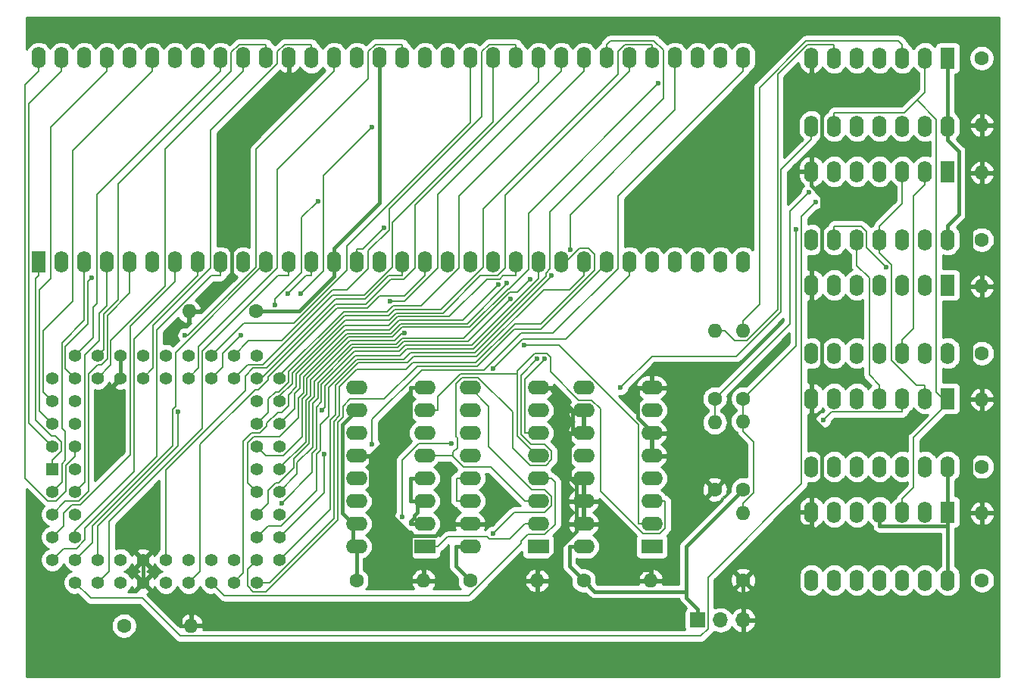
<source format=gbr>
G04 #@! TF.GenerationSoftware,KiCad,Pcbnew,(5.1.2-1)-1*
G04 #@! TF.CreationDate,2019-11-02T15:46:29+00:00*
G04 #@! TF.ProjectId,A500 14Mhz Accelerator,41353030-2031-4344-9d68-7a2041636365,rev?*
G04 #@! TF.SameCoordinates,Original*
G04 #@! TF.FileFunction,Copper,L2,Bot*
G04 #@! TF.FilePolarity,Positive*
%FSLAX46Y46*%
G04 Gerber Fmt 4.6, Leading zero omitted, Abs format (unit mm)*
G04 Created by KiCad (PCBNEW (5.1.2-1)-1) date 2019-11-02 15:46:29*
%MOMM*%
%LPD*%
G04 APERTURE LIST*
%ADD10O,1.600000X1.600000*%
%ADD11C,1.600000*%
%ADD12R,1.600000X2.400000*%
%ADD13O,1.600000X2.400000*%
%ADD14R,2.400000X1.600000*%
%ADD15O,2.400000X1.600000*%
%ADD16R,1.700000X1.700000*%
%ADD17O,1.700000X1.700000*%
%ADD18C,1.422400*%
%ADD19R,1.422400X1.422400*%
%ADD20C,0.600000*%
%ADD21C,0.381000*%
%ADD22C,0.200000*%
%ADD23C,0.254000*%
G04 APERTURE END LIST*
D10*
X162560000Y-120650000D03*
D11*
X162560000Y-128270000D03*
D10*
X165735000Y-130810000D03*
D11*
X165735000Y-138430000D03*
D10*
X165735000Y-120650000D03*
D11*
X165735000Y-128270000D03*
D10*
X103816000Y-118500000D03*
D11*
X111316000Y-118500000D03*
D10*
X104020000Y-153670000D03*
D11*
X96520000Y-153670000D03*
D10*
X155407000Y-148619000D03*
D11*
X147907000Y-148619000D03*
D10*
X192434000Y-128374000D03*
D11*
X192434000Y-135874000D03*
D10*
X142707000Y-148619000D03*
D11*
X135207000Y-148619000D03*
D10*
X192441000Y-141079000D03*
D11*
X192441000Y-148579000D03*
D10*
X192416000Y-97671300D03*
D11*
X192416000Y-90171300D03*
D10*
X192421000Y-102987000D03*
D11*
X192421000Y-110487000D03*
D10*
X192428000Y-115686000D03*
D11*
X192428000Y-123186000D03*
D10*
X130007000Y-148619000D03*
D11*
X122507000Y-148619000D03*
D10*
X162560000Y-130930000D03*
D11*
X162560000Y-138430000D03*
D10*
X165735000Y-141090000D03*
D11*
X165735000Y-148590000D03*
D12*
X188606000Y-90171300D03*
D13*
X173366000Y-97791300D03*
X186066000Y-90171300D03*
X175906000Y-97791300D03*
X183526000Y-90171300D03*
X178446000Y-97791300D03*
X180986000Y-90171300D03*
X180986000Y-97791300D03*
X178446000Y-90171300D03*
X183526000Y-97791300D03*
X175906000Y-90171300D03*
X186066000Y-97791300D03*
X173366000Y-90171300D03*
X188606000Y-97791300D03*
X188611000Y-110487000D03*
X173371000Y-102867000D03*
X186071000Y-110487000D03*
X175911000Y-102867000D03*
X183531000Y-110487000D03*
X178451000Y-102867000D03*
X180991000Y-110487000D03*
X180991000Y-102867000D03*
X178451000Y-110487000D03*
X183531000Y-102867000D03*
X175911000Y-110487000D03*
X186071000Y-102867000D03*
X173371000Y-110487000D03*
D12*
X188611000Y-102867000D03*
X188618000Y-115566000D03*
D13*
X173378000Y-123186000D03*
X186078000Y-115566000D03*
X175918000Y-123186000D03*
X183538000Y-115566000D03*
X178458000Y-123186000D03*
X180998000Y-115566000D03*
X180998000Y-123186000D03*
X178458000Y-115566000D03*
X183538000Y-123186000D03*
X175918000Y-115566000D03*
X186078000Y-123186000D03*
X173378000Y-115566000D03*
X188618000Y-123186000D03*
D14*
X130127000Y-144809000D03*
D15*
X122507000Y-127029000D03*
X130127000Y-142269000D03*
X122507000Y-129569000D03*
X130127000Y-139729000D03*
X122507000Y-132109000D03*
X130127000Y-137189000D03*
X122507000Y-134649000D03*
X130127000Y-134649000D03*
X122507000Y-137189000D03*
X130127000Y-132109000D03*
X122507000Y-139729000D03*
X130127000Y-129569000D03*
X122507000Y-142269000D03*
X130127000Y-127029000D03*
X122507000Y-144809000D03*
D13*
X188624000Y-135874000D03*
X173384000Y-128254000D03*
X186084000Y-135874000D03*
X175924000Y-128254000D03*
X183544000Y-135874000D03*
X178464000Y-128254000D03*
X181004000Y-135874000D03*
X181004000Y-128254000D03*
X178464000Y-135874000D03*
X183544000Y-128254000D03*
X175924000Y-135874000D03*
X186084000Y-128254000D03*
X173384000Y-135874000D03*
D12*
X188624000Y-128254000D03*
D16*
X160655000Y-153035000D03*
D17*
X163195000Y-153035000D03*
X165735000Y-153035000D03*
D14*
X142827000Y-144809000D03*
D15*
X135207000Y-127029000D03*
X142827000Y-142269000D03*
X135207000Y-129569000D03*
X142827000Y-139729000D03*
X135207000Y-132109000D03*
X142827000Y-137189000D03*
X135207000Y-134649000D03*
X142827000Y-134649000D03*
X135207000Y-137189000D03*
X142827000Y-132109000D03*
X135207000Y-139729000D03*
X142827000Y-129569000D03*
X135207000Y-142269000D03*
X142827000Y-127029000D03*
X135207000Y-144809000D03*
D14*
X155527000Y-144809000D03*
D15*
X147907000Y-127029000D03*
X155527000Y-142269000D03*
X147907000Y-129569000D03*
X155527000Y-139729000D03*
X147907000Y-132109000D03*
X155527000Y-137189000D03*
X147907000Y-134649000D03*
X155527000Y-134649000D03*
X147907000Y-137189000D03*
X155527000Y-132109000D03*
X147907000Y-139729000D03*
X155527000Y-129569000D03*
X147907000Y-142269000D03*
X155527000Y-127029000D03*
X147907000Y-144809000D03*
D12*
X188631000Y-140959000D03*
D13*
X173391000Y-148579000D03*
X186091000Y-140959000D03*
X175931000Y-148579000D03*
X183551000Y-140959000D03*
X178471000Y-148579000D03*
X181011000Y-140959000D03*
X181011000Y-148579000D03*
X178471000Y-140959000D03*
X183551000Y-148579000D03*
X175931000Y-140959000D03*
X186091000Y-148579000D03*
X173391000Y-140959000D03*
X188631000Y-148579000D03*
D18*
X91053000Y-136146000D03*
X91053000Y-138686000D03*
X91053000Y-141226000D03*
X91053000Y-143766000D03*
X91053000Y-133606000D03*
X91053000Y-131066000D03*
X91053000Y-128526000D03*
X91053000Y-125986000D03*
D19*
X88513000Y-136146000D03*
D18*
X88513000Y-138686000D03*
X88513000Y-141226000D03*
X88513000Y-143766000D03*
X88513000Y-146306000D03*
X88513000Y-133606000D03*
X88513000Y-131066000D03*
X88513000Y-128526000D03*
X91053000Y-146306000D03*
X93593000Y-146306000D03*
X96133000Y-146306000D03*
X98673000Y-146306000D03*
X101213000Y-146306000D03*
X103753000Y-146306000D03*
X106293000Y-146306000D03*
X108833000Y-146306000D03*
X91053000Y-148846000D03*
X93593000Y-148846000D03*
X96133000Y-148846000D03*
X98673000Y-148846000D03*
X101213000Y-148846000D03*
X103753000Y-148846000D03*
X106293000Y-148846000D03*
X108833000Y-148846000D03*
X111373000Y-148846000D03*
X111373000Y-146306000D03*
X111373000Y-143766000D03*
X111373000Y-141226000D03*
X111373000Y-138686000D03*
X111373000Y-136146000D03*
X111373000Y-133606000D03*
X111373000Y-131066000D03*
X111373000Y-128526000D03*
X111373000Y-123446000D03*
X113913000Y-146306000D03*
X113913000Y-143766000D03*
X113913000Y-141226000D03*
X113913000Y-138686000D03*
X113913000Y-136146000D03*
X113913000Y-133606000D03*
X113913000Y-131066000D03*
X113913000Y-128526000D03*
X113913000Y-125986000D03*
X111373000Y-125986000D03*
X108833000Y-125986000D03*
X106293000Y-125986000D03*
X103753000Y-125986000D03*
X101213000Y-125986000D03*
X98673000Y-125986000D03*
X96133000Y-125986000D03*
X93593000Y-125986000D03*
X88513000Y-125986000D03*
X108833000Y-123446000D03*
X106293000Y-123446000D03*
X103753000Y-123446000D03*
X101213000Y-123446000D03*
X98673000Y-123446000D03*
X96133000Y-123446000D03*
X93593000Y-123446000D03*
X91053000Y-123446000D03*
D12*
X87000000Y-113000000D03*
D13*
X165740000Y-90140000D03*
X89540000Y-113000000D03*
X163200000Y-90140000D03*
X92080000Y-113000000D03*
X160660000Y-90140000D03*
X94620000Y-113000000D03*
X158120000Y-90140000D03*
X97160000Y-113000000D03*
X155580000Y-90140000D03*
X99700000Y-113000000D03*
X153040000Y-90140000D03*
X102240000Y-113000000D03*
X150500000Y-90140000D03*
X104780000Y-113000000D03*
X147960000Y-90140000D03*
X107320000Y-113000000D03*
X145420000Y-90140000D03*
X109860000Y-113000000D03*
X142880000Y-90140000D03*
X112400000Y-113000000D03*
X140340000Y-90140000D03*
X114940000Y-113000000D03*
X137800000Y-90140000D03*
X117480000Y-113000000D03*
X135260000Y-90140000D03*
X120020000Y-113000000D03*
X132720000Y-90140000D03*
X122560000Y-113000000D03*
X130180000Y-90140000D03*
X125100000Y-113000000D03*
X127640000Y-90140000D03*
X127640000Y-113000000D03*
X125100000Y-90140000D03*
X130180000Y-113000000D03*
X122560000Y-90140000D03*
X132720000Y-113000000D03*
X120020000Y-90140000D03*
X135260000Y-113000000D03*
X117480000Y-90140000D03*
X137800000Y-113000000D03*
X114940000Y-90140000D03*
X140340000Y-113000000D03*
X112400000Y-90140000D03*
X142880000Y-113000000D03*
X109860000Y-90140000D03*
X145420000Y-113000000D03*
X107320000Y-90140000D03*
X147960000Y-113000000D03*
X104780000Y-90140000D03*
X150500000Y-113000000D03*
X102240000Y-90140000D03*
X153040000Y-113000000D03*
X99700000Y-90140000D03*
X155580000Y-113000000D03*
X97160000Y-90140000D03*
X158120000Y-113000000D03*
X94620000Y-90140000D03*
X160660000Y-113000000D03*
X92080000Y-90140000D03*
X163200000Y-113000000D03*
X89540000Y-90140000D03*
X165740000Y-113000000D03*
X87000000Y-90140000D03*
D20*
X92895500Y-114763800D03*
X103371300Y-121174500D03*
X116271000Y-116540600D03*
X124258100Y-97907100D03*
X109593300Y-121204500D03*
X113400000Y-117791400D03*
X118194100Y-106166200D03*
X126259600Y-117380400D03*
X118641300Y-129588100D03*
X138402800Y-115508700D03*
X146386700Y-111639900D03*
X156267700Y-92996300D03*
X124282600Y-133379000D03*
X127843400Y-120891100D03*
X139324600Y-115377400D03*
X139750000Y-117113300D03*
X141946300Y-114900900D03*
X144333600Y-114500300D03*
X118879600Y-134496400D03*
X137779800Y-124908600D03*
X114148200Y-139956000D03*
X143505800Y-123837000D03*
X142705500Y-123837000D03*
X141263400Y-122298200D03*
X125563900Y-109138200D03*
X102580300Y-129729800D03*
X114862000Y-116491500D03*
X174712700Y-130673900D03*
X181729000Y-113581100D03*
X173080900Y-105193700D03*
X137804400Y-143342400D03*
X173848600Y-106257600D03*
X133164100Y-133252000D03*
X127608200Y-141505200D03*
X152018700Y-127050400D03*
X171648500Y-109313700D03*
D21*
X173378000Y-115566000D02*
X173378000Y-117156800D01*
X173384000Y-128254000D02*
X173384000Y-126663200D01*
X173384000Y-126663200D02*
X174568900Y-125478300D01*
X174568900Y-125478300D02*
X174568900Y-118347700D01*
X174568900Y-118347700D02*
X173378000Y-117156800D01*
X173391000Y-139368200D02*
X174574800Y-138184400D01*
X174574800Y-138184400D02*
X174574800Y-131535900D01*
X174574800Y-131535900D02*
X173384000Y-130345100D01*
X173384000Y-130345100D02*
X173384000Y-128254000D01*
X96133000Y-123446000D02*
X96133000Y-125986000D01*
X173391000Y-140959000D02*
X173391000Y-139368200D01*
X173391000Y-140959000D02*
X173391000Y-142549800D01*
X173391000Y-142549800D02*
X171775200Y-142549800D01*
X171775200Y-142549800D02*
X165735000Y-148590000D01*
X155527000Y-127029000D02*
X153936200Y-127029000D01*
X155527000Y-132109000D02*
X155527000Y-131995600D01*
X155527000Y-131995600D02*
X153936200Y-130404800D01*
X153936200Y-130404800D02*
X153936200Y-127029000D01*
X155527000Y-134649000D02*
X155527000Y-132109000D01*
X147690300Y-139729000D02*
X147111600Y-140307700D01*
X147111600Y-140307700D02*
X147111600Y-142269000D01*
X142707000Y-148619000D02*
X142707000Y-147428200D01*
X147111600Y-142269000D02*
X147111600Y-143147000D01*
X147111600Y-143147000D02*
X142830400Y-147428200D01*
X142830400Y-147428200D02*
X142707000Y-147428200D01*
X147907000Y-142269000D02*
X147111600Y-142269000D01*
X165735000Y-148590000D02*
X165735000Y-153035000D01*
X128739000Y-143618100D02*
X131317600Y-143618100D01*
X131317600Y-143618100D02*
X132666700Y-142269000D01*
X132666700Y-142269000D02*
X135207000Y-142269000D01*
X130007000Y-147428200D02*
X128536100Y-145957300D01*
X128536100Y-145957300D02*
X128536100Y-143821000D01*
X128536100Y-143821000D02*
X128739000Y-143618100D01*
X128739000Y-143618100D02*
X124097800Y-138976900D01*
X124097800Y-138976900D02*
X124097800Y-134649000D01*
X130007000Y-148619000D02*
X130007000Y-147428200D01*
X122507000Y-134649000D02*
X124097800Y-134649000D01*
X130127000Y-127029000D02*
X128536200Y-127029000D01*
X128536200Y-127029000D02*
X128536200Y-130210600D01*
X128536200Y-130210600D02*
X124097800Y-134649000D01*
X155407000Y-148619000D02*
X155407000Y-147428200D01*
X147907000Y-142269000D02*
X149497800Y-142269000D01*
X149497800Y-142269000D02*
X154657000Y-147428200D01*
X154657000Y-147428200D02*
X155407000Y-147428200D01*
X142827000Y-127029000D02*
X144417800Y-127029000D01*
X146647500Y-129569000D02*
X146647500Y-132109000D01*
X144417800Y-127029000D02*
X144417800Y-127339300D01*
X144417800Y-127339300D02*
X146647500Y-129569000D01*
X147111600Y-129569000D02*
X146647500Y-129569000D01*
X146647500Y-132109000D02*
X146316200Y-132109000D01*
X147907000Y-132109000D02*
X146647500Y-132109000D01*
X147111600Y-139729000D02*
X147111600Y-137839000D01*
X147111600Y-137839000D02*
X146461600Y-137189000D01*
X146461600Y-137189000D02*
X146316200Y-137043600D01*
X146316200Y-137043600D02*
X146316200Y-132109000D01*
X147690300Y-139729000D02*
X147111600Y-139729000D01*
X147907000Y-139729000D02*
X147690300Y-139729000D01*
X155527000Y-134649000D02*
X157117800Y-134649000D01*
X162560000Y-138430000D02*
X158779000Y-134649000D01*
X158779000Y-134649000D02*
X157117800Y-134649000D01*
X114940000Y-90140000D02*
X114940000Y-91730800D01*
X103816000Y-118500000D02*
X105006800Y-118500000D01*
X105006800Y-118500000D02*
X108590000Y-114916800D01*
X108590000Y-114916800D02*
X108590000Y-98080800D01*
X108590000Y-98080800D02*
X114940000Y-91730800D01*
X192434000Y-128374000D02*
X192434000Y-129564800D01*
X192441000Y-141079000D02*
X192441000Y-139888200D01*
X192441000Y-139888200D02*
X191208600Y-138655800D01*
X191208600Y-138655800D02*
X191208600Y-130790200D01*
X191208600Y-130790200D02*
X192434000Y-129564800D01*
X192428000Y-115686000D02*
X192428000Y-114495200D01*
X192421000Y-102987000D02*
X192421000Y-104177800D01*
X192421000Y-104177800D02*
X191195600Y-105403200D01*
X191195600Y-105403200D02*
X191195600Y-113262800D01*
X191195600Y-113262800D02*
X192428000Y-114495200D01*
X192416000Y-98862100D02*
X192421000Y-98867100D01*
X192421000Y-98867100D02*
X192421000Y-102987000D01*
X192416000Y-97671300D02*
X192416000Y-98862100D01*
X192434000Y-128374000D02*
X192434000Y-127183200D01*
X192428000Y-115686000D02*
X192428000Y-116876800D01*
X192428000Y-116876800D02*
X191202600Y-118102200D01*
X191202600Y-118102200D02*
X191202600Y-125951800D01*
X191202600Y-125951800D02*
X192434000Y-127183200D01*
X173378000Y-115566000D02*
X173378000Y-113975200D01*
X173371000Y-102867000D02*
X173371000Y-104457800D01*
X173371000Y-104457800D02*
X174562000Y-105648800D01*
X174562000Y-105648800D02*
X174562000Y-112791200D01*
X174562000Y-112791200D02*
X173378000Y-113975200D01*
X173371000Y-102433500D02*
X173371000Y-102867000D01*
X173371000Y-102433500D02*
X173371000Y-101276200D01*
X173366000Y-90171300D02*
X173366000Y-91762100D01*
X173371000Y-101276200D02*
X174556800Y-100090400D01*
X174556800Y-100090400D02*
X174556800Y-92952900D01*
X174556800Y-92952900D02*
X173366000Y-91762100D01*
X147907000Y-129569000D02*
X147111600Y-129569000D01*
X147907000Y-137189000D02*
X146461600Y-137189000D01*
X104020000Y-153670000D02*
X102829200Y-153670000D01*
X98673000Y-148846000D02*
X102829200Y-153002200D01*
X102829200Y-153002200D02*
X102829200Y-153670000D01*
X98673000Y-146306000D02*
X98673000Y-148846000D01*
X188606000Y-97791300D02*
X188606000Y-99382100D01*
X188611000Y-110487000D02*
X188611000Y-108896200D01*
X188611000Y-108896200D02*
X189832300Y-107674900D01*
X189832300Y-107674900D02*
X189832300Y-100608400D01*
X189832300Y-100608400D02*
X188606000Y-99382100D01*
X120020000Y-113000000D02*
X120020000Y-114590800D01*
X120020000Y-114590800D02*
X116110800Y-118500000D01*
X116110800Y-118500000D02*
X111316000Y-118500000D01*
X120020000Y-112566500D02*
X120020000Y-113000000D01*
X122109300Y-142269000D02*
X120916100Y-141075800D01*
X120916100Y-141075800D02*
X120916100Y-131159900D01*
X120916100Y-131159900D02*
X122507000Y-129569000D01*
X160655000Y-153035000D02*
X160655000Y-151794200D01*
X159383900Y-149861000D02*
X159383900Y-144781100D01*
X159383900Y-144781100D02*
X165735000Y-138430000D01*
X160655000Y-151794200D02*
X159383900Y-150523100D01*
X159383900Y-150523100D02*
X159383900Y-149861000D01*
X147907000Y-148619000D02*
X149149000Y-149861000D01*
X149149000Y-149861000D02*
X159383900Y-149861000D01*
X146316200Y-144809000D02*
X146316200Y-147028200D01*
X146316200Y-147028200D02*
X147907000Y-148619000D01*
X188631000Y-142549800D02*
X188631000Y-140959000D01*
X188631000Y-148579000D02*
X188631000Y-142549800D01*
X188631000Y-142549800D02*
X181011000Y-142549800D01*
X181011000Y-140959000D02*
X181011000Y-142549800D01*
X128536200Y-142269000D02*
X128536200Y-142043700D01*
X128536200Y-142043700D02*
X128566700Y-142013200D01*
X128566700Y-142013200D02*
X128566800Y-142013200D01*
X128566800Y-142013200D02*
X128971400Y-141608600D01*
X128971400Y-141608600D02*
X128971400Y-141340500D01*
X128971400Y-141340500D02*
X129331500Y-140980400D01*
X129331500Y-140980400D02*
X129331600Y-140980400D01*
X129331600Y-140980400D02*
X129331600Y-139729000D01*
X122507000Y-144809000D02*
X122109300Y-144809000D01*
X122109300Y-144809000D02*
X122109300Y-142269000D01*
X122507000Y-148619000D02*
X122507000Y-145206700D01*
X122507000Y-145206700D02*
X122109300Y-144809000D01*
X122507000Y-142269000D02*
X122109300Y-142269000D01*
X120020000Y-111409200D02*
X125100000Y-106329200D01*
X125100000Y-106329200D02*
X125100000Y-91730800D01*
X125100000Y-90140000D02*
X125100000Y-91730800D01*
X188606000Y-97791300D02*
X188606000Y-90171300D01*
X188624000Y-135874000D02*
X188624000Y-137464800D01*
X188631000Y-140959000D02*
X188631000Y-137471800D01*
X188631000Y-137471800D02*
X188624000Y-137464800D01*
X130127000Y-142269000D02*
X128536200Y-142269000D01*
X129331600Y-139729000D02*
X128536200Y-139729000D01*
X130127000Y-139729000D02*
X129331600Y-139729000D01*
X130127000Y-137189000D02*
X128536200Y-137189000D01*
X128536200Y-137189000D02*
X128536200Y-139729000D01*
X135207000Y-144809000D02*
X133616200Y-144809000D01*
X133616200Y-144809000D02*
X133616200Y-147028200D01*
X133616200Y-147028200D02*
X135207000Y-148619000D01*
X147907000Y-144809000D02*
X146316200Y-144809000D01*
X120020000Y-112566500D02*
X120020000Y-111409200D01*
D22*
X87000000Y-90140000D02*
X87000000Y-91640300D01*
X91053000Y-133606000D02*
X91053000Y-134711100D01*
X91053000Y-134711100D02*
X90041400Y-135722700D01*
X90041400Y-135722700D02*
X90041400Y-138591900D01*
X90041400Y-138591900D02*
X88921500Y-139711800D01*
X88921500Y-139711800D02*
X88032100Y-139711800D01*
X88032100Y-139711800D02*
X85498400Y-137178100D01*
X85498400Y-137178100D02*
X85498400Y-93141900D01*
X85498400Y-93141900D02*
X87000000Y-91640300D01*
X88513000Y-133606000D02*
X85899600Y-130992600D01*
X85899600Y-130992600D02*
X85899600Y-95280700D01*
X85899600Y-95280700D02*
X89540000Y-91640300D01*
X89540000Y-90140000D02*
X89540000Y-91640300D01*
X88513000Y-131066000D02*
X87082100Y-129635100D01*
X87082100Y-129635100D02*
X87082100Y-116087700D01*
X87082100Y-116087700D02*
X88328400Y-114841400D01*
X88328400Y-114841400D02*
X88328400Y-97931900D01*
X88328400Y-97931900D02*
X94620000Y-91640300D01*
X94620000Y-90140000D02*
X94620000Y-91640300D01*
X99700000Y-90140000D02*
X99700000Y-91640300D01*
X99700000Y-91640300D02*
X90810000Y-100530300D01*
X90810000Y-100530300D02*
X90810000Y-117332900D01*
X90810000Y-117332900D02*
X87482500Y-120660400D01*
X87482500Y-120660400D02*
X87482500Y-127495500D01*
X87482500Y-127495500D02*
X88513000Y-128526000D01*
X92895500Y-114763800D02*
X92495300Y-115164000D01*
X92495300Y-115164000D02*
X92495300Y-119923800D01*
X92495300Y-119923800D02*
X89991300Y-122427800D01*
X89991300Y-122427800D02*
X89991300Y-124924300D01*
X89991300Y-124924300D02*
X91053000Y-125986000D01*
X107320000Y-90140000D02*
X107320000Y-91640300D01*
X107320000Y-91640300D02*
X93496000Y-105464300D01*
X93496000Y-105464300D02*
X93496000Y-117646900D01*
X93496000Y-117646900D02*
X93095700Y-118047200D01*
X93095700Y-118047200D02*
X93095700Y-121403300D01*
X93095700Y-121403300D02*
X91053000Y-123446000D01*
X93593000Y-125986000D02*
X95063200Y-124515800D01*
X95063200Y-124515800D02*
X95063200Y-121768600D01*
X95063200Y-121768600D02*
X101135800Y-115696000D01*
X101135800Y-115696000D02*
X101135800Y-100364500D01*
X101135800Y-100364500D02*
X109860000Y-91640300D01*
X109860000Y-90140000D02*
X109860000Y-91640300D01*
X112400000Y-90140000D02*
X112400000Y-88639700D01*
X112400000Y-88639700D02*
X109399300Y-88639700D01*
X109399300Y-88639700D02*
X108503600Y-89535400D01*
X108503600Y-89535400D02*
X108503600Y-91640400D01*
X108503600Y-91640400D02*
X95890000Y-104254000D01*
X95890000Y-104254000D02*
X95890000Y-117168100D01*
X95890000Y-117168100D02*
X94262400Y-118795700D01*
X94262400Y-118795700D02*
X94262400Y-122776600D01*
X94262400Y-122776600D02*
X93593000Y-123446000D01*
X117480000Y-90140000D02*
X117480000Y-88639700D01*
X117480000Y-88639700D02*
X114479300Y-88639700D01*
X114479300Y-88639700D02*
X113670000Y-89449000D01*
X113670000Y-89449000D02*
X113670000Y-90830600D01*
X113670000Y-90830600D02*
X106219600Y-98281000D01*
X106219600Y-98281000D02*
X106219600Y-113627000D01*
X106219600Y-113627000D02*
X99801000Y-120045600D01*
X99801000Y-120045600D02*
X99801000Y-124858000D01*
X99801000Y-124858000D02*
X98673000Y-125986000D01*
X120020000Y-91640300D02*
X111271700Y-100388600D01*
X111271700Y-100388600D02*
X111271700Y-113553300D01*
X111271700Y-113553300D02*
X103650500Y-121174500D01*
X103650500Y-121174500D02*
X103371300Y-121174500D01*
X120020000Y-90140000D02*
X120020000Y-91640300D01*
X103753000Y-125986000D02*
X104880400Y-124858600D01*
X104880400Y-124858600D02*
X104880400Y-122475800D01*
X104880400Y-122475800D02*
X113670000Y-113686200D01*
X113670000Y-113686200D02*
X113670000Y-102652500D01*
X113670000Y-102652500D02*
X123830000Y-92492500D01*
X123830000Y-92492500D02*
X123830000Y-89449000D01*
X123830000Y-89449000D02*
X124639300Y-88639700D01*
X124639300Y-88639700D02*
X127640000Y-88639700D01*
X127640000Y-90140000D02*
X127640000Y-88639700D01*
X124258100Y-97907100D02*
X118805200Y-103360000D01*
X118805200Y-103360000D02*
X118805200Y-114006400D01*
X118805200Y-114006400D02*
X116271000Y-116540600D01*
X118194100Y-106166200D02*
X116351700Y-108008600D01*
X116351700Y-108008600D02*
X116351700Y-114152900D01*
X116351700Y-114152900D02*
X113400000Y-117104600D01*
X113400000Y-117104600D02*
X113400000Y-117791400D01*
X109593300Y-121204500D02*
X107563000Y-123234800D01*
X107563000Y-123234800D02*
X107563000Y-124716000D01*
X107563000Y-124716000D02*
X106293000Y-125986000D01*
X135260000Y-90140000D02*
X135260000Y-97403200D01*
X135260000Y-97403200D02*
X121431700Y-111231500D01*
X121431700Y-111231500D02*
X121431700Y-113894100D01*
X121431700Y-113894100D02*
X115531100Y-119794700D01*
X115531100Y-119794700D02*
X109944300Y-119794700D01*
X109944300Y-119794700D02*
X106293000Y-123446000D01*
X137800000Y-90140000D02*
X137800000Y-97346900D01*
X137800000Y-97346900D02*
X126564500Y-108582400D01*
X126564500Y-108582400D02*
X126564500Y-109552700D01*
X126564500Y-109552700D02*
X126511700Y-109605500D01*
X126511700Y-109605500D02*
X126511700Y-113562000D01*
X126511700Y-113562000D02*
X123403600Y-116670100D01*
X123403600Y-116670100D02*
X119870600Y-116670100D01*
X119870600Y-116670100D02*
X112083200Y-124457500D01*
X112083200Y-124457500D02*
X110361500Y-124457500D01*
X110361500Y-124457500D02*
X108833000Y-125986000D01*
X108833000Y-123446000D02*
X110474100Y-121804900D01*
X110474100Y-121804900D02*
X114169600Y-121804900D01*
X114169600Y-121804900D02*
X119840200Y-116134300D01*
X119840200Y-116134300D02*
X121416800Y-116134300D01*
X121416800Y-116134300D02*
X123830000Y-113721100D01*
X123830000Y-113721100D02*
X123830000Y-111721100D01*
X123830000Y-111721100D02*
X126164200Y-109386900D01*
X126164200Y-109386900D02*
X126164200Y-107065400D01*
X126164200Y-107065400D02*
X136530000Y-96699600D01*
X136530000Y-96699600D02*
X136530000Y-89449000D01*
X136530000Y-89449000D02*
X137339300Y-88639700D01*
X137339300Y-88639700D02*
X140340000Y-88639700D01*
X140340000Y-90140000D02*
X140340000Y-88639700D01*
X111373000Y-125986000D02*
X111914100Y-125986000D01*
X111914100Y-125986000D02*
X120180800Y-117719300D01*
X120180800Y-117719300D02*
X123575900Y-117719300D01*
X123575900Y-117719300D02*
X126394500Y-114900700D01*
X126394500Y-114900700D02*
X127808900Y-114900700D01*
X127808900Y-114900700D02*
X129079600Y-113630000D01*
X129079600Y-113630000D02*
X129079600Y-106633700D01*
X129079600Y-106633700D02*
X142880000Y-92833300D01*
X142880000Y-92833300D02*
X142880000Y-90140000D01*
X145420000Y-91640300D02*
X131619600Y-105440700D01*
X131619600Y-105440700D02*
X131619600Y-113627000D01*
X131619600Y-113627000D02*
X127866200Y-117380400D01*
X127866200Y-117380400D02*
X126259600Y-117380400D01*
X145420000Y-90140000D02*
X145420000Y-91640300D01*
X147960000Y-91640300D02*
X133990000Y-105610300D01*
X133990000Y-105610300D02*
X133990000Y-113686700D01*
X133990000Y-113686700D02*
X129787700Y-117889000D01*
X129787700Y-117889000D02*
X126600000Y-117889000D01*
X126600000Y-117889000D02*
X125969000Y-118520000D01*
X125969000Y-118520000D02*
X121078400Y-118520000D01*
X121078400Y-118520000D02*
X113913000Y-125685400D01*
X113913000Y-125685400D02*
X113913000Y-125986000D01*
X147960000Y-90140000D02*
X147960000Y-91640300D01*
X150500000Y-88639700D02*
X150927900Y-88211800D01*
X150927900Y-88211800D02*
X155778800Y-88211800D01*
X155778800Y-88211800D02*
X156868100Y-89301100D01*
X156868100Y-89301100D02*
X156868100Y-94681800D01*
X156868100Y-94681800D02*
X144138300Y-107411600D01*
X144138300Y-107411600D02*
X144138300Y-113761100D01*
X144138300Y-113761100D02*
X143682200Y-114217200D01*
X143682200Y-114217200D02*
X143682200Y-114596300D01*
X143682200Y-114596300D02*
X135586000Y-122692500D01*
X135586000Y-122692500D02*
X128114400Y-122692500D01*
X128114400Y-122692500D02*
X127355300Y-123451600D01*
X127355300Y-123451600D02*
X122408400Y-123451600D01*
X122408400Y-123451600D02*
X118995100Y-126864900D01*
X118995100Y-126864900D02*
X118995100Y-129234300D01*
X118995100Y-129234300D02*
X118641300Y-129588100D01*
X150500000Y-90140000D02*
X150500000Y-88639700D01*
X153040000Y-91640300D02*
X139135900Y-105544400D01*
X139135900Y-105544400D02*
X139135900Y-113684400D01*
X139135900Y-113684400D02*
X138312200Y-114508100D01*
X138312200Y-114508100D02*
X136390000Y-114508100D01*
X136390000Y-114508100D02*
X132208500Y-118689600D01*
X132208500Y-118689600D02*
X126931600Y-118689600D01*
X126931600Y-118689600D02*
X126172400Y-119448800D01*
X126172400Y-119448800D02*
X121281800Y-119448800D01*
X121281800Y-119448800D02*
X115346900Y-125383700D01*
X115346900Y-125383700D02*
X115346900Y-126562400D01*
X115346900Y-126562400D02*
X113913000Y-127996300D01*
X113913000Y-127996300D02*
X113913000Y-128526000D01*
X153040000Y-90140000D02*
X153040000Y-91640300D01*
X155580000Y-88639700D02*
X152544400Y-88639700D01*
X152544400Y-88639700D02*
X151770000Y-89414100D01*
X151770000Y-89414100D02*
X151770000Y-91980200D01*
X151770000Y-91980200D02*
X136674900Y-107075300D01*
X136674900Y-107075300D02*
X136674900Y-113543000D01*
X136674900Y-113543000D02*
X131928600Y-118289300D01*
X131928600Y-118289300D02*
X126765800Y-118289300D01*
X126765800Y-118289300D02*
X126078400Y-118976700D01*
X126078400Y-118976700D02*
X121187800Y-118976700D01*
X121187800Y-118976700D02*
X114946500Y-125218000D01*
X114946500Y-125218000D02*
X114946500Y-126396500D01*
X114946500Y-126396500D02*
X113828600Y-127514400D01*
X113828600Y-127514400D02*
X113458000Y-127514400D01*
X113458000Y-127514400D02*
X112643000Y-128329400D01*
X112643000Y-128329400D02*
X112643000Y-129796000D01*
X112643000Y-129796000D02*
X111373000Y-131066000D01*
X155580000Y-90140000D02*
X155580000Y-88639700D01*
X138402800Y-115508700D02*
X134421300Y-119490200D01*
X134421300Y-119490200D02*
X127263200Y-119490200D01*
X127263200Y-119490200D02*
X126175500Y-120577900D01*
X126175500Y-120577900D02*
X121284900Y-120577900D01*
X121284900Y-120577900D02*
X116193000Y-125669800D01*
X116193000Y-125669800D02*
X116193000Y-127136200D01*
X116193000Y-127136200D02*
X115597700Y-127731500D01*
X115597700Y-127731500D02*
X115597700Y-129381300D01*
X115597700Y-129381300D02*
X113913000Y-131066000D01*
X146386700Y-111639900D02*
X146386700Y-107683500D01*
X146386700Y-107683500D02*
X158120000Y-95950200D01*
X158120000Y-95950200D02*
X158120000Y-90140000D01*
X156267700Y-92996300D02*
X141751700Y-107512300D01*
X141751700Y-107512300D02*
X141751700Y-113799400D01*
X141751700Y-113799400D02*
X139573400Y-115977700D01*
X139573400Y-115977700D02*
X139470400Y-115977700D01*
X139470400Y-115977700D02*
X135157300Y-120290800D01*
X135157300Y-120290800D02*
X127594800Y-120290800D01*
X127594800Y-120290800D02*
X126507100Y-121378500D01*
X126507100Y-121378500D02*
X121616500Y-121378500D01*
X121616500Y-121378500D02*
X116993600Y-126001400D01*
X116993600Y-126001400D02*
X116993600Y-127750800D01*
X116993600Y-127750800D02*
X116439800Y-128304600D01*
X116439800Y-128304600D02*
X116439800Y-132554800D01*
X116439800Y-132554800D02*
X114356700Y-134637900D01*
X114356700Y-134637900D02*
X112404900Y-134637900D01*
X112404900Y-134637900D02*
X111373000Y-133606000D01*
X165740000Y-90140000D02*
X165740000Y-91640300D01*
X165740000Y-91640300D02*
X151770000Y-105610300D01*
X151770000Y-105610300D02*
X151770000Y-113695300D01*
X151770000Y-113695300D02*
X144514400Y-120950900D01*
X144514400Y-120950900D02*
X140888400Y-120950900D01*
X140888400Y-120950900D02*
X136786300Y-125053000D01*
X136786300Y-125053000D02*
X129816300Y-125053000D01*
X129816300Y-125053000D02*
X124282600Y-130586700D01*
X124282600Y-130586700D02*
X124282600Y-133379000D01*
X127843400Y-120891100D02*
X127651300Y-120891100D01*
X127651300Y-120891100D02*
X126763600Y-121778800D01*
X126763600Y-121778800D02*
X121782300Y-121778800D01*
X121782300Y-121778800D02*
X117393900Y-126167200D01*
X117393900Y-126167200D02*
X117393900Y-127916600D01*
X117393900Y-127916600D02*
X116840100Y-128470400D01*
X116840100Y-128470400D02*
X116840100Y-133082700D01*
X116840100Y-133082700D02*
X113913000Y-136009800D01*
X113913000Y-136009800D02*
X113913000Y-136146000D01*
X139324600Y-115377400D02*
X139324600Y-115467400D01*
X139324600Y-115467400D02*
X134901500Y-119890500D01*
X134901500Y-119890500D02*
X127429000Y-119890500D01*
X127429000Y-119890500D02*
X126341300Y-120978200D01*
X126341300Y-120978200D02*
X121450700Y-120978200D01*
X121450700Y-120978200D02*
X116593300Y-125835600D01*
X116593300Y-125835600D02*
X116593300Y-127585000D01*
X116593300Y-127585000D02*
X115998100Y-128180200D01*
X115998100Y-128180200D02*
X115998100Y-130438500D01*
X115998100Y-130438500D02*
X113901500Y-132535100D01*
X113901500Y-132535100D02*
X111001600Y-132535100D01*
X111001600Y-132535100D02*
X110350800Y-133185900D01*
X110350800Y-133185900D02*
X110350800Y-137663800D01*
X110350800Y-137663800D02*
X111373000Y-138686000D01*
X139750000Y-117113300D02*
X134971500Y-121891800D01*
X134971500Y-121891800D02*
X127782800Y-121891800D01*
X127782800Y-121891800D02*
X127095200Y-122579400D01*
X127095200Y-122579400D02*
X122115100Y-122579400D01*
X122115100Y-122579400D02*
X118194500Y-126500000D01*
X118194500Y-126500000D02*
X118194500Y-128248200D01*
X118194500Y-128248200D02*
X117640700Y-128802000D01*
X117640700Y-128802000D02*
X117640700Y-133690400D01*
X117640700Y-133690400D02*
X115892500Y-135438600D01*
X115892500Y-135438600D02*
X115892500Y-136706500D01*
X115892500Y-136706500D02*
X113913000Y-138686000D01*
X141946300Y-114900900D02*
X140469100Y-116378100D01*
X140469100Y-116378100D02*
X139636100Y-116378100D01*
X139636100Y-116378100D02*
X134522700Y-121491500D01*
X134522700Y-121491500D02*
X127617000Y-121491500D01*
X127617000Y-121491500D02*
X126929400Y-122179100D01*
X126929400Y-122179100D02*
X121949300Y-122179100D01*
X121949300Y-122179100D02*
X117794200Y-126334200D01*
X117794200Y-126334200D02*
X117794200Y-128082400D01*
X117794200Y-128082400D02*
X117240400Y-128636200D01*
X117240400Y-128636200D02*
X117240400Y-133250900D01*
X117240400Y-133250900D02*
X115492200Y-134999100D01*
X115492200Y-134999100D02*
X115492200Y-136042400D01*
X115492200Y-136042400D02*
X113860200Y-137674400D01*
X113860200Y-137674400D02*
X113479700Y-137674400D01*
X113479700Y-137674400D02*
X112643000Y-138511100D01*
X112643000Y-138511100D02*
X112643000Y-139956000D01*
X112643000Y-139956000D02*
X111373000Y-141226000D01*
X144333600Y-114500300D02*
X144325300Y-114508600D01*
X144325300Y-114508600D02*
X144325200Y-114508600D01*
X144325200Y-114508600D02*
X144325200Y-114573000D01*
X144325200Y-114573000D02*
X135760900Y-123137300D01*
X135760900Y-123137300D02*
X128518400Y-123137300D01*
X128518400Y-123137300D02*
X127803700Y-123852000D01*
X127803700Y-123852000D02*
X122577800Y-123852000D01*
X122577800Y-123852000D02*
X119395400Y-127034400D01*
X119395400Y-127034400D02*
X119395400Y-130267200D01*
X119395400Y-130267200D02*
X118509500Y-131153100D01*
X118509500Y-131153100D02*
X118509500Y-134017600D01*
X118509500Y-134017600D02*
X118079000Y-134448100D01*
X118079000Y-134448100D02*
X118079000Y-138535600D01*
X118079000Y-138535600D02*
X114118600Y-142496000D01*
X114118600Y-142496000D02*
X112643000Y-142496000D01*
X112643000Y-142496000D02*
X111373000Y-143766000D01*
X118879600Y-134496400D02*
X118879600Y-138799400D01*
X118879600Y-138799400D02*
X113913000Y-143766000D01*
X137779800Y-124908600D02*
X141063800Y-121624600D01*
X141063800Y-121624600D02*
X145915700Y-121624600D01*
X145915700Y-121624600D02*
X153040000Y-114500300D01*
X153040000Y-113000000D02*
X153040000Y-114500300D01*
X150500000Y-113000000D02*
X150500000Y-113145400D01*
X150500000Y-113145400D02*
X143143200Y-120502200D01*
X143143200Y-120502200D02*
X140182900Y-120502200D01*
X140182900Y-120502200D02*
X136032500Y-124652600D01*
X136032500Y-124652600D02*
X129283000Y-124652600D01*
X129283000Y-124652600D02*
X125636600Y-128299000D01*
X125636600Y-128299000D02*
X121812400Y-128299000D01*
X121812400Y-128299000D02*
X120996700Y-129114700D01*
X120996700Y-129114700D02*
X120996700Y-130364200D01*
X120996700Y-130364200D02*
X120425200Y-130935700D01*
X120425200Y-130935700D02*
X120425200Y-141845600D01*
X120425200Y-141845600D02*
X112375600Y-149895200D01*
X112375600Y-149895200D02*
X110985300Y-149895200D01*
X110985300Y-149895200D02*
X110321400Y-149231300D01*
X110321400Y-149231300D02*
X110321400Y-147357600D01*
X110321400Y-147357600D02*
X111373000Y-146306000D01*
X147960000Y-114500300D02*
X146351200Y-116109100D01*
X146351200Y-116109100D02*
X143443800Y-116109100D01*
X143443800Y-116109100D02*
X135966800Y-123586100D01*
X135966800Y-123586100D02*
X128918900Y-123586100D01*
X128918900Y-123586100D02*
X128252600Y-124252400D01*
X128252600Y-124252400D02*
X122743800Y-124252400D01*
X122743800Y-124252400D02*
X120195900Y-126800300D01*
X120195900Y-126800300D02*
X120195900Y-130032800D01*
X120195900Y-130032800D02*
X119592200Y-130636500D01*
X119592200Y-130636500D02*
X119592200Y-140626800D01*
X119592200Y-140626800D02*
X113913000Y-146306000D01*
X147960000Y-113000000D02*
X147960000Y-114500300D01*
X145420000Y-113000000D02*
X145906500Y-113000000D01*
X145906500Y-113000000D02*
X147428000Y-111478500D01*
X147428000Y-111478500D02*
X148432500Y-111478500D01*
X148432500Y-111478500D02*
X149096600Y-112142600D01*
X149096600Y-112142600D02*
X149096600Y-113940400D01*
X149096600Y-113940400D02*
X143149100Y-119887900D01*
X143149100Y-119887900D02*
X140231100Y-119887900D01*
X140231100Y-119887900D02*
X135866800Y-124252200D01*
X135866800Y-124252200D02*
X128819200Y-124252200D01*
X128819200Y-124252200D02*
X128052500Y-125018900D01*
X128052500Y-125018900D02*
X122543600Y-125018900D01*
X122543600Y-125018900D02*
X120596300Y-126966200D01*
X120596300Y-126966200D02*
X120596300Y-130198500D01*
X120596300Y-130198500D02*
X119992500Y-130802300D01*
X119992500Y-130802300D02*
X119992500Y-141699500D01*
X119992500Y-141699500D02*
X112846000Y-148846000D01*
X112846000Y-148846000D02*
X111373000Y-148846000D01*
X142880000Y-114500300D02*
X142880000Y-114832400D01*
X142880000Y-114832400D02*
X135420300Y-122292100D01*
X135420300Y-122292100D02*
X127948600Y-122292100D01*
X127948600Y-122292100D02*
X127261000Y-122979700D01*
X127261000Y-122979700D02*
X122314200Y-122979700D01*
X122314200Y-122979700D02*
X118594800Y-126699100D01*
X118594800Y-126699100D02*
X118594800Y-128632100D01*
X118594800Y-128632100D02*
X118041000Y-129185900D01*
X118041000Y-129185900D02*
X118041000Y-133920000D01*
X118041000Y-133920000D02*
X117558400Y-134402600D01*
X117558400Y-134402600D02*
X117558400Y-136545800D01*
X117558400Y-136545800D02*
X114148200Y-139956000D01*
X142880000Y-113000000D02*
X142880000Y-114500300D01*
X140340000Y-114500300D02*
X138922300Y-114500300D01*
X138922300Y-114500300D02*
X138514200Y-114908400D01*
X138514200Y-114908400D02*
X137097000Y-114908400D01*
X137097000Y-114908400D02*
X132915500Y-119089900D01*
X132915500Y-119089900D02*
X127097400Y-119089900D01*
X127097400Y-119089900D02*
X126066200Y-120121100D01*
X126066200Y-120121100D02*
X121175600Y-120121100D01*
X121175600Y-120121100D02*
X115792700Y-125504000D01*
X115792700Y-125504000D02*
X115792700Y-126970200D01*
X115792700Y-126970200D02*
X114924600Y-127838300D01*
X114924600Y-127838300D02*
X114924600Y-129017900D01*
X114924600Y-129017900D02*
X114146500Y-129796000D01*
X114146500Y-129796000D02*
X113747600Y-129796000D01*
X113747600Y-129796000D02*
X112501300Y-131042300D01*
X112501300Y-131042300D02*
X112501300Y-131368400D01*
X112501300Y-131368400D02*
X111735000Y-132134700D01*
X111735000Y-132134700D02*
X110775400Y-132134700D01*
X110775400Y-132134700D02*
X109881400Y-133028700D01*
X109881400Y-133028700D02*
X109881400Y-147797600D01*
X109881400Y-147797600D02*
X108833000Y-148846000D01*
X140340000Y-113000000D02*
X140340000Y-114500300D01*
X141326700Y-132109000D02*
X141326700Y-126064800D01*
X141326700Y-126064800D02*
X143505800Y-123885700D01*
X143505800Y-123885700D02*
X143505800Y-123837000D01*
X142827000Y-132109000D02*
X141326700Y-132109000D01*
X133311000Y-134649000D02*
X133311000Y-134248000D01*
X133311000Y-134248000D02*
X133768800Y-133790200D01*
X133768800Y-133790200D02*
X133768800Y-132627100D01*
X133768800Y-132627100D02*
X133659200Y-132517500D01*
X133659200Y-132517500D02*
X133659200Y-126599400D01*
X133659200Y-126599400D02*
X134330300Y-125928300D01*
X134330300Y-125928300D02*
X136135000Y-125928300D01*
X136135000Y-125928300D02*
X139970400Y-129763700D01*
X139970400Y-129763700D02*
X139970400Y-133796800D01*
X139970400Y-133796800D02*
X141928800Y-135755200D01*
X141928800Y-135755200D02*
X143677200Y-135755200D01*
X143677200Y-135755200D02*
X144338100Y-135094300D01*
X144338100Y-135094300D02*
X144338100Y-134144900D01*
X144338100Y-134144900D02*
X143572200Y-133379000D01*
X143572200Y-133379000D02*
X141997500Y-133379000D01*
X141997500Y-133379000D02*
X140895200Y-132276700D01*
X140895200Y-132276700D02*
X140895200Y-125647300D01*
X140895200Y-125647300D02*
X142705500Y-123837000D01*
X133311000Y-134649000D02*
X133311000Y-134728500D01*
X133311000Y-134728500D02*
X134501500Y-135919000D01*
X134501500Y-135919000D02*
X137516700Y-135919000D01*
X137516700Y-135919000D02*
X141326700Y-139729000D01*
X131627300Y-134649000D02*
X133311000Y-134649000D01*
X130127000Y-134649000D02*
X131627300Y-134649000D01*
X142827000Y-139729000D02*
X141326700Y-139729000D01*
X154026700Y-142269000D02*
X154026700Y-131189600D01*
X154026700Y-131189600D02*
X145135300Y-122298200D01*
X145135300Y-122298200D02*
X141263400Y-122298200D01*
X155527000Y-142269000D02*
X154026700Y-142269000D01*
X130180000Y-114500300D02*
X127900300Y-116780000D01*
X127900300Y-116780000D02*
X125081300Y-116780000D01*
X125081300Y-116780000D02*
X123741700Y-118119600D01*
X123741700Y-118119600D02*
X120346800Y-118119600D01*
X120346800Y-118119600D02*
X112643000Y-125823400D01*
X112643000Y-125823400D02*
X112643000Y-126166100D01*
X112643000Y-126166100D02*
X111553100Y-127256000D01*
X111553100Y-127256000D02*
X111166600Y-127256000D01*
X111166600Y-127256000D02*
X105023000Y-133399600D01*
X105023000Y-133399600D02*
X105023000Y-147576000D01*
X105023000Y-147576000D02*
X103753000Y-148846000D01*
X130180000Y-113000000D02*
X130180000Y-114500300D01*
X127640000Y-113000000D02*
X127640000Y-114500300D01*
X127640000Y-114500300D02*
X126139700Y-114500300D01*
X126139700Y-114500300D02*
X123521100Y-117118900D01*
X123521100Y-117118900D02*
X120214900Y-117118900D01*
X120214900Y-117118900D02*
X112475900Y-124857900D01*
X112475900Y-124857900D02*
X110989900Y-124857900D01*
X110989900Y-124857900D02*
X110103000Y-125744800D01*
X110103000Y-125744800D02*
X110103000Y-127360200D01*
X110103000Y-127360200D02*
X101213000Y-136250200D01*
X101213000Y-136250200D02*
X101213000Y-146306000D01*
X122560000Y-113000000D02*
X122560000Y-111499700D01*
X122560000Y-111499700D02*
X123202400Y-111499700D01*
X123202400Y-111499700D02*
X125563900Y-109138200D01*
X185163800Y-94883500D02*
X186066000Y-93981300D01*
X186066000Y-93981300D02*
X186066000Y-91671600D01*
X175906000Y-96291000D02*
X183756300Y-96291000D01*
X183756300Y-96291000D02*
X185163800Y-94883500D01*
X185163800Y-94883500D02*
X187336000Y-97055800D01*
X187336000Y-97055800D02*
X187336000Y-127549700D01*
X187336000Y-127549700D02*
X188624000Y-128837700D01*
X175906000Y-97791300D02*
X175906000Y-96291000D01*
X188624000Y-128837700D02*
X184814000Y-132647700D01*
X184814000Y-132647700D02*
X184814000Y-138195700D01*
X184814000Y-138195700D02*
X183551000Y-139458700D01*
X183551000Y-140959000D02*
X183551000Y-139458700D01*
X186066000Y-90171300D02*
X186066000Y-91671600D01*
X188624000Y-128254000D02*
X188624000Y-128837700D01*
X117480000Y-113000000D02*
X117480000Y-114500300D01*
X102580300Y-129729800D02*
X102580300Y-133516000D01*
X102580300Y-133516000D02*
X93593000Y-142503300D01*
X93593000Y-142503300D02*
X93593000Y-146306000D01*
X117480000Y-114500300D02*
X116853200Y-114500300D01*
X116853200Y-114500300D02*
X114862000Y-116491500D01*
X93593000Y-148846000D02*
X94863000Y-147576000D01*
X94863000Y-147576000D02*
X94863000Y-142033900D01*
X94863000Y-142033900D02*
X105281400Y-131615500D01*
X105281400Y-131615500D02*
X105281400Y-122939900D01*
X105281400Y-122939900D02*
X113721000Y-114500300D01*
X113721000Y-114500300D02*
X114940000Y-114500300D01*
X114940000Y-113000000D02*
X114940000Y-114500300D01*
X112400000Y-113000000D02*
X102290100Y-123109900D01*
X102290100Y-123109900D02*
X102290100Y-129171100D01*
X102290100Y-129171100D02*
X101980000Y-129481200D01*
X101980000Y-129481200D02*
X101980000Y-133550000D01*
X101980000Y-133550000D02*
X92981700Y-142548300D01*
X92981700Y-142548300D02*
X92981700Y-144377300D01*
X92981700Y-144377300D02*
X91053000Y-146306000D01*
X88513000Y-146306000D02*
X89783000Y-145036000D01*
X89783000Y-145036000D02*
X91220100Y-145036000D01*
X91220100Y-145036000D02*
X92181000Y-144075100D01*
X92181000Y-144075100D02*
X92181000Y-142782900D01*
X92181000Y-142782900D02*
X100201400Y-134762500D01*
X100201400Y-134762500D02*
X100201400Y-120551100D01*
X100201400Y-120551100D02*
X106252200Y-114500300D01*
X106252200Y-114500300D02*
X107320000Y-114500300D01*
X107320000Y-113000000D02*
X107320000Y-114500300D01*
X104780000Y-113000000D02*
X104780000Y-114500300D01*
X104780000Y-114500300D02*
X97661400Y-121618900D01*
X97661400Y-121618900D02*
X97661400Y-136392200D01*
X97661400Y-136392200D02*
X91053000Y-143000600D01*
X91053000Y-143000600D02*
X91053000Y-143766000D01*
X102240000Y-113000000D02*
X102240000Y-115158200D01*
X102240000Y-115158200D02*
X97261000Y-120137200D01*
X97261000Y-120137200D02*
X97261000Y-134523600D01*
X97261000Y-134523600D02*
X91628500Y-140156100D01*
X91628500Y-140156100D02*
X90680700Y-140156100D01*
X90680700Y-140156100D02*
X89783000Y-141053800D01*
X89783000Y-141053800D02*
X89783000Y-142496000D01*
X89783000Y-142496000D02*
X88513000Y-143766000D01*
X183544000Y-129754300D02*
X175632300Y-129754300D01*
X175632300Y-129754300D02*
X174712700Y-130673900D01*
X183544000Y-128254000D02*
X183544000Y-129754300D01*
X135207000Y-137189000D02*
X133706700Y-137189000D01*
X135207000Y-139729000D02*
X133706700Y-139729000D01*
X133706700Y-139729000D02*
X133706700Y-137189000D01*
X97160000Y-113000000D02*
X97160000Y-116464200D01*
X97160000Y-116464200D02*
X94662800Y-118961400D01*
X94662800Y-118961400D02*
X94662800Y-123817900D01*
X94662800Y-123817900D02*
X94023100Y-124457600D01*
X94023100Y-124457600D02*
X93629900Y-124457600D01*
X93629900Y-124457600D02*
X92561000Y-125526500D01*
X92561000Y-125526500D02*
X92561000Y-138657500D01*
X92561000Y-138657500D02*
X91462800Y-139755700D01*
X91462800Y-139755700D02*
X89983300Y-139755700D01*
X89983300Y-139755700D02*
X88513000Y-141226000D01*
X94620000Y-114500300D02*
X94620000Y-117871700D01*
X94620000Y-117871700D02*
X93724100Y-118767600D01*
X93724100Y-118767600D02*
X93724100Y-121811800D01*
X93724100Y-121811800D02*
X92160500Y-123375400D01*
X92160500Y-123375400D02*
X92160500Y-137578500D01*
X92160500Y-137578500D02*
X91053000Y-138686000D01*
X94620000Y-113000000D02*
X94620000Y-114500300D01*
X92080000Y-114500300D02*
X92080000Y-119524000D01*
X92080000Y-119524000D02*
X89590900Y-122013100D01*
X89590900Y-122013100D02*
X89590900Y-131605100D01*
X89590900Y-131605100D02*
X89941300Y-131955500D01*
X89941300Y-131955500D02*
X89941300Y-135188000D01*
X89941300Y-135188000D02*
X89575200Y-135554100D01*
X89575200Y-135554100D02*
X89575200Y-137623800D01*
X89575200Y-137623800D02*
X88513000Y-138686000D01*
X92080000Y-113000000D02*
X92080000Y-114500300D01*
X88513000Y-135134500D02*
X89524500Y-134123000D01*
X89524500Y-134123000D02*
X89524500Y-133115300D01*
X89524500Y-133115300D02*
X88854900Y-132445700D01*
X88854900Y-132445700D02*
X88453400Y-132445700D01*
X88453400Y-132445700D02*
X86680700Y-130673000D01*
X86680700Y-130673000D02*
X86680700Y-114819600D01*
X86680700Y-114819600D02*
X87000000Y-114500300D01*
X88513000Y-136146000D02*
X88513000Y-135134500D01*
X87000000Y-113000000D02*
X87000000Y-114500300D01*
X165735000Y-120650000D02*
X165735000Y-119549700D01*
X183526000Y-90171300D02*
X183526000Y-88671000D01*
X183526000Y-88671000D02*
X183116100Y-88261100D01*
X183116100Y-88261100D02*
X172753600Y-88261100D01*
X172753600Y-88261100D02*
X167556800Y-93457900D01*
X167556800Y-93457900D02*
X167556800Y-117727900D01*
X167556800Y-117727900D02*
X165735000Y-119549700D01*
X163660300Y-120650000D02*
X164781500Y-121771200D01*
X164781500Y-121771200D02*
X166175400Y-121771200D01*
X166175400Y-121771200D02*
X169601000Y-118345600D01*
X169601000Y-118345600D02*
X169601000Y-91980000D01*
X169601000Y-91980000D02*
X172910000Y-88671000D01*
X172910000Y-88671000D02*
X175906000Y-88671000D01*
X162560000Y-120650000D02*
X163660300Y-120650000D01*
X175906000Y-90171300D02*
X175906000Y-88671000D01*
X175911000Y-108986700D02*
X178941200Y-108986700D01*
X178941200Y-108986700D02*
X179551400Y-109596900D01*
X179551400Y-109596900D02*
X179551400Y-111403500D01*
X179551400Y-111403500D02*
X181729000Y-113581100D01*
X175911000Y-110487000D02*
X175911000Y-108986700D01*
X183538000Y-123186000D02*
X183538000Y-121685700D01*
X186071000Y-102867000D02*
X186071000Y-104367300D01*
X186071000Y-104367300D02*
X184801000Y-105637300D01*
X184801000Y-105637300D02*
X184801000Y-120422700D01*
X184801000Y-120422700D02*
X183538000Y-121685700D01*
X181004000Y-128254000D02*
X181004000Y-126753700D01*
X181004000Y-126753700D02*
X179869700Y-125619400D01*
X179869700Y-125619400D02*
X179869700Y-114784300D01*
X179869700Y-114784300D02*
X178451000Y-113365600D01*
X178451000Y-113365600D02*
X178451000Y-110487000D01*
X162560000Y-128270000D02*
X170956900Y-119873100D01*
X170956900Y-119873100D02*
X170956900Y-107317700D01*
X170956900Y-107317700D02*
X173080900Y-105193700D01*
X162560000Y-130930000D02*
X162560000Y-128270000D01*
X137804400Y-143342400D02*
X140147800Y-140999000D01*
X140147800Y-140999000D02*
X143549700Y-140999000D01*
X143549700Y-140999000D02*
X144327300Y-140221400D01*
X144327300Y-140221400D02*
X144327300Y-139225800D01*
X144327300Y-139225800D02*
X143560500Y-138459000D01*
X143560500Y-138459000D02*
X142081700Y-138459000D01*
X142081700Y-138459000D02*
X137286300Y-133663600D01*
X137286300Y-133663600D02*
X137286300Y-129108300D01*
X137286300Y-129108300D02*
X135207000Y-127029000D01*
X180991000Y-110487000D02*
X180991000Y-111987300D01*
X186084000Y-128254000D02*
X186084000Y-126753700D01*
X186084000Y-126753700D02*
X185146300Y-126753700D01*
X185146300Y-126753700D02*
X182349300Y-123956700D01*
X182349300Y-123956700D02*
X182349300Y-113345600D01*
X182349300Y-113345600D02*
X180991000Y-111987300D01*
X180991000Y-110487000D02*
X180991000Y-108986700D01*
X183531000Y-102867000D02*
X183531000Y-106446700D01*
X183531000Y-106446700D02*
X180991000Y-108986700D01*
X142827000Y-137189000D02*
X144327300Y-137189000D01*
X106293000Y-148846000D02*
X107742600Y-150295600D01*
X107742600Y-150295600D02*
X135087400Y-150295600D01*
X135087400Y-150295600D02*
X140918000Y-144465000D01*
X140918000Y-144465000D02*
X140918000Y-144233400D01*
X140918000Y-144233400D02*
X141659400Y-143492000D01*
X141659400Y-143492000D02*
X143560400Y-143492000D01*
X143560400Y-143492000D02*
X144731700Y-142320700D01*
X144731700Y-142320700D02*
X144731700Y-137593400D01*
X144731700Y-137593400D02*
X144327300Y-137189000D01*
X91053000Y-148846000D02*
X92807300Y-150600300D01*
X92807300Y-150600300D02*
X98568800Y-150600300D01*
X98568800Y-150600300D02*
X102788400Y-154819900D01*
X102788400Y-154819900D02*
X161025700Y-154819900D01*
X161025700Y-154819900D02*
X161805400Y-154040200D01*
X161805400Y-154040200D02*
X161805400Y-148241500D01*
X161805400Y-148241500D02*
X172248800Y-137798100D01*
X172248800Y-137798100D02*
X172248800Y-107857400D01*
X172248800Y-107857400D02*
X173848600Y-106257600D01*
X133164100Y-133252000D02*
X129483100Y-133252000D01*
X129483100Y-133252000D02*
X127608200Y-135126900D01*
X127608200Y-135126900D02*
X127608200Y-141505200D01*
X173366000Y-97791300D02*
X173366000Y-99291600D01*
X152018700Y-127050400D02*
X155535700Y-123533400D01*
X155535700Y-123533400D02*
X164986800Y-123533400D01*
X164986800Y-123533400D02*
X170001400Y-118518800D01*
X170001400Y-118518800D02*
X170001400Y-102656200D01*
X170001400Y-102656200D02*
X173366000Y-99291600D01*
X131627300Y-144809000D02*
X132727600Y-143708700D01*
X132727600Y-143708700D02*
X137103900Y-143708700D01*
X137103900Y-143708700D02*
X137343500Y-143948300D01*
X137343500Y-143948300D02*
X139647400Y-143948300D01*
X139647400Y-143948300D02*
X141326700Y-142269000D01*
X130127000Y-144809000D02*
X131627300Y-144809000D01*
X142827000Y-142269000D02*
X141326700Y-142269000D01*
X130127000Y-129569000D02*
X131627300Y-129569000D01*
X140493400Y-125518400D02*
X134136900Y-125518400D01*
X134136900Y-125518400D02*
X131627300Y-128028000D01*
X131627300Y-128028000D02*
X131627300Y-129569000D01*
X140493400Y-125518400D02*
X140493400Y-132465400D01*
X140493400Y-132465400D02*
X142677000Y-134649000D01*
X142677000Y-134649000D02*
X142827000Y-134649000D01*
X157027300Y-139729000D02*
X157027300Y-142764800D01*
X157027300Y-142764800D02*
X156418800Y-143373300D01*
X156418800Y-143373300D02*
X154562800Y-143373300D01*
X154562800Y-143373300D02*
X149780300Y-138590800D01*
X149780300Y-138590800D02*
X149780300Y-129437100D01*
X149780300Y-129437100D02*
X148783800Y-128440600D01*
X148783800Y-128440600D02*
X147362400Y-128440600D01*
X147362400Y-128440600D02*
X144188900Y-125267100D01*
X144188900Y-125267100D02*
X144188900Y-123658800D01*
X144188900Y-123658800D02*
X143761900Y-123231800D01*
X143761900Y-123231800D02*
X142415200Y-123231800D01*
X142415200Y-123231800D02*
X140493400Y-125153600D01*
X140493400Y-125153600D02*
X140493400Y-125518400D01*
X155527000Y-139729000D02*
X157027300Y-139729000D01*
X165735000Y-128270000D02*
X171648500Y-122356500D01*
X171648500Y-122356500D02*
X171648500Y-109313700D01*
X165735000Y-141090000D02*
X165735000Y-139989700D01*
X165735000Y-130810000D02*
X165735000Y-131910300D01*
X165735000Y-131910300D02*
X166904700Y-133080000D01*
X166904700Y-133080000D02*
X166904700Y-138820000D01*
X166904700Y-138820000D02*
X165735000Y-139989700D01*
X165735000Y-128270000D02*
X165735000Y-130810000D01*
D23*
G36*
X194340001Y-109967572D02*
G01*
X194340000Y-109967582D01*
X194340001Y-159340000D01*
X85660000Y-159340000D01*
X85660000Y-153528665D01*
X95085000Y-153528665D01*
X95085000Y-153811335D01*
X95140147Y-154088574D01*
X95248320Y-154349727D01*
X95405363Y-154584759D01*
X95605241Y-154784637D01*
X95840273Y-154941680D01*
X96101426Y-155049853D01*
X96378665Y-155105000D01*
X96661335Y-155105000D01*
X96938574Y-155049853D01*
X97199727Y-154941680D01*
X97434759Y-154784637D01*
X97634637Y-154584759D01*
X97791680Y-154349727D01*
X97899853Y-154088574D01*
X97955000Y-153811335D01*
X97955000Y-153528665D01*
X97899853Y-153251426D01*
X97791680Y-152990273D01*
X97634637Y-152755241D01*
X97434759Y-152555363D01*
X97199727Y-152398320D01*
X96938574Y-152290147D01*
X96661335Y-152235000D01*
X96378665Y-152235000D01*
X96101426Y-152290147D01*
X95840273Y-152398320D01*
X95605241Y-152555363D01*
X95405363Y-152755241D01*
X95248320Y-152990273D01*
X95140147Y-153251426D01*
X95085000Y-153528665D01*
X85660000Y-153528665D01*
X85660000Y-138379146D01*
X87486846Y-140205993D01*
X87509862Y-140234038D01*
X87560000Y-140275185D01*
X87467338Y-140367847D01*
X87320013Y-140588335D01*
X87218533Y-140833328D01*
X87166800Y-141093411D01*
X87166800Y-141358589D01*
X87218533Y-141618672D01*
X87320013Y-141863665D01*
X87467338Y-142084153D01*
X87654847Y-142271662D01*
X87875335Y-142418987D01*
X88061260Y-142496000D01*
X87875335Y-142573013D01*
X87654847Y-142720338D01*
X87467338Y-142907847D01*
X87320013Y-143128335D01*
X87218533Y-143373328D01*
X87166800Y-143633411D01*
X87166800Y-143898589D01*
X87218533Y-144158672D01*
X87320013Y-144403665D01*
X87467338Y-144624153D01*
X87654847Y-144811662D01*
X87875335Y-144958987D01*
X88061260Y-145036000D01*
X87875335Y-145113013D01*
X87654847Y-145260338D01*
X87467338Y-145447847D01*
X87320013Y-145668335D01*
X87218533Y-145913328D01*
X87166800Y-146173411D01*
X87166800Y-146438589D01*
X87218533Y-146698672D01*
X87320013Y-146943665D01*
X87467338Y-147164153D01*
X87654847Y-147351662D01*
X87875335Y-147498987D01*
X88120328Y-147600467D01*
X88380411Y-147652200D01*
X88645589Y-147652200D01*
X88905672Y-147600467D01*
X89150665Y-147498987D01*
X89371153Y-147351662D01*
X89558662Y-147164153D01*
X89705987Y-146943665D01*
X89783000Y-146757740D01*
X89860013Y-146943665D01*
X90007338Y-147164153D01*
X90194847Y-147351662D01*
X90415335Y-147498987D01*
X90601260Y-147576000D01*
X90415335Y-147653013D01*
X90194847Y-147800338D01*
X90007338Y-147987847D01*
X89860013Y-148208335D01*
X89758533Y-148453328D01*
X89706800Y-148713411D01*
X89706800Y-148978589D01*
X89758533Y-149238672D01*
X89860013Y-149483665D01*
X90007338Y-149704153D01*
X90194847Y-149891662D01*
X90415335Y-150038987D01*
X90660328Y-150140467D01*
X90920411Y-150192200D01*
X91185589Y-150192200D01*
X91330858Y-150163305D01*
X92262046Y-151094493D01*
X92285062Y-151122538D01*
X92396980Y-151214387D01*
X92524667Y-151282637D01*
X92663215Y-151324665D01*
X92807300Y-151338856D01*
X92843405Y-151335300D01*
X98264354Y-151335300D01*
X102243146Y-155314093D01*
X102266162Y-155342138D01*
X102294206Y-155365153D01*
X102378080Y-155433987D01*
X102505766Y-155502237D01*
X102644315Y-155544265D01*
X102788400Y-155558456D01*
X102824505Y-155554900D01*
X160989595Y-155554900D01*
X161025700Y-155558456D01*
X161061805Y-155554900D01*
X161169785Y-155544265D01*
X161308333Y-155502237D01*
X161436020Y-155433987D01*
X161547938Y-155342138D01*
X161570958Y-155314088D01*
X162299597Y-154585450D01*
X162327637Y-154562438D01*
X162350650Y-154534397D01*
X162350653Y-154534394D01*
X162419486Y-154450521D01*
X162419487Y-154450520D01*
X162480274Y-154336794D01*
X162623966Y-154413599D01*
X162903889Y-154498513D01*
X163122050Y-154520000D01*
X163267950Y-154520000D01*
X163486111Y-154498513D01*
X163766034Y-154413599D01*
X164024014Y-154275706D01*
X164250134Y-154090134D01*
X164435706Y-153864014D01*
X164470201Y-153799477D01*
X164539822Y-153916355D01*
X164734731Y-154132588D01*
X164968080Y-154306641D01*
X165230901Y-154431825D01*
X165378110Y-154476476D01*
X165608000Y-154355155D01*
X165608000Y-153162000D01*
X165862000Y-153162000D01*
X165862000Y-154355155D01*
X166091890Y-154476476D01*
X166239099Y-154431825D01*
X166501920Y-154306641D01*
X166735269Y-154132588D01*
X166930178Y-153916355D01*
X167079157Y-153666252D01*
X167176481Y-153391891D01*
X167055814Y-153162000D01*
X165862000Y-153162000D01*
X165608000Y-153162000D01*
X165588000Y-153162000D01*
X165588000Y-152908000D01*
X165608000Y-152908000D01*
X165608000Y-151714845D01*
X165862000Y-151714845D01*
X165862000Y-152908000D01*
X167055814Y-152908000D01*
X167176481Y-152678109D01*
X167079157Y-152403748D01*
X166930178Y-152153645D01*
X166735269Y-151937412D01*
X166501920Y-151763359D01*
X166239099Y-151638175D01*
X166091890Y-151593524D01*
X165862000Y-151714845D01*
X165608000Y-151714845D01*
X165378110Y-151593524D01*
X165230901Y-151638175D01*
X164968080Y-151763359D01*
X164734731Y-151937412D01*
X164539822Y-152153645D01*
X164470201Y-152270523D01*
X164435706Y-152205986D01*
X164250134Y-151979866D01*
X164024014Y-151794294D01*
X163766034Y-151656401D01*
X163486111Y-151571487D01*
X163267950Y-151550000D01*
X163122050Y-151550000D01*
X162903889Y-151571487D01*
X162623966Y-151656401D01*
X162540400Y-151701068D01*
X162540400Y-149582702D01*
X164921903Y-149582702D01*
X164993486Y-149826671D01*
X165248996Y-149947571D01*
X165523184Y-150016300D01*
X165805512Y-150030217D01*
X166085130Y-149988787D01*
X166351292Y-149893603D01*
X166476514Y-149826671D01*
X166548097Y-149582702D01*
X165735000Y-148769605D01*
X164921903Y-149582702D01*
X162540400Y-149582702D01*
X162540400Y-148660512D01*
X164294783Y-148660512D01*
X164336213Y-148940130D01*
X164431397Y-149206292D01*
X164498329Y-149331514D01*
X164742298Y-149403097D01*
X165555395Y-148590000D01*
X165914605Y-148590000D01*
X166727702Y-149403097D01*
X166971671Y-149331514D01*
X167092571Y-149076004D01*
X167161300Y-148801816D01*
X167175217Y-148519488D01*
X167133787Y-148239870D01*
X167038603Y-147973708D01*
X166971671Y-147848486D01*
X166727702Y-147776903D01*
X165914605Y-148590000D01*
X165555395Y-148590000D01*
X164742298Y-147776903D01*
X164498329Y-147848486D01*
X164377429Y-148103996D01*
X164308700Y-148378184D01*
X164294783Y-148660512D01*
X162540400Y-148660512D01*
X162540400Y-148545946D01*
X163489048Y-147597298D01*
X164921903Y-147597298D01*
X165735000Y-148410395D01*
X166548097Y-147597298D01*
X166476514Y-147353329D01*
X166221004Y-147232429D01*
X165946816Y-147163700D01*
X165664488Y-147149783D01*
X165384870Y-147191213D01*
X165118708Y-147286397D01*
X164993486Y-147353329D01*
X164921903Y-147597298D01*
X163489048Y-147597298D01*
X170000346Y-141086000D01*
X171956000Y-141086000D01*
X171956000Y-141486000D01*
X172008350Y-141763514D01*
X172113834Y-142025483D01*
X172268399Y-142261839D01*
X172466105Y-142463500D01*
X172699354Y-142622715D01*
X172959182Y-142733367D01*
X173041961Y-142750904D01*
X173264000Y-142628915D01*
X173264000Y-141086000D01*
X171956000Y-141086000D01*
X170000346Y-141086000D01*
X170654346Y-140432000D01*
X171956000Y-140432000D01*
X171956000Y-140832000D01*
X173264000Y-140832000D01*
X173264000Y-139289085D01*
X173041961Y-139167096D01*
X172959182Y-139184633D01*
X172699354Y-139295285D01*
X172466105Y-139454500D01*
X172268399Y-139656161D01*
X172113834Y-139892517D01*
X172008350Y-140154486D01*
X171956000Y-140432000D01*
X170654346Y-140432000D01*
X172742998Y-138343349D01*
X172771037Y-138320338D01*
X172794050Y-138292297D01*
X172794053Y-138292294D01*
X172826328Y-138252967D01*
X172862887Y-138208420D01*
X172931137Y-138080733D01*
X172973165Y-137942185D01*
X172983800Y-137834205D01*
X172983800Y-137834204D01*
X172987356Y-137798100D01*
X172983800Y-137761995D01*
X172983800Y-137652171D01*
X173102691Y-137688236D01*
X173384000Y-137715943D01*
X173665308Y-137688236D01*
X173935807Y-137606182D01*
X174185100Y-137472932D01*
X174403607Y-137293608D01*
X174582932Y-137075101D01*
X174654000Y-136942142D01*
X174725068Y-137075100D01*
X174904392Y-137293607D01*
X175122899Y-137472932D01*
X175372192Y-137606182D01*
X175642691Y-137688236D01*
X175924000Y-137715943D01*
X176205308Y-137688236D01*
X176475807Y-137606182D01*
X176725100Y-137472932D01*
X176943607Y-137293608D01*
X177122932Y-137075101D01*
X177194000Y-136942142D01*
X177265068Y-137075100D01*
X177444392Y-137293607D01*
X177662899Y-137472932D01*
X177912192Y-137606182D01*
X178182691Y-137688236D01*
X178464000Y-137715943D01*
X178745308Y-137688236D01*
X179015807Y-137606182D01*
X179265100Y-137472932D01*
X179483607Y-137293608D01*
X179662932Y-137075101D01*
X179734000Y-136942142D01*
X179805068Y-137075100D01*
X179984392Y-137293607D01*
X180202899Y-137472932D01*
X180452192Y-137606182D01*
X180722691Y-137688236D01*
X181004000Y-137715943D01*
X181285308Y-137688236D01*
X181555807Y-137606182D01*
X181805100Y-137472932D01*
X182023607Y-137293608D01*
X182202932Y-137075101D01*
X182274000Y-136942142D01*
X182345068Y-137075100D01*
X182524392Y-137293607D01*
X182742899Y-137472932D01*
X182992192Y-137606182D01*
X183262691Y-137688236D01*
X183544000Y-137715943D01*
X183825308Y-137688236D01*
X184079001Y-137611280D01*
X184079001Y-137891252D01*
X183056808Y-138913446D01*
X183028763Y-138936462D01*
X182936914Y-139048380D01*
X182886628Y-139142459D01*
X182868664Y-139176067D01*
X182826635Y-139314615D01*
X182826174Y-139319299D01*
X182749900Y-139360068D01*
X182531393Y-139539392D01*
X182352068Y-139757899D01*
X182281000Y-139890858D01*
X182209932Y-139757899D01*
X182030608Y-139539392D01*
X181812101Y-139360068D01*
X181562808Y-139226818D01*
X181292309Y-139144764D01*
X181011000Y-139117057D01*
X180729692Y-139144764D01*
X180459193Y-139226818D01*
X180209900Y-139360068D01*
X179991393Y-139539392D01*
X179812068Y-139757899D01*
X179741000Y-139890858D01*
X179669932Y-139757899D01*
X179490608Y-139539392D01*
X179272101Y-139360068D01*
X179022808Y-139226818D01*
X178752309Y-139144764D01*
X178471000Y-139117057D01*
X178189692Y-139144764D01*
X177919193Y-139226818D01*
X177669900Y-139360068D01*
X177451393Y-139539392D01*
X177272068Y-139757899D01*
X177201000Y-139890858D01*
X177129932Y-139757899D01*
X176950608Y-139539392D01*
X176732101Y-139360068D01*
X176482808Y-139226818D01*
X176212309Y-139144764D01*
X175931000Y-139117057D01*
X175649692Y-139144764D01*
X175379193Y-139226818D01*
X175129900Y-139360068D01*
X174911393Y-139539392D01*
X174732068Y-139757899D01*
X174663735Y-139885741D01*
X174513601Y-139656161D01*
X174315895Y-139454500D01*
X174082646Y-139295285D01*
X173822818Y-139184633D01*
X173740039Y-139167096D01*
X173518000Y-139289085D01*
X173518000Y-140832000D01*
X173538000Y-140832000D01*
X173538000Y-141086000D01*
X173518000Y-141086000D01*
X173518000Y-142628915D01*
X173740039Y-142750904D01*
X173822818Y-142733367D01*
X174082646Y-142622715D01*
X174315895Y-142463500D01*
X174513601Y-142261839D01*
X174663735Y-142032258D01*
X174732068Y-142160100D01*
X174911392Y-142378607D01*
X175129899Y-142557932D01*
X175379192Y-142691182D01*
X175649691Y-142773236D01*
X175931000Y-142800943D01*
X176212308Y-142773236D01*
X176482807Y-142691182D01*
X176732100Y-142557932D01*
X176950607Y-142378608D01*
X177129932Y-142160101D01*
X177201000Y-142027142D01*
X177272068Y-142160100D01*
X177451392Y-142378607D01*
X177669899Y-142557932D01*
X177919192Y-142691182D01*
X178189691Y-142773236D01*
X178471000Y-142800943D01*
X178752308Y-142773236D01*
X179022807Y-142691182D01*
X179272100Y-142557932D01*
X179490607Y-142378608D01*
X179669932Y-142160101D01*
X179741000Y-142027142D01*
X179812068Y-142160100D01*
X179991392Y-142378607D01*
X180182888Y-142535765D01*
X180181506Y-142549800D01*
X180197444Y-142711626D01*
X180244647Y-142867234D01*
X180321301Y-143010642D01*
X180424459Y-143136341D01*
X180550158Y-143239499D01*
X180693566Y-143316153D01*
X180849174Y-143363356D01*
X180970447Y-143375300D01*
X181011000Y-143379294D01*
X181051553Y-143375300D01*
X187805501Y-143375300D01*
X187805500Y-147000092D01*
X187611393Y-147159392D01*
X187432068Y-147377899D01*
X187361000Y-147510858D01*
X187289932Y-147377899D01*
X187110608Y-147159392D01*
X186892101Y-146980068D01*
X186642808Y-146846818D01*
X186372309Y-146764764D01*
X186091000Y-146737057D01*
X185809692Y-146764764D01*
X185539193Y-146846818D01*
X185289900Y-146980068D01*
X185071393Y-147159392D01*
X184892068Y-147377899D01*
X184821000Y-147510858D01*
X184749932Y-147377899D01*
X184570608Y-147159392D01*
X184352101Y-146980068D01*
X184102808Y-146846818D01*
X183832309Y-146764764D01*
X183551000Y-146737057D01*
X183269692Y-146764764D01*
X182999193Y-146846818D01*
X182749900Y-146980068D01*
X182531393Y-147159392D01*
X182352068Y-147377899D01*
X182281000Y-147510858D01*
X182209932Y-147377899D01*
X182030608Y-147159392D01*
X181812101Y-146980068D01*
X181562808Y-146846818D01*
X181292309Y-146764764D01*
X181011000Y-146737057D01*
X180729692Y-146764764D01*
X180459193Y-146846818D01*
X180209900Y-146980068D01*
X179991393Y-147159392D01*
X179812068Y-147377899D01*
X179741000Y-147510858D01*
X179669932Y-147377899D01*
X179490608Y-147159392D01*
X179272101Y-146980068D01*
X179022808Y-146846818D01*
X178752309Y-146764764D01*
X178471000Y-146737057D01*
X178189692Y-146764764D01*
X177919193Y-146846818D01*
X177669900Y-146980068D01*
X177451393Y-147159392D01*
X177272068Y-147377899D01*
X177201000Y-147510858D01*
X177129932Y-147377899D01*
X176950608Y-147159392D01*
X176732101Y-146980068D01*
X176482808Y-146846818D01*
X176212309Y-146764764D01*
X175931000Y-146737057D01*
X175649692Y-146764764D01*
X175379193Y-146846818D01*
X175129900Y-146980068D01*
X174911393Y-147159392D01*
X174732068Y-147377899D01*
X174661000Y-147510858D01*
X174589932Y-147377899D01*
X174410608Y-147159392D01*
X174192101Y-146980068D01*
X173942808Y-146846818D01*
X173672309Y-146764764D01*
X173391000Y-146737057D01*
X173109692Y-146764764D01*
X172839193Y-146846818D01*
X172589900Y-146980068D01*
X172371393Y-147159392D01*
X172192068Y-147377899D01*
X172058818Y-147627192D01*
X171976764Y-147897691D01*
X171956000Y-148108508D01*
X171956000Y-149049491D01*
X171976764Y-149260308D01*
X172058818Y-149530807D01*
X172192068Y-149780100D01*
X172371392Y-149998607D01*
X172589899Y-150177932D01*
X172839192Y-150311182D01*
X173109691Y-150393236D01*
X173391000Y-150420943D01*
X173672308Y-150393236D01*
X173942807Y-150311182D01*
X174192100Y-150177932D01*
X174410607Y-149998608D01*
X174589932Y-149780101D01*
X174661000Y-149647142D01*
X174732068Y-149780100D01*
X174911392Y-149998607D01*
X175129899Y-150177932D01*
X175379192Y-150311182D01*
X175649691Y-150393236D01*
X175931000Y-150420943D01*
X176212308Y-150393236D01*
X176482807Y-150311182D01*
X176732100Y-150177932D01*
X176950607Y-149998608D01*
X177129932Y-149780101D01*
X177201000Y-149647142D01*
X177272068Y-149780100D01*
X177451392Y-149998607D01*
X177669899Y-150177932D01*
X177919192Y-150311182D01*
X178189691Y-150393236D01*
X178471000Y-150420943D01*
X178752308Y-150393236D01*
X179022807Y-150311182D01*
X179272100Y-150177932D01*
X179490607Y-149998608D01*
X179669932Y-149780101D01*
X179741000Y-149647142D01*
X179812068Y-149780100D01*
X179991392Y-149998607D01*
X180209899Y-150177932D01*
X180459192Y-150311182D01*
X180729691Y-150393236D01*
X181011000Y-150420943D01*
X181292308Y-150393236D01*
X181562807Y-150311182D01*
X181812100Y-150177932D01*
X182030607Y-149998608D01*
X182209932Y-149780101D01*
X182281000Y-149647142D01*
X182352068Y-149780100D01*
X182531392Y-149998607D01*
X182749899Y-150177932D01*
X182999192Y-150311182D01*
X183269691Y-150393236D01*
X183551000Y-150420943D01*
X183832308Y-150393236D01*
X184102807Y-150311182D01*
X184352100Y-150177932D01*
X184570607Y-149998608D01*
X184749932Y-149780101D01*
X184821000Y-149647142D01*
X184892068Y-149780100D01*
X185071392Y-149998607D01*
X185289899Y-150177932D01*
X185539192Y-150311182D01*
X185809691Y-150393236D01*
X186091000Y-150420943D01*
X186372308Y-150393236D01*
X186642807Y-150311182D01*
X186892100Y-150177932D01*
X187110607Y-149998608D01*
X187289932Y-149780101D01*
X187361000Y-149647142D01*
X187432068Y-149780100D01*
X187611392Y-149998607D01*
X187829899Y-150177932D01*
X188079192Y-150311182D01*
X188349691Y-150393236D01*
X188631000Y-150420943D01*
X188912308Y-150393236D01*
X189182807Y-150311182D01*
X189432100Y-150177932D01*
X189650607Y-149998608D01*
X189829932Y-149780101D01*
X189963182Y-149530808D01*
X190045236Y-149260309D01*
X190066000Y-149049492D01*
X190066000Y-148437665D01*
X191006000Y-148437665D01*
X191006000Y-148720335D01*
X191061147Y-148997574D01*
X191169320Y-149258727D01*
X191326363Y-149493759D01*
X191526241Y-149693637D01*
X191761273Y-149850680D01*
X192022426Y-149958853D01*
X192299665Y-150014000D01*
X192582335Y-150014000D01*
X192859574Y-149958853D01*
X193120727Y-149850680D01*
X193355759Y-149693637D01*
X193555637Y-149493759D01*
X193712680Y-149258727D01*
X193820853Y-148997574D01*
X193876000Y-148720335D01*
X193876000Y-148437665D01*
X193820853Y-148160426D01*
X193712680Y-147899273D01*
X193555637Y-147664241D01*
X193355759Y-147464363D01*
X193120727Y-147307320D01*
X192859574Y-147199147D01*
X192582335Y-147144000D01*
X192299665Y-147144000D01*
X192022426Y-147199147D01*
X191761273Y-147307320D01*
X191526241Y-147464363D01*
X191326363Y-147664241D01*
X191169320Y-147899273D01*
X191061147Y-148160426D01*
X191006000Y-148437665D01*
X190066000Y-148437665D01*
X190066000Y-148108509D01*
X190045236Y-147897691D01*
X189963182Y-147627192D01*
X189829932Y-147377899D01*
X189650608Y-147159392D01*
X189456500Y-147000092D01*
X189456500Y-142794561D01*
X189555482Y-142784812D01*
X189675180Y-142748502D01*
X189785494Y-142689537D01*
X189882185Y-142610185D01*
X189961537Y-142513494D01*
X190020502Y-142403180D01*
X190056812Y-142283482D01*
X190069072Y-142159000D01*
X190069072Y-141428040D01*
X191049091Y-141428040D01*
X191143930Y-141692881D01*
X191288615Y-141934131D01*
X191477586Y-142142519D01*
X191703580Y-142310037D01*
X191957913Y-142430246D01*
X192091961Y-142470904D01*
X192314000Y-142348915D01*
X192314000Y-141206000D01*
X192568000Y-141206000D01*
X192568000Y-142348915D01*
X192790039Y-142470904D01*
X192924087Y-142430246D01*
X193178420Y-142310037D01*
X193404414Y-142142519D01*
X193593385Y-141934131D01*
X193738070Y-141692881D01*
X193832909Y-141428040D01*
X193711624Y-141206000D01*
X192568000Y-141206000D01*
X192314000Y-141206000D01*
X191170376Y-141206000D01*
X191049091Y-141428040D01*
X190069072Y-141428040D01*
X190069072Y-140729960D01*
X191049091Y-140729960D01*
X191170376Y-140952000D01*
X192314000Y-140952000D01*
X192314000Y-139809085D01*
X192568000Y-139809085D01*
X192568000Y-140952000D01*
X193711624Y-140952000D01*
X193832909Y-140729960D01*
X193738070Y-140465119D01*
X193593385Y-140223869D01*
X193404414Y-140015481D01*
X193178420Y-139847963D01*
X192924087Y-139727754D01*
X192790039Y-139687096D01*
X192568000Y-139809085D01*
X192314000Y-139809085D01*
X192091961Y-139687096D01*
X191957913Y-139727754D01*
X191703580Y-139847963D01*
X191477586Y-140015481D01*
X191288615Y-140223869D01*
X191143930Y-140465119D01*
X191049091Y-140729960D01*
X190069072Y-140729960D01*
X190069072Y-139759000D01*
X190056812Y-139634518D01*
X190020502Y-139514820D01*
X189961537Y-139404506D01*
X189882185Y-139307815D01*
X189785494Y-139228463D01*
X189675180Y-139169498D01*
X189555482Y-139133188D01*
X189456500Y-139123439D01*
X189456500Y-137512339D01*
X189460493Y-137471799D01*
X189457949Y-137445973D01*
X189643607Y-137293608D01*
X189822932Y-137075101D01*
X189956182Y-136825808D01*
X190038236Y-136555309D01*
X190059000Y-136344492D01*
X190059000Y-135732665D01*
X190999000Y-135732665D01*
X190999000Y-136015335D01*
X191054147Y-136292574D01*
X191162320Y-136553727D01*
X191319363Y-136788759D01*
X191519241Y-136988637D01*
X191754273Y-137145680D01*
X192015426Y-137253853D01*
X192292665Y-137309000D01*
X192575335Y-137309000D01*
X192852574Y-137253853D01*
X193113727Y-137145680D01*
X193348759Y-136988637D01*
X193548637Y-136788759D01*
X193705680Y-136553727D01*
X193813853Y-136292574D01*
X193869000Y-136015335D01*
X193869000Y-135732665D01*
X193813853Y-135455426D01*
X193705680Y-135194273D01*
X193548637Y-134959241D01*
X193348759Y-134759363D01*
X193113727Y-134602320D01*
X192852574Y-134494147D01*
X192575335Y-134439000D01*
X192292665Y-134439000D01*
X192015426Y-134494147D01*
X191754273Y-134602320D01*
X191519241Y-134759363D01*
X191319363Y-134959241D01*
X191162320Y-135194273D01*
X191054147Y-135455426D01*
X190999000Y-135732665D01*
X190059000Y-135732665D01*
X190059000Y-135403509D01*
X190038236Y-135192691D01*
X189956182Y-134922192D01*
X189822932Y-134672899D01*
X189643608Y-134454392D01*
X189425101Y-134275068D01*
X189175808Y-134141818D01*
X188905309Y-134059764D01*
X188624000Y-134032057D01*
X188342692Y-134059764D01*
X188072193Y-134141818D01*
X187822900Y-134275068D01*
X187604393Y-134454392D01*
X187425068Y-134672899D01*
X187354000Y-134805858D01*
X187282932Y-134672899D01*
X187103608Y-134454392D01*
X186885101Y-134275068D01*
X186635808Y-134141818D01*
X186365309Y-134059764D01*
X186084000Y-134032057D01*
X185802692Y-134059764D01*
X185549000Y-134136720D01*
X185549000Y-132952146D01*
X188409075Y-130092072D01*
X189424000Y-130092072D01*
X189548482Y-130079812D01*
X189668180Y-130043502D01*
X189778494Y-129984537D01*
X189875185Y-129905185D01*
X189954537Y-129808494D01*
X190013502Y-129698180D01*
X190049812Y-129578482D01*
X190062072Y-129454000D01*
X190062072Y-128723040D01*
X191042091Y-128723040D01*
X191136930Y-128987881D01*
X191281615Y-129229131D01*
X191470586Y-129437519D01*
X191696580Y-129605037D01*
X191950913Y-129725246D01*
X192084961Y-129765904D01*
X192307000Y-129643915D01*
X192307000Y-128501000D01*
X192561000Y-128501000D01*
X192561000Y-129643915D01*
X192783039Y-129765904D01*
X192917087Y-129725246D01*
X193171420Y-129605037D01*
X193397414Y-129437519D01*
X193586385Y-129229131D01*
X193731070Y-128987881D01*
X193825909Y-128723040D01*
X193704624Y-128501000D01*
X192561000Y-128501000D01*
X192307000Y-128501000D01*
X191163376Y-128501000D01*
X191042091Y-128723040D01*
X190062072Y-128723040D01*
X190062072Y-128024960D01*
X191042091Y-128024960D01*
X191163376Y-128247000D01*
X192307000Y-128247000D01*
X192307000Y-127104085D01*
X192561000Y-127104085D01*
X192561000Y-128247000D01*
X193704624Y-128247000D01*
X193825909Y-128024960D01*
X193731070Y-127760119D01*
X193586385Y-127518869D01*
X193397414Y-127310481D01*
X193171420Y-127142963D01*
X192917087Y-127022754D01*
X192783039Y-126982096D01*
X192561000Y-127104085D01*
X192307000Y-127104085D01*
X192084961Y-126982096D01*
X191950913Y-127022754D01*
X191696580Y-127142963D01*
X191470586Y-127310481D01*
X191281615Y-127518869D01*
X191136930Y-127760119D01*
X191042091Y-128024960D01*
X190062072Y-128024960D01*
X190062072Y-127054000D01*
X190049812Y-126929518D01*
X190013502Y-126809820D01*
X189954537Y-126699506D01*
X189875185Y-126602815D01*
X189778494Y-126523463D01*
X189668180Y-126464498D01*
X189548482Y-126428188D01*
X189424000Y-126415928D01*
X188071000Y-126415928D01*
X188071000Y-124919640D01*
X188336691Y-125000236D01*
X188618000Y-125027943D01*
X188899308Y-125000236D01*
X189169807Y-124918182D01*
X189419100Y-124784932D01*
X189637607Y-124605608D01*
X189816932Y-124387101D01*
X189950182Y-124137808D01*
X190032236Y-123867309D01*
X190053000Y-123656492D01*
X190053000Y-123044665D01*
X190993000Y-123044665D01*
X190993000Y-123327335D01*
X191048147Y-123604574D01*
X191156320Y-123865727D01*
X191313363Y-124100759D01*
X191513241Y-124300637D01*
X191748273Y-124457680D01*
X192009426Y-124565853D01*
X192286665Y-124621000D01*
X192569335Y-124621000D01*
X192846574Y-124565853D01*
X193107727Y-124457680D01*
X193342759Y-124300637D01*
X193542637Y-124100759D01*
X193699680Y-123865727D01*
X193807853Y-123604574D01*
X193863000Y-123327335D01*
X193863000Y-123044665D01*
X193807853Y-122767426D01*
X193699680Y-122506273D01*
X193542637Y-122271241D01*
X193342759Y-122071363D01*
X193107727Y-121914320D01*
X192846574Y-121806147D01*
X192569335Y-121751000D01*
X192286665Y-121751000D01*
X192009426Y-121806147D01*
X191748273Y-121914320D01*
X191513241Y-122071363D01*
X191313363Y-122271241D01*
X191156320Y-122506273D01*
X191048147Y-122767426D01*
X190993000Y-123044665D01*
X190053000Y-123044665D01*
X190053000Y-122715509D01*
X190032236Y-122504691D01*
X189950182Y-122234192D01*
X189816932Y-121984899D01*
X189637608Y-121766392D01*
X189419101Y-121587068D01*
X189169808Y-121453818D01*
X188899309Y-121371764D01*
X188618000Y-121344057D01*
X188336692Y-121371764D01*
X188071000Y-121452360D01*
X188071000Y-117404072D01*
X189418000Y-117404072D01*
X189542482Y-117391812D01*
X189662180Y-117355502D01*
X189772494Y-117296537D01*
X189869185Y-117217185D01*
X189948537Y-117120494D01*
X190007502Y-117010180D01*
X190043812Y-116890482D01*
X190056072Y-116766000D01*
X190056072Y-116035040D01*
X191036091Y-116035040D01*
X191130930Y-116299881D01*
X191275615Y-116541131D01*
X191464586Y-116749519D01*
X191690580Y-116917037D01*
X191944913Y-117037246D01*
X192078961Y-117077904D01*
X192301000Y-116955915D01*
X192301000Y-115813000D01*
X192555000Y-115813000D01*
X192555000Y-116955915D01*
X192777039Y-117077904D01*
X192911087Y-117037246D01*
X193165420Y-116917037D01*
X193391414Y-116749519D01*
X193580385Y-116541131D01*
X193725070Y-116299881D01*
X193819909Y-116035040D01*
X193698624Y-115813000D01*
X192555000Y-115813000D01*
X192301000Y-115813000D01*
X191157376Y-115813000D01*
X191036091Y-116035040D01*
X190056072Y-116035040D01*
X190056072Y-115336960D01*
X191036091Y-115336960D01*
X191157376Y-115559000D01*
X192301000Y-115559000D01*
X192301000Y-114416085D01*
X192555000Y-114416085D01*
X192555000Y-115559000D01*
X193698624Y-115559000D01*
X193819909Y-115336960D01*
X193725070Y-115072119D01*
X193580385Y-114830869D01*
X193391414Y-114622481D01*
X193165420Y-114454963D01*
X192911087Y-114334754D01*
X192777039Y-114294096D01*
X192555000Y-114416085D01*
X192301000Y-114416085D01*
X192078961Y-114294096D01*
X191944913Y-114334754D01*
X191690580Y-114454963D01*
X191464586Y-114622481D01*
X191275615Y-114830869D01*
X191130930Y-115072119D01*
X191036091Y-115336960D01*
X190056072Y-115336960D01*
X190056072Y-114366000D01*
X190043812Y-114241518D01*
X190007502Y-114121820D01*
X189948537Y-114011506D01*
X189869185Y-113914815D01*
X189772494Y-113835463D01*
X189662180Y-113776498D01*
X189542482Y-113740188D01*
X189418000Y-113727928D01*
X188071000Y-113727928D01*
X188071000Y-112222764D01*
X188329691Y-112301236D01*
X188611000Y-112328943D01*
X188892308Y-112301236D01*
X189162807Y-112219182D01*
X189412100Y-112085932D01*
X189630607Y-111906608D01*
X189809932Y-111688101D01*
X189943182Y-111438808D01*
X190025236Y-111168309D01*
X190046000Y-110957492D01*
X190046000Y-110345665D01*
X190986000Y-110345665D01*
X190986000Y-110628335D01*
X191041147Y-110905574D01*
X191149320Y-111166727D01*
X191306363Y-111401759D01*
X191506241Y-111601637D01*
X191741273Y-111758680D01*
X192002426Y-111866853D01*
X192279665Y-111922000D01*
X192562335Y-111922000D01*
X192839574Y-111866853D01*
X193100727Y-111758680D01*
X193335759Y-111601637D01*
X193535637Y-111401759D01*
X193692680Y-111166727D01*
X193800853Y-110905574D01*
X193856000Y-110628335D01*
X193856000Y-110345665D01*
X193800853Y-110068426D01*
X193692680Y-109807273D01*
X193535637Y-109572241D01*
X193335759Y-109372363D01*
X193100727Y-109215320D01*
X192839574Y-109107147D01*
X192562335Y-109052000D01*
X192279665Y-109052000D01*
X192002426Y-109107147D01*
X191741273Y-109215320D01*
X191506241Y-109372363D01*
X191306363Y-109572241D01*
X191149320Y-109807273D01*
X191041147Y-110068426D01*
X190986000Y-110345665D01*
X190046000Y-110345665D01*
X190046000Y-110016509D01*
X190025236Y-109805691D01*
X189943182Y-109535192D01*
X189809932Y-109285899D01*
X189630608Y-109067392D01*
X189617773Y-109056859D01*
X190387340Y-108287292D01*
X190418841Y-108261441D01*
X190473666Y-108194636D01*
X190521999Y-108135743D01*
X190598653Y-107992334D01*
X190617020Y-107931786D01*
X190645856Y-107836726D01*
X190657800Y-107715453D01*
X190657800Y-107715451D01*
X190661794Y-107674901D01*
X190657800Y-107634350D01*
X190657800Y-103336040D01*
X191029091Y-103336040D01*
X191123930Y-103600881D01*
X191268615Y-103842131D01*
X191457586Y-104050519D01*
X191683580Y-104218037D01*
X191937913Y-104338246D01*
X192071961Y-104378904D01*
X192294000Y-104256915D01*
X192294000Y-103114000D01*
X192548000Y-103114000D01*
X192548000Y-104256915D01*
X192770039Y-104378904D01*
X192904087Y-104338246D01*
X193158420Y-104218037D01*
X193384414Y-104050519D01*
X193573385Y-103842131D01*
X193718070Y-103600881D01*
X193812909Y-103336040D01*
X193691624Y-103114000D01*
X192548000Y-103114000D01*
X192294000Y-103114000D01*
X191150376Y-103114000D01*
X191029091Y-103336040D01*
X190657800Y-103336040D01*
X190657800Y-102637960D01*
X191029091Y-102637960D01*
X191150376Y-102860000D01*
X192294000Y-102860000D01*
X192294000Y-101717085D01*
X192548000Y-101717085D01*
X192548000Y-102860000D01*
X193691624Y-102860000D01*
X193812909Y-102637960D01*
X193718070Y-102373119D01*
X193573385Y-102131869D01*
X193384414Y-101923481D01*
X193158420Y-101755963D01*
X192904087Y-101635754D01*
X192770039Y-101595096D01*
X192548000Y-101717085D01*
X192294000Y-101717085D01*
X192071961Y-101595096D01*
X191937913Y-101635754D01*
X191683580Y-101755963D01*
X191457586Y-101923481D01*
X191268615Y-102131869D01*
X191123930Y-102373119D01*
X191029091Y-102637960D01*
X190657800Y-102637960D01*
X190657800Y-100648950D01*
X190661794Y-100608399D01*
X190650546Y-100494195D01*
X190645856Y-100446574D01*
X190598653Y-100290966D01*
X190521999Y-100147557D01*
X190444691Y-100053358D01*
X190418841Y-100021859D01*
X190387339Y-99996006D01*
X189612773Y-99221441D01*
X189625607Y-99210908D01*
X189804932Y-98992401D01*
X189938182Y-98743108D01*
X190020236Y-98472609D01*
X190041000Y-98261792D01*
X190041000Y-98020340D01*
X191024091Y-98020340D01*
X191118930Y-98285181D01*
X191263615Y-98526431D01*
X191452586Y-98734819D01*
X191678580Y-98902337D01*
X191932913Y-99022546D01*
X192066961Y-99063204D01*
X192289000Y-98941215D01*
X192289000Y-97798300D01*
X192543000Y-97798300D01*
X192543000Y-98941215D01*
X192765039Y-99063204D01*
X192899087Y-99022546D01*
X193153420Y-98902337D01*
X193379414Y-98734819D01*
X193568385Y-98526431D01*
X193713070Y-98285181D01*
X193807909Y-98020340D01*
X193686624Y-97798300D01*
X192543000Y-97798300D01*
X192289000Y-97798300D01*
X191145376Y-97798300D01*
X191024091Y-98020340D01*
X190041000Y-98020340D01*
X190041000Y-97322260D01*
X191024091Y-97322260D01*
X191145376Y-97544300D01*
X192289000Y-97544300D01*
X192289000Y-96401385D01*
X192543000Y-96401385D01*
X192543000Y-97544300D01*
X193686624Y-97544300D01*
X193807909Y-97322260D01*
X193713070Y-97057419D01*
X193568385Y-96816169D01*
X193379414Y-96607781D01*
X193153420Y-96440263D01*
X192899087Y-96320054D01*
X192765039Y-96279396D01*
X192543000Y-96401385D01*
X192289000Y-96401385D01*
X192066961Y-96279396D01*
X191932913Y-96320054D01*
X191678580Y-96440263D01*
X191452586Y-96607781D01*
X191263615Y-96816169D01*
X191118930Y-97057419D01*
X191024091Y-97322260D01*
X190041000Y-97322260D01*
X190041000Y-97320809D01*
X190020236Y-97109991D01*
X189938182Y-96839492D01*
X189804932Y-96590199D01*
X189625608Y-96371692D01*
X189431500Y-96212392D01*
X189431500Y-92006861D01*
X189530482Y-91997112D01*
X189650180Y-91960802D01*
X189760494Y-91901837D01*
X189857185Y-91822485D01*
X189936537Y-91725794D01*
X189995502Y-91615480D01*
X190031812Y-91495782D01*
X190044072Y-91371300D01*
X190044072Y-90029965D01*
X190981000Y-90029965D01*
X190981000Y-90312635D01*
X191036147Y-90589874D01*
X191144320Y-90851027D01*
X191301363Y-91086059D01*
X191501241Y-91285937D01*
X191736273Y-91442980D01*
X191997426Y-91551153D01*
X192274665Y-91606300D01*
X192557335Y-91606300D01*
X192834574Y-91551153D01*
X193095727Y-91442980D01*
X193330759Y-91285937D01*
X193530637Y-91086059D01*
X193687680Y-90851027D01*
X193795853Y-90589874D01*
X193851000Y-90312635D01*
X193851000Y-90029965D01*
X193795853Y-89752726D01*
X193687680Y-89491573D01*
X193530637Y-89256541D01*
X193330759Y-89056663D01*
X193095727Y-88899620D01*
X192834574Y-88791447D01*
X192557335Y-88736300D01*
X192274665Y-88736300D01*
X191997426Y-88791447D01*
X191736273Y-88899620D01*
X191501241Y-89056663D01*
X191301363Y-89256541D01*
X191144320Y-89491573D01*
X191036147Y-89752726D01*
X190981000Y-90029965D01*
X190044072Y-90029965D01*
X190044072Y-88971300D01*
X190031812Y-88846818D01*
X189995502Y-88727120D01*
X189936537Y-88616806D01*
X189857185Y-88520115D01*
X189760494Y-88440763D01*
X189650180Y-88381798D01*
X189530482Y-88345488D01*
X189406000Y-88333228D01*
X187806000Y-88333228D01*
X187681518Y-88345488D01*
X187561820Y-88381798D01*
X187451506Y-88440763D01*
X187354815Y-88520115D01*
X187275463Y-88616806D01*
X187216498Y-88727120D01*
X187180188Y-88846818D01*
X187178419Y-88864782D01*
X187085608Y-88751692D01*
X186867101Y-88572368D01*
X186617808Y-88439118D01*
X186347309Y-88357064D01*
X186066000Y-88329357D01*
X185784692Y-88357064D01*
X185514193Y-88439118D01*
X185264900Y-88572368D01*
X185046393Y-88751692D01*
X184867068Y-88970199D01*
X184796000Y-89103158D01*
X184724932Y-88970199D01*
X184545608Y-88751692D01*
X184327101Y-88572368D01*
X184250826Y-88531598D01*
X184250365Y-88526915D01*
X184248303Y-88520115D01*
X184214237Y-88407818D01*
X184208337Y-88388367D01*
X184140087Y-88260680D01*
X184048238Y-88148762D01*
X184020187Y-88125741D01*
X183661359Y-87766913D01*
X183638338Y-87738862D01*
X183526420Y-87647013D01*
X183398733Y-87578763D01*
X183260185Y-87536735D01*
X183152205Y-87526100D01*
X183116100Y-87522544D01*
X183079995Y-87526100D01*
X172789704Y-87526100D01*
X172753599Y-87522544D01*
X172609514Y-87536735D01*
X172567486Y-87549484D01*
X172470967Y-87578763D01*
X172343280Y-87647013D01*
X172231362Y-87738862D01*
X172208346Y-87766907D01*
X167062608Y-92912646D01*
X167034562Y-92935663D01*
X166942713Y-93047581D01*
X166874463Y-93175268D01*
X166861845Y-93216865D01*
X166832435Y-93313815D01*
X166818244Y-93457900D01*
X166821800Y-93494005D01*
X166821801Y-111656175D01*
X166759607Y-111580392D01*
X166541100Y-111401068D01*
X166291807Y-111267818D01*
X166021308Y-111185764D01*
X165740000Y-111158057D01*
X165458691Y-111185764D01*
X165188192Y-111267818D01*
X164938899Y-111401068D01*
X164720392Y-111580393D01*
X164541068Y-111798900D01*
X164470000Y-111931858D01*
X164398932Y-111798899D01*
X164219607Y-111580392D01*
X164001100Y-111401068D01*
X163751807Y-111267818D01*
X163481308Y-111185764D01*
X163200000Y-111158057D01*
X162918691Y-111185764D01*
X162648192Y-111267818D01*
X162398899Y-111401068D01*
X162180392Y-111580393D01*
X162001068Y-111798900D01*
X161930000Y-111931858D01*
X161858932Y-111798899D01*
X161679607Y-111580392D01*
X161461100Y-111401068D01*
X161211807Y-111267818D01*
X160941308Y-111185764D01*
X160660000Y-111158057D01*
X160378691Y-111185764D01*
X160108192Y-111267818D01*
X159858899Y-111401068D01*
X159640392Y-111580393D01*
X159461068Y-111798900D01*
X159390000Y-111931858D01*
X159318932Y-111798899D01*
X159139607Y-111580392D01*
X158921100Y-111401068D01*
X158671807Y-111267818D01*
X158401308Y-111185764D01*
X158120000Y-111158057D01*
X157838691Y-111185764D01*
X157568192Y-111267818D01*
X157318899Y-111401068D01*
X157100392Y-111580393D01*
X156921068Y-111798900D01*
X156850000Y-111931858D01*
X156778932Y-111798899D01*
X156599607Y-111580392D01*
X156381100Y-111401068D01*
X156131807Y-111267818D01*
X155861308Y-111185764D01*
X155580000Y-111158057D01*
X155298691Y-111185764D01*
X155028192Y-111267818D01*
X154778899Y-111401068D01*
X154560392Y-111580393D01*
X154381068Y-111798900D01*
X154310000Y-111931858D01*
X154238932Y-111798899D01*
X154059607Y-111580392D01*
X153841100Y-111401068D01*
X153591807Y-111267818D01*
X153321308Y-111185764D01*
X153040000Y-111158057D01*
X152758691Y-111185764D01*
X152505000Y-111262719D01*
X152505000Y-105914746D01*
X166234193Y-92185554D01*
X166262238Y-92162538D01*
X166354087Y-92050620D01*
X166422337Y-91922933D01*
X166464365Y-91784385D01*
X166464826Y-91779702D01*
X166541101Y-91738932D01*
X166759608Y-91559608D01*
X166938932Y-91341101D01*
X167072182Y-91091808D01*
X167154236Y-90821309D01*
X167175000Y-90610491D01*
X167175000Y-89669508D01*
X167154236Y-89458691D01*
X167072182Y-89188192D01*
X166938932Y-88938899D01*
X166759607Y-88720392D01*
X166541100Y-88541068D01*
X166291807Y-88407818D01*
X166021308Y-88325764D01*
X165740000Y-88298057D01*
X165458691Y-88325764D01*
X165188192Y-88407818D01*
X164938899Y-88541068D01*
X164720392Y-88720393D01*
X164541068Y-88938900D01*
X164470000Y-89071858D01*
X164398932Y-88938899D01*
X164219607Y-88720392D01*
X164001100Y-88541068D01*
X163751807Y-88407818D01*
X163481308Y-88325764D01*
X163200000Y-88298057D01*
X162918691Y-88325764D01*
X162648192Y-88407818D01*
X162398899Y-88541068D01*
X162180392Y-88720393D01*
X162001068Y-88938900D01*
X161930000Y-89071858D01*
X161858932Y-88938899D01*
X161679607Y-88720392D01*
X161461100Y-88541068D01*
X161211807Y-88407818D01*
X160941308Y-88325764D01*
X160660000Y-88298057D01*
X160378691Y-88325764D01*
X160108192Y-88407818D01*
X159858899Y-88541068D01*
X159640392Y-88720393D01*
X159461068Y-88938900D01*
X159390000Y-89071858D01*
X159318932Y-88938899D01*
X159139607Y-88720392D01*
X158921100Y-88541068D01*
X158671807Y-88407818D01*
X158401308Y-88325764D01*
X158120000Y-88298057D01*
X157838691Y-88325764D01*
X157568192Y-88407818D01*
X157318899Y-88541068D01*
X157224767Y-88618320D01*
X156324058Y-87717612D01*
X156301038Y-87689562D01*
X156189120Y-87597713D01*
X156061433Y-87529463D01*
X155922885Y-87487435D01*
X155814905Y-87476800D01*
X155778800Y-87473244D01*
X155742695Y-87476800D01*
X150964005Y-87476800D01*
X150927900Y-87473244D01*
X150783814Y-87487435D01*
X150741786Y-87500184D01*
X150645267Y-87529463D01*
X150517580Y-87597713D01*
X150405662Y-87689562D01*
X150382641Y-87717613D01*
X150005808Y-88094446D01*
X149977763Y-88117462D01*
X149885914Y-88229380D01*
X149834396Y-88325764D01*
X149817664Y-88357067D01*
X149775635Y-88495615D01*
X149775174Y-88500298D01*
X149698899Y-88541068D01*
X149480392Y-88720393D01*
X149301068Y-88938900D01*
X149230000Y-89071858D01*
X149158932Y-88938899D01*
X148979607Y-88720392D01*
X148761100Y-88541068D01*
X148511807Y-88407818D01*
X148241308Y-88325764D01*
X147960000Y-88298057D01*
X147678691Y-88325764D01*
X147408192Y-88407818D01*
X147158899Y-88541068D01*
X146940392Y-88720393D01*
X146761068Y-88938900D01*
X146690000Y-89071858D01*
X146618932Y-88938899D01*
X146439607Y-88720392D01*
X146221100Y-88541068D01*
X145971807Y-88407818D01*
X145701308Y-88325764D01*
X145420000Y-88298057D01*
X145138691Y-88325764D01*
X144868192Y-88407818D01*
X144618899Y-88541068D01*
X144400392Y-88720393D01*
X144221068Y-88938900D01*
X144150000Y-89071858D01*
X144078932Y-88938899D01*
X143899607Y-88720392D01*
X143681100Y-88541068D01*
X143431807Y-88407818D01*
X143161308Y-88325764D01*
X142880000Y-88298057D01*
X142598691Y-88325764D01*
X142328192Y-88407818D01*
X142078899Y-88541068D01*
X141860392Y-88720393D01*
X141681068Y-88938900D01*
X141610000Y-89071858D01*
X141538932Y-88938899D01*
X141359607Y-88720392D01*
X141141100Y-88541068D01*
X141064826Y-88500299D01*
X141064365Y-88495615D01*
X141022337Y-88357067D01*
X140954087Y-88229380D01*
X140862238Y-88117462D01*
X140750320Y-88025613D01*
X140622633Y-87957363D01*
X140484085Y-87915335D01*
X140376105Y-87904700D01*
X140340000Y-87901144D01*
X140303895Y-87904700D01*
X137375404Y-87904700D01*
X137339299Y-87901144D01*
X137195214Y-87915335D01*
X137153186Y-87928084D01*
X137056667Y-87957363D01*
X136928980Y-88025613D01*
X136817062Y-88117462D01*
X136794046Y-88145507D01*
X136246408Y-88693146D01*
X136061100Y-88541068D01*
X135811807Y-88407818D01*
X135541308Y-88325764D01*
X135260000Y-88298057D01*
X134978691Y-88325764D01*
X134708192Y-88407818D01*
X134458899Y-88541068D01*
X134240392Y-88720393D01*
X134061068Y-88938900D01*
X133990000Y-89071858D01*
X133918932Y-88938899D01*
X133739607Y-88720392D01*
X133521100Y-88541068D01*
X133271807Y-88407818D01*
X133001308Y-88325764D01*
X132720000Y-88298057D01*
X132438691Y-88325764D01*
X132168192Y-88407818D01*
X131918899Y-88541068D01*
X131700392Y-88720393D01*
X131521068Y-88938900D01*
X131450000Y-89071858D01*
X131378932Y-88938899D01*
X131199607Y-88720392D01*
X130981100Y-88541068D01*
X130731807Y-88407818D01*
X130461308Y-88325764D01*
X130180000Y-88298057D01*
X129898691Y-88325764D01*
X129628192Y-88407818D01*
X129378899Y-88541068D01*
X129160392Y-88720393D01*
X128981068Y-88938900D01*
X128910000Y-89071858D01*
X128838932Y-88938899D01*
X128659607Y-88720392D01*
X128441100Y-88541068D01*
X128364826Y-88500299D01*
X128364365Y-88495615D01*
X128322337Y-88357067D01*
X128254087Y-88229380D01*
X128162238Y-88117462D01*
X128050320Y-88025613D01*
X127922633Y-87957363D01*
X127784085Y-87915335D01*
X127676105Y-87904700D01*
X127640000Y-87901144D01*
X127603895Y-87904700D01*
X124675404Y-87904700D01*
X124639299Y-87901144D01*
X124495214Y-87915335D01*
X124453186Y-87928084D01*
X124356667Y-87957363D01*
X124228980Y-88025613D01*
X124117062Y-88117462D01*
X124094046Y-88145507D01*
X123546408Y-88693146D01*
X123361100Y-88541068D01*
X123111807Y-88407818D01*
X122841308Y-88325764D01*
X122560000Y-88298057D01*
X122278691Y-88325764D01*
X122008192Y-88407818D01*
X121758899Y-88541068D01*
X121540392Y-88720393D01*
X121361068Y-88938900D01*
X121290000Y-89071858D01*
X121218932Y-88938899D01*
X121039607Y-88720392D01*
X120821100Y-88541068D01*
X120571807Y-88407818D01*
X120301308Y-88325764D01*
X120020000Y-88298057D01*
X119738691Y-88325764D01*
X119468192Y-88407818D01*
X119218899Y-88541068D01*
X119000392Y-88720393D01*
X118821068Y-88938900D01*
X118750000Y-89071858D01*
X118678932Y-88938899D01*
X118499607Y-88720392D01*
X118281100Y-88541068D01*
X118204826Y-88500299D01*
X118204365Y-88495615D01*
X118162337Y-88357067D01*
X118094087Y-88229380D01*
X118002238Y-88117462D01*
X117890320Y-88025613D01*
X117762633Y-87957363D01*
X117624085Y-87915335D01*
X117516105Y-87904700D01*
X117480000Y-87901144D01*
X117443895Y-87904700D01*
X114515404Y-87904700D01*
X114479299Y-87901144D01*
X114335214Y-87915335D01*
X114293186Y-87928084D01*
X114196667Y-87957363D01*
X114068980Y-88025613D01*
X113957062Y-88117462D01*
X113934046Y-88145507D01*
X113386408Y-88693146D01*
X113201100Y-88541068D01*
X113124826Y-88500299D01*
X113124365Y-88495615D01*
X113082337Y-88357067D01*
X113014087Y-88229380D01*
X112922238Y-88117462D01*
X112810320Y-88025613D01*
X112682633Y-87957363D01*
X112544085Y-87915335D01*
X112436105Y-87904700D01*
X112400000Y-87901144D01*
X112363895Y-87904700D01*
X109435404Y-87904700D01*
X109399299Y-87901144D01*
X109255214Y-87915335D01*
X109213186Y-87928084D01*
X109116667Y-87957363D01*
X108988980Y-88025613D01*
X108877062Y-88117462D01*
X108854046Y-88145507D01*
X108306408Y-88693146D01*
X108121100Y-88541068D01*
X107871807Y-88407818D01*
X107601308Y-88325764D01*
X107320000Y-88298057D01*
X107038691Y-88325764D01*
X106768192Y-88407818D01*
X106518899Y-88541068D01*
X106300392Y-88720393D01*
X106121068Y-88938900D01*
X106050000Y-89071858D01*
X105978932Y-88938899D01*
X105799607Y-88720392D01*
X105581100Y-88541068D01*
X105331807Y-88407818D01*
X105061308Y-88325764D01*
X104780000Y-88298057D01*
X104498691Y-88325764D01*
X104228192Y-88407818D01*
X103978899Y-88541068D01*
X103760392Y-88720393D01*
X103581068Y-88938900D01*
X103510000Y-89071858D01*
X103438932Y-88938899D01*
X103259607Y-88720392D01*
X103041100Y-88541068D01*
X102791807Y-88407818D01*
X102521308Y-88325764D01*
X102240000Y-88298057D01*
X101958691Y-88325764D01*
X101688192Y-88407818D01*
X101438899Y-88541068D01*
X101220392Y-88720393D01*
X101041068Y-88938900D01*
X100970000Y-89071858D01*
X100898932Y-88938899D01*
X100719607Y-88720392D01*
X100501100Y-88541068D01*
X100251807Y-88407818D01*
X99981308Y-88325764D01*
X99700000Y-88298057D01*
X99418691Y-88325764D01*
X99148192Y-88407818D01*
X98898899Y-88541068D01*
X98680392Y-88720393D01*
X98501068Y-88938900D01*
X98430000Y-89071858D01*
X98358932Y-88938899D01*
X98179607Y-88720392D01*
X97961100Y-88541068D01*
X97711807Y-88407818D01*
X97441308Y-88325764D01*
X97160000Y-88298057D01*
X96878691Y-88325764D01*
X96608192Y-88407818D01*
X96358899Y-88541068D01*
X96140392Y-88720393D01*
X95961068Y-88938900D01*
X95890000Y-89071858D01*
X95818932Y-88938899D01*
X95639607Y-88720392D01*
X95421100Y-88541068D01*
X95171807Y-88407818D01*
X94901308Y-88325764D01*
X94620000Y-88298057D01*
X94338691Y-88325764D01*
X94068192Y-88407818D01*
X93818899Y-88541068D01*
X93600392Y-88720393D01*
X93421068Y-88938900D01*
X93350000Y-89071858D01*
X93278932Y-88938899D01*
X93099607Y-88720392D01*
X92881100Y-88541068D01*
X92631807Y-88407818D01*
X92361308Y-88325764D01*
X92080000Y-88298057D01*
X91798691Y-88325764D01*
X91528192Y-88407818D01*
X91278899Y-88541068D01*
X91060392Y-88720393D01*
X90881068Y-88938900D01*
X90810000Y-89071858D01*
X90738932Y-88938899D01*
X90559607Y-88720392D01*
X90341100Y-88541068D01*
X90091807Y-88407818D01*
X89821308Y-88325764D01*
X89540000Y-88298057D01*
X89258691Y-88325764D01*
X88988192Y-88407818D01*
X88738899Y-88541068D01*
X88520392Y-88720393D01*
X88341068Y-88938900D01*
X88270000Y-89071858D01*
X88198932Y-88938899D01*
X88019607Y-88720392D01*
X87801100Y-88541068D01*
X87551807Y-88407818D01*
X87281308Y-88325764D01*
X87000000Y-88298057D01*
X86718691Y-88325764D01*
X86448192Y-88407818D01*
X86198899Y-88541068D01*
X85980392Y-88720393D01*
X85801068Y-88938900D01*
X85667818Y-89188193D01*
X85660000Y-89213966D01*
X85660000Y-85660000D01*
X194340000Y-85660000D01*
X194340001Y-109967572D01*
X194340001Y-109967572D01*
G37*
X194340001Y-109967572D02*
X194340000Y-109967582D01*
X194340001Y-159340000D01*
X85660000Y-159340000D01*
X85660000Y-153528665D01*
X95085000Y-153528665D01*
X95085000Y-153811335D01*
X95140147Y-154088574D01*
X95248320Y-154349727D01*
X95405363Y-154584759D01*
X95605241Y-154784637D01*
X95840273Y-154941680D01*
X96101426Y-155049853D01*
X96378665Y-155105000D01*
X96661335Y-155105000D01*
X96938574Y-155049853D01*
X97199727Y-154941680D01*
X97434759Y-154784637D01*
X97634637Y-154584759D01*
X97791680Y-154349727D01*
X97899853Y-154088574D01*
X97955000Y-153811335D01*
X97955000Y-153528665D01*
X97899853Y-153251426D01*
X97791680Y-152990273D01*
X97634637Y-152755241D01*
X97434759Y-152555363D01*
X97199727Y-152398320D01*
X96938574Y-152290147D01*
X96661335Y-152235000D01*
X96378665Y-152235000D01*
X96101426Y-152290147D01*
X95840273Y-152398320D01*
X95605241Y-152555363D01*
X95405363Y-152755241D01*
X95248320Y-152990273D01*
X95140147Y-153251426D01*
X95085000Y-153528665D01*
X85660000Y-153528665D01*
X85660000Y-138379146D01*
X87486846Y-140205993D01*
X87509862Y-140234038D01*
X87560000Y-140275185D01*
X87467338Y-140367847D01*
X87320013Y-140588335D01*
X87218533Y-140833328D01*
X87166800Y-141093411D01*
X87166800Y-141358589D01*
X87218533Y-141618672D01*
X87320013Y-141863665D01*
X87467338Y-142084153D01*
X87654847Y-142271662D01*
X87875335Y-142418987D01*
X88061260Y-142496000D01*
X87875335Y-142573013D01*
X87654847Y-142720338D01*
X87467338Y-142907847D01*
X87320013Y-143128335D01*
X87218533Y-143373328D01*
X87166800Y-143633411D01*
X87166800Y-143898589D01*
X87218533Y-144158672D01*
X87320013Y-144403665D01*
X87467338Y-144624153D01*
X87654847Y-144811662D01*
X87875335Y-144958987D01*
X88061260Y-145036000D01*
X87875335Y-145113013D01*
X87654847Y-145260338D01*
X87467338Y-145447847D01*
X87320013Y-145668335D01*
X87218533Y-145913328D01*
X87166800Y-146173411D01*
X87166800Y-146438589D01*
X87218533Y-146698672D01*
X87320013Y-146943665D01*
X87467338Y-147164153D01*
X87654847Y-147351662D01*
X87875335Y-147498987D01*
X88120328Y-147600467D01*
X88380411Y-147652200D01*
X88645589Y-147652200D01*
X88905672Y-147600467D01*
X89150665Y-147498987D01*
X89371153Y-147351662D01*
X89558662Y-147164153D01*
X89705987Y-146943665D01*
X89783000Y-146757740D01*
X89860013Y-146943665D01*
X90007338Y-147164153D01*
X90194847Y-147351662D01*
X90415335Y-147498987D01*
X90601260Y-147576000D01*
X90415335Y-147653013D01*
X90194847Y-147800338D01*
X90007338Y-147987847D01*
X89860013Y-148208335D01*
X89758533Y-148453328D01*
X89706800Y-148713411D01*
X89706800Y-148978589D01*
X89758533Y-149238672D01*
X89860013Y-149483665D01*
X90007338Y-149704153D01*
X90194847Y-149891662D01*
X90415335Y-150038987D01*
X90660328Y-150140467D01*
X90920411Y-150192200D01*
X91185589Y-150192200D01*
X91330858Y-150163305D01*
X92262046Y-151094493D01*
X92285062Y-151122538D01*
X92396980Y-151214387D01*
X92524667Y-151282637D01*
X92663215Y-151324665D01*
X92807300Y-151338856D01*
X92843405Y-151335300D01*
X98264354Y-151335300D01*
X102243146Y-155314093D01*
X102266162Y-155342138D01*
X102294206Y-155365153D01*
X102378080Y-155433987D01*
X102505766Y-155502237D01*
X102644315Y-155544265D01*
X102788400Y-155558456D01*
X102824505Y-155554900D01*
X160989595Y-155554900D01*
X161025700Y-155558456D01*
X161061805Y-155554900D01*
X161169785Y-155544265D01*
X161308333Y-155502237D01*
X161436020Y-155433987D01*
X161547938Y-155342138D01*
X161570958Y-155314088D01*
X162299597Y-154585450D01*
X162327637Y-154562438D01*
X162350650Y-154534397D01*
X162350653Y-154534394D01*
X162419486Y-154450521D01*
X162419487Y-154450520D01*
X162480274Y-154336794D01*
X162623966Y-154413599D01*
X162903889Y-154498513D01*
X163122050Y-154520000D01*
X163267950Y-154520000D01*
X163486111Y-154498513D01*
X163766034Y-154413599D01*
X164024014Y-154275706D01*
X164250134Y-154090134D01*
X164435706Y-153864014D01*
X164470201Y-153799477D01*
X164539822Y-153916355D01*
X164734731Y-154132588D01*
X164968080Y-154306641D01*
X165230901Y-154431825D01*
X165378110Y-154476476D01*
X165608000Y-154355155D01*
X165608000Y-153162000D01*
X165862000Y-153162000D01*
X165862000Y-154355155D01*
X166091890Y-154476476D01*
X166239099Y-154431825D01*
X166501920Y-154306641D01*
X166735269Y-154132588D01*
X166930178Y-153916355D01*
X167079157Y-153666252D01*
X167176481Y-153391891D01*
X167055814Y-153162000D01*
X165862000Y-153162000D01*
X165608000Y-153162000D01*
X165588000Y-153162000D01*
X165588000Y-152908000D01*
X165608000Y-152908000D01*
X165608000Y-151714845D01*
X165862000Y-151714845D01*
X165862000Y-152908000D01*
X167055814Y-152908000D01*
X167176481Y-152678109D01*
X167079157Y-152403748D01*
X166930178Y-152153645D01*
X166735269Y-151937412D01*
X166501920Y-151763359D01*
X166239099Y-151638175D01*
X166091890Y-151593524D01*
X165862000Y-151714845D01*
X165608000Y-151714845D01*
X165378110Y-151593524D01*
X165230901Y-151638175D01*
X164968080Y-151763359D01*
X164734731Y-151937412D01*
X164539822Y-152153645D01*
X164470201Y-152270523D01*
X164435706Y-152205986D01*
X164250134Y-151979866D01*
X164024014Y-151794294D01*
X163766034Y-151656401D01*
X163486111Y-151571487D01*
X163267950Y-151550000D01*
X163122050Y-151550000D01*
X162903889Y-151571487D01*
X162623966Y-151656401D01*
X162540400Y-151701068D01*
X162540400Y-149582702D01*
X164921903Y-149582702D01*
X164993486Y-149826671D01*
X165248996Y-149947571D01*
X165523184Y-150016300D01*
X165805512Y-150030217D01*
X166085130Y-149988787D01*
X166351292Y-149893603D01*
X166476514Y-149826671D01*
X166548097Y-149582702D01*
X165735000Y-148769605D01*
X164921903Y-149582702D01*
X162540400Y-149582702D01*
X162540400Y-148660512D01*
X164294783Y-148660512D01*
X164336213Y-148940130D01*
X164431397Y-149206292D01*
X164498329Y-149331514D01*
X164742298Y-149403097D01*
X165555395Y-148590000D01*
X165914605Y-148590000D01*
X166727702Y-149403097D01*
X166971671Y-149331514D01*
X167092571Y-149076004D01*
X167161300Y-148801816D01*
X167175217Y-148519488D01*
X167133787Y-148239870D01*
X167038603Y-147973708D01*
X166971671Y-147848486D01*
X166727702Y-147776903D01*
X165914605Y-148590000D01*
X165555395Y-148590000D01*
X164742298Y-147776903D01*
X164498329Y-147848486D01*
X164377429Y-148103996D01*
X164308700Y-148378184D01*
X164294783Y-148660512D01*
X162540400Y-148660512D01*
X162540400Y-148545946D01*
X163489048Y-147597298D01*
X164921903Y-147597298D01*
X165735000Y-148410395D01*
X166548097Y-147597298D01*
X166476514Y-147353329D01*
X166221004Y-147232429D01*
X165946816Y-147163700D01*
X165664488Y-147149783D01*
X165384870Y-147191213D01*
X165118708Y-147286397D01*
X164993486Y-147353329D01*
X164921903Y-147597298D01*
X163489048Y-147597298D01*
X170000346Y-141086000D01*
X171956000Y-141086000D01*
X171956000Y-141486000D01*
X172008350Y-141763514D01*
X172113834Y-142025483D01*
X172268399Y-142261839D01*
X172466105Y-142463500D01*
X172699354Y-142622715D01*
X172959182Y-142733367D01*
X173041961Y-142750904D01*
X173264000Y-142628915D01*
X173264000Y-141086000D01*
X171956000Y-141086000D01*
X170000346Y-141086000D01*
X170654346Y-140432000D01*
X171956000Y-140432000D01*
X171956000Y-140832000D01*
X173264000Y-140832000D01*
X173264000Y-139289085D01*
X173041961Y-139167096D01*
X172959182Y-139184633D01*
X172699354Y-139295285D01*
X172466105Y-139454500D01*
X172268399Y-139656161D01*
X172113834Y-139892517D01*
X172008350Y-140154486D01*
X171956000Y-140432000D01*
X170654346Y-140432000D01*
X172742998Y-138343349D01*
X172771037Y-138320338D01*
X172794050Y-138292297D01*
X172794053Y-138292294D01*
X172826328Y-138252967D01*
X172862887Y-138208420D01*
X172931137Y-138080733D01*
X172973165Y-137942185D01*
X172983800Y-137834205D01*
X172983800Y-137834204D01*
X172987356Y-137798100D01*
X172983800Y-137761995D01*
X172983800Y-137652171D01*
X173102691Y-137688236D01*
X173384000Y-137715943D01*
X173665308Y-137688236D01*
X173935807Y-137606182D01*
X174185100Y-137472932D01*
X174403607Y-137293608D01*
X174582932Y-137075101D01*
X174654000Y-136942142D01*
X174725068Y-137075100D01*
X174904392Y-137293607D01*
X175122899Y-137472932D01*
X175372192Y-137606182D01*
X175642691Y-137688236D01*
X175924000Y-137715943D01*
X176205308Y-137688236D01*
X176475807Y-137606182D01*
X176725100Y-137472932D01*
X176943607Y-137293608D01*
X177122932Y-137075101D01*
X177194000Y-136942142D01*
X177265068Y-137075100D01*
X177444392Y-137293607D01*
X177662899Y-137472932D01*
X177912192Y-137606182D01*
X178182691Y-137688236D01*
X178464000Y-137715943D01*
X178745308Y-137688236D01*
X179015807Y-137606182D01*
X179265100Y-137472932D01*
X179483607Y-137293608D01*
X179662932Y-137075101D01*
X179734000Y-136942142D01*
X179805068Y-137075100D01*
X179984392Y-137293607D01*
X180202899Y-137472932D01*
X180452192Y-137606182D01*
X180722691Y-137688236D01*
X181004000Y-137715943D01*
X181285308Y-137688236D01*
X181555807Y-137606182D01*
X181805100Y-137472932D01*
X182023607Y-137293608D01*
X182202932Y-137075101D01*
X182274000Y-136942142D01*
X182345068Y-137075100D01*
X182524392Y-137293607D01*
X182742899Y-137472932D01*
X182992192Y-137606182D01*
X183262691Y-137688236D01*
X183544000Y-137715943D01*
X183825308Y-137688236D01*
X184079001Y-137611280D01*
X184079001Y-137891252D01*
X183056808Y-138913446D01*
X183028763Y-138936462D01*
X182936914Y-139048380D01*
X182886628Y-139142459D01*
X182868664Y-139176067D01*
X182826635Y-139314615D01*
X182826174Y-139319299D01*
X182749900Y-139360068D01*
X182531393Y-139539392D01*
X182352068Y-139757899D01*
X182281000Y-139890858D01*
X182209932Y-139757899D01*
X182030608Y-139539392D01*
X181812101Y-139360068D01*
X181562808Y-139226818D01*
X181292309Y-139144764D01*
X181011000Y-139117057D01*
X180729692Y-139144764D01*
X180459193Y-139226818D01*
X180209900Y-139360068D01*
X179991393Y-139539392D01*
X179812068Y-139757899D01*
X179741000Y-139890858D01*
X179669932Y-139757899D01*
X179490608Y-139539392D01*
X179272101Y-139360068D01*
X179022808Y-139226818D01*
X178752309Y-139144764D01*
X178471000Y-139117057D01*
X178189692Y-139144764D01*
X177919193Y-139226818D01*
X177669900Y-139360068D01*
X177451393Y-139539392D01*
X177272068Y-139757899D01*
X177201000Y-139890858D01*
X177129932Y-139757899D01*
X176950608Y-139539392D01*
X176732101Y-139360068D01*
X176482808Y-139226818D01*
X176212309Y-139144764D01*
X175931000Y-139117057D01*
X175649692Y-139144764D01*
X175379193Y-139226818D01*
X175129900Y-139360068D01*
X174911393Y-139539392D01*
X174732068Y-139757899D01*
X174663735Y-139885741D01*
X174513601Y-139656161D01*
X174315895Y-139454500D01*
X174082646Y-139295285D01*
X173822818Y-139184633D01*
X173740039Y-139167096D01*
X173518000Y-139289085D01*
X173518000Y-140832000D01*
X173538000Y-140832000D01*
X173538000Y-141086000D01*
X173518000Y-141086000D01*
X173518000Y-142628915D01*
X173740039Y-142750904D01*
X173822818Y-142733367D01*
X174082646Y-142622715D01*
X174315895Y-142463500D01*
X174513601Y-142261839D01*
X174663735Y-142032258D01*
X174732068Y-142160100D01*
X174911392Y-142378607D01*
X175129899Y-142557932D01*
X175379192Y-142691182D01*
X175649691Y-142773236D01*
X175931000Y-142800943D01*
X176212308Y-142773236D01*
X176482807Y-142691182D01*
X176732100Y-142557932D01*
X176950607Y-142378608D01*
X177129932Y-142160101D01*
X177201000Y-142027142D01*
X177272068Y-142160100D01*
X177451392Y-142378607D01*
X177669899Y-142557932D01*
X177919192Y-142691182D01*
X178189691Y-142773236D01*
X178471000Y-142800943D01*
X178752308Y-142773236D01*
X179022807Y-142691182D01*
X179272100Y-142557932D01*
X179490607Y-142378608D01*
X179669932Y-142160101D01*
X179741000Y-142027142D01*
X179812068Y-142160100D01*
X179991392Y-142378607D01*
X180182888Y-142535765D01*
X180181506Y-142549800D01*
X180197444Y-142711626D01*
X180244647Y-142867234D01*
X180321301Y-143010642D01*
X180424459Y-143136341D01*
X180550158Y-143239499D01*
X180693566Y-143316153D01*
X180849174Y-143363356D01*
X180970447Y-143375300D01*
X181011000Y-143379294D01*
X181051553Y-143375300D01*
X187805501Y-143375300D01*
X187805500Y-147000092D01*
X187611393Y-147159392D01*
X187432068Y-147377899D01*
X187361000Y-147510858D01*
X187289932Y-147377899D01*
X187110608Y-147159392D01*
X186892101Y-146980068D01*
X186642808Y-146846818D01*
X186372309Y-146764764D01*
X186091000Y-146737057D01*
X185809692Y-146764764D01*
X185539193Y-146846818D01*
X185289900Y-146980068D01*
X185071393Y-147159392D01*
X184892068Y-147377899D01*
X184821000Y-147510858D01*
X184749932Y-147377899D01*
X184570608Y-147159392D01*
X184352101Y-146980068D01*
X184102808Y-146846818D01*
X183832309Y-146764764D01*
X183551000Y-146737057D01*
X183269692Y-146764764D01*
X182999193Y-146846818D01*
X182749900Y-146980068D01*
X182531393Y-147159392D01*
X182352068Y-147377899D01*
X182281000Y-147510858D01*
X182209932Y-147377899D01*
X182030608Y-147159392D01*
X181812101Y-146980068D01*
X181562808Y-146846818D01*
X181292309Y-146764764D01*
X181011000Y-146737057D01*
X180729692Y-146764764D01*
X180459193Y-146846818D01*
X180209900Y-146980068D01*
X179991393Y-147159392D01*
X179812068Y-147377899D01*
X179741000Y-147510858D01*
X179669932Y-147377899D01*
X179490608Y-147159392D01*
X179272101Y-146980068D01*
X179022808Y-146846818D01*
X178752309Y-146764764D01*
X178471000Y-146737057D01*
X178189692Y-146764764D01*
X177919193Y-146846818D01*
X177669900Y-146980068D01*
X177451393Y-147159392D01*
X177272068Y-147377899D01*
X177201000Y-147510858D01*
X177129932Y-147377899D01*
X176950608Y-147159392D01*
X176732101Y-146980068D01*
X176482808Y-146846818D01*
X176212309Y-146764764D01*
X175931000Y-146737057D01*
X175649692Y-146764764D01*
X175379193Y-146846818D01*
X175129900Y-146980068D01*
X174911393Y-147159392D01*
X174732068Y-147377899D01*
X174661000Y-147510858D01*
X174589932Y-147377899D01*
X174410608Y-147159392D01*
X174192101Y-146980068D01*
X173942808Y-146846818D01*
X173672309Y-146764764D01*
X173391000Y-146737057D01*
X173109692Y-146764764D01*
X172839193Y-146846818D01*
X172589900Y-146980068D01*
X172371393Y-147159392D01*
X172192068Y-147377899D01*
X172058818Y-147627192D01*
X171976764Y-147897691D01*
X171956000Y-148108508D01*
X171956000Y-149049491D01*
X171976764Y-149260308D01*
X172058818Y-149530807D01*
X172192068Y-149780100D01*
X172371392Y-149998607D01*
X172589899Y-150177932D01*
X172839192Y-150311182D01*
X173109691Y-150393236D01*
X173391000Y-150420943D01*
X173672308Y-150393236D01*
X173942807Y-150311182D01*
X174192100Y-150177932D01*
X174410607Y-149998608D01*
X174589932Y-149780101D01*
X174661000Y-149647142D01*
X174732068Y-149780100D01*
X174911392Y-149998607D01*
X175129899Y-150177932D01*
X175379192Y-150311182D01*
X175649691Y-150393236D01*
X175931000Y-150420943D01*
X176212308Y-150393236D01*
X176482807Y-150311182D01*
X176732100Y-150177932D01*
X176950607Y-149998608D01*
X177129932Y-149780101D01*
X177201000Y-149647142D01*
X177272068Y-149780100D01*
X177451392Y-149998607D01*
X177669899Y-150177932D01*
X177919192Y-150311182D01*
X178189691Y-150393236D01*
X178471000Y-150420943D01*
X178752308Y-150393236D01*
X179022807Y-150311182D01*
X179272100Y-150177932D01*
X179490607Y-149998608D01*
X179669932Y-149780101D01*
X179741000Y-149647142D01*
X179812068Y-149780100D01*
X179991392Y-149998607D01*
X180209899Y-150177932D01*
X180459192Y-150311182D01*
X180729691Y-150393236D01*
X181011000Y-150420943D01*
X181292308Y-150393236D01*
X181562807Y-150311182D01*
X181812100Y-150177932D01*
X182030607Y-149998608D01*
X182209932Y-149780101D01*
X182281000Y-149647142D01*
X182352068Y-149780100D01*
X182531392Y-149998607D01*
X182749899Y-150177932D01*
X182999192Y-150311182D01*
X183269691Y-150393236D01*
X183551000Y-150420943D01*
X183832308Y-150393236D01*
X184102807Y-150311182D01*
X184352100Y-150177932D01*
X184570607Y-149998608D01*
X184749932Y-149780101D01*
X184821000Y-149647142D01*
X184892068Y-149780100D01*
X185071392Y-149998607D01*
X185289899Y-150177932D01*
X185539192Y-150311182D01*
X185809691Y-150393236D01*
X186091000Y-150420943D01*
X186372308Y-150393236D01*
X186642807Y-150311182D01*
X186892100Y-150177932D01*
X187110607Y-149998608D01*
X187289932Y-149780101D01*
X187361000Y-149647142D01*
X187432068Y-149780100D01*
X187611392Y-149998607D01*
X187829899Y-150177932D01*
X188079192Y-150311182D01*
X188349691Y-150393236D01*
X188631000Y-150420943D01*
X188912308Y-150393236D01*
X189182807Y-150311182D01*
X189432100Y-150177932D01*
X189650607Y-149998608D01*
X189829932Y-149780101D01*
X189963182Y-149530808D01*
X190045236Y-149260309D01*
X190066000Y-149049492D01*
X190066000Y-148437665D01*
X191006000Y-148437665D01*
X191006000Y-148720335D01*
X191061147Y-148997574D01*
X191169320Y-149258727D01*
X191326363Y-149493759D01*
X191526241Y-149693637D01*
X191761273Y-149850680D01*
X192022426Y-149958853D01*
X192299665Y-150014000D01*
X192582335Y-150014000D01*
X192859574Y-149958853D01*
X193120727Y-149850680D01*
X193355759Y-149693637D01*
X193555637Y-149493759D01*
X193712680Y-149258727D01*
X193820853Y-148997574D01*
X193876000Y-148720335D01*
X193876000Y-148437665D01*
X193820853Y-148160426D01*
X193712680Y-147899273D01*
X193555637Y-147664241D01*
X193355759Y-147464363D01*
X193120727Y-147307320D01*
X192859574Y-147199147D01*
X192582335Y-147144000D01*
X192299665Y-147144000D01*
X192022426Y-147199147D01*
X191761273Y-147307320D01*
X191526241Y-147464363D01*
X191326363Y-147664241D01*
X191169320Y-147899273D01*
X191061147Y-148160426D01*
X191006000Y-148437665D01*
X190066000Y-148437665D01*
X190066000Y-148108509D01*
X190045236Y-147897691D01*
X189963182Y-147627192D01*
X189829932Y-147377899D01*
X189650608Y-147159392D01*
X189456500Y-147000092D01*
X189456500Y-142794561D01*
X189555482Y-142784812D01*
X189675180Y-142748502D01*
X189785494Y-142689537D01*
X189882185Y-142610185D01*
X189961537Y-142513494D01*
X190020502Y-142403180D01*
X190056812Y-142283482D01*
X190069072Y-142159000D01*
X190069072Y-141428040D01*
X191049091Y-141428040D01*
X191143930Y-141692881D01*
X191288615Y-141934131D01*
X191477586Y-142142519D01*
X191703580Y-142310037D01*
X191957913Y-142430246D01*
X192091961Y-142470904D01*
X192314000Y-142348915D01*
X192314000Y-141206000D01*
X192568000Y-141206000D01*
X192568000Y-142348915D01*
X192790039Y-142470904D01*
X192924087Y-142430246D01*
X193178420Y-142310037D01*
X193404414Y-142142519D01*
X193593385Y-141934131D01*
X193738070Y-141692881D01*
X193832909Y-141428040D01*
X193711624Y-141206000D01*
X192568000Y-141206000D01*
X192314000Y-141206000D01*
X191170376Y-141206000D01*
X191049091Y-141428040D01*
X190069072Y-141428040D01*
X190069072Y-140729960D01*
X191049091Y-140729960D01*
X191170376Y-140952000D01*
X192314000Y-140952000D01*
X192314000Y-139809085D01*
X192568000Y-139809085D01*
X192568000Y-140952000D01*
X193711624Y-140952000D01*
X193832909Y-140729960D01*
X193738070Y-140465119D01*
X193593385Y-140223869D01*
X193404414Y-140015481D01*
X193178420Y-139847963D01*
X192924087Y-139727754D01*
X192790039Y-139687096D01*
X192568000Y-139809085D01*
X192314000Y-139809085D01*
X192091961Y-139687096D01*
X191957913Y-139727754D01*
X191703580Y-139847963D01*
X191477586Y-140015481D01*
X191288615Y-140223869D01*
X191143930Y-140465119D01*
X191049091Y-140729960D01*
X190069072Y-140729960D01*
X190069072Y-139759000D01*
X190056812Y-139634518D01*
X190020502Y-139514820D01*
X189961537Y-139404506D01*
X189882185Y-139307815D01*
X189785494Y-139228463D01*
X189675180Y-139169498D01*
X189555482Y-139133188D01*
X189456500Y-139123439D01*
X189456500Y-137512339D01*
X189460493Y-137471799D01*
X189457949Y-137445973D01*
X189643607Y-137293608D01*
X189822932Y-137075101D01*
X189956182Y-136825808D01*
X190038236Y-136555309D01*
X190059000Y-136344492D01*
X190059000Y-135732665D01*
X190999000Y-135732665D01*
X190999000Y-136015335D01*
X191054147Y-136292574D01*
X191162320Y-136553727D01*
X191319363Y-136788759D01*
X191519241Y-136988637D01*
X191754273Y-137145680D01*
X192015426Y-137253853D01*
X192292665Y-137309000D01*
X192575335Y-137309000D01*
X192852574Y-137253853D01*
X193113727Y-137145680D01*
X193348759Y-136988637D01*
X193548637Y-136788759D01*
X193705680Y-136553727D01*
X193813853Y-136292574D01*
X193869000Y-136015335D01*
X193869000Y-135732665D01*
X193813853Y-135455426D01*
X193705680Y-135194273D01*
X193548637Y-134959241D01*
X193348759Y-134759363D01*
X193113727Y-134602320D01*
X192852574Y-134494147D01*
X192575335Y-134439000D01*
X192292665Y-134439000D01*
X192015426Y-134494147D01*
X191754273Y-134602320D01*
X191519241Y-134759363D01*
X191319363Y-134959241D01*
X191162320Y-135194273D01*
X191054147Y-135455426D01*
X190999000Y-135732665D01*
X190059000Y-135732665D01*
X190059000Y-135403509D01*
X190038236Y-135192691D01*
X189956182Y-134922192D01*
X189822932Y-134672899D01*
X189643608Y-134454392D01*
X189425101Y-134275068D01*
X189175808Y-134141818D01*
X188905309Y-134059764D01*
X188624000Y-134032057D01*
X188342692Y-134059764D01*
X188072193Y-134141818D01*
X187822900Y-134275068D01*
X187604393Y-134454392D01*
X187425068Y-134672899D01*
X187354000Y-134805858D01*
X187282932Y-134672899D01*
X187103608Y-134454392D01*
X186885101Y-134275068D01*
X186635808Y-134141818D01*
X186365309Y-134059764D01*
X186084000Y-134032057D01*
X185802692Y-134059764D01*
X185549000Y-134136720D01*
X185549000Y-132952146D01*
X188409075Y-130092072D01*
X189424000Y-130092072D01*
X189548482Y-130079812D01*
X189668180Y-130043502D01*
X189778494Y-129984537D01*
X189875185Y-129905185D01*
X189954537Y-129808494D01*
X190013502Y-129698180D01*
X190049812Y-129578482D01*
X190062072Y-129454000D01*
X190062072Y-128723040D01*
X191042091Y-128723040D01*
X191136930Y-128987881D01*
X191281615Y-129229131D01*
X191470586Y-129437519D01*
X191696580Y-129605037D01*
X191950913Y-129725246D01*
X192084961Y-129765904D01*
X192307000Y-129643915D01*
X192307000Y-128501000D01*
X192561000Y-128501000D01*
X192561000Y-129643915D01*
X192783039Y-129765904D01*
X192917087Y-129725246D01*
X193171420Y-129605037D01*
X193397414Y-129437519D01*
X193586385Y-129229131D01*
X193731070Y-128987881D01*
X193825909Y-128723040D01*
X193704624Y-128501000D01*
X192561000Y-128501000D01*
X192307000Y-128501000D01*
X191163376Y-128501000D01*
X191042091Y-128723040D01*
X190062072Y-128723040D01*
X190062072Y-128024960D01*
X191042091Y-128024960D01*
X191163376Y-128247000D01*
X192307000Y-128247000D01*
X192307000Y-127104085D01*
X192561000Y-127104085D01*
X192561000Y-128247000D01*
X193704624Y-128247000D01*
X193825909Y-128024960D01*
X193731070Y-127760119D01*
X193586385Y-127518869D01*
X193397414Y-127310481D01*
X193171420Y-127142963D01*
X192917087Y-127022754D01*
X192783039Y-126982096D01*
X192561000Y-127104085D01*
X192307000Y-127104085D01*
X192084961Y-126982096D01*
X191950913Y-127022754D01*
X191696580Y-127142963D01*
X191470586Y-127310481D01*
X191281615Y-127518869D01*
X191136930Y-127760119D01*
X191042091Y-128024960D01*
X190062072Y-128024960D01*
X190062072Y-127054000D01*
X190049812Y-126929518D01*
X190013502Y-126809820D01*
X189954537Y-126699506D01*
X189875185Y-126602815D01*
X189778494Y-126523463D01*
X189668180Y-126464498D01*
X189548482Y-126428188D01*
X189424000Y-126415928D01*
X188071000Y-126415928D01*
X188071000Y-124919640D01*
X188336691Y-125000236D01*
X188618000Y-125027943D01*
X188899308Y-125000236D01*
X189169807Y-124918182D01*
X189419100Y-124784932D01*
X189637607Y-124605608D01*
X189816932Y-124387101D01*
X189950182Y-124137808D01*
X190032236Y-123867309D01*
X190053000Y-123656492D01*
X190053000Y-123044665D01*
X190993000Y-123044665D01*
X190993000Y-123327335D01*
X191048147Y-123604574D01*
X191156320Y-123865727D01*
X191313363Y-124100759D01*
X191513241Y-124300637D01*
X191748273Y-124457680D01*
X192009426Y-124565853D01*
X192286665Y-124621000D01*
X192569335Y-124621000D01*
X192846574Y-124565853D01*
X193107727Y-124457680D01*
X193342759Y-124300637D01*
X193542637Y-124100759D01*
X193699680Y-123865727D01*
X193807853Y-123604574D01*
X193863000Y-123327335D01*
X193863000Y-123044665D01*
X193807853Y-122767426D01*
X193699680Y-122506273D01*
X193542637Y-122271241D01*
X193342759Y-122071363D01*
X193107727Y-121914320D01*
X192846574Y-121806147D01*
X192569335Y-121751000D01*
X192286665Y-121751000D01*
X192009426Y-121806147D01*
X191748273Y-121914320D01*
X191513241Y-122071363D01*
X191313363Y-122271241D01*
X191156320Y-122506273D01*
X191048147Y-122767426D01*
X190993000Y-123044665D01*
X190053000Y-123044665D01*
X190053000Y-122715509D01*
X190032236Y-122504691D01*
X189950182Y-122234192D01*
X189816932Y-121984899D01*
X189637608Y-121766392D01*
X189419101Y-121587068D01*
X189169808Y-121453818D01*
X188899309Y-121371764D01*
X188618000Y-121344057D01*
X188336692Y-121371764D01*
X188071000Y-121452360D01*
X188071000Y-117404072D01*
X189418000Y-117404072D01*
X189542482Y-117391812D01*
X189662180Y-117355502D01*
X189772494Y-117296537D01*
X189869185Y-117217185D01*
X189948537Y-117120494D01*
X190007502Y-117010180D01*
X190043812Y-116890482D01*
X190056072Y-116766000D01*
X190056072Y-116035040D01*
X191036091Y-116035040D01*
X191130930Y-116299881D01*
X191275615Y-116541131D01*
X191464586Y-116749519D01*
X191690580Y-116917037D01*
X191944913Y-117037246D01*
X192078961Y-117077904D01*
X192301000Y-116955915D01*
X192301000Y-115813000D01*
X192555000Y-115813000D01*
X192555000Y-116955915D01*
X192777039Y-117077904D01*
X192911087Y-117037246D01*
X193165420Y-116917037D01*
X193391414Y-116749519D01*
X193580385Y-116541131D01*
X193725070Y-116299881D01*
X193819909Y-116035040D01*
X193698624Y-115813000D01*
X192555000Y-115813000D01*
X192301000Y-115813000D01*
X191157376Y-115813000D01*
X191036091Y-116035040D01*
X190056072Y-116035040D01*
X190056072Y-115336960D01*
X191036091Y-115336960D01*
X191157376Y-115559000D01*
X192301000Y-115559000D01*
X192301000Y-114416085D01*
X192555000Y-114416085D01*
X192555000Y-115559000D01*
X193698624Y-115559000D01*
X193819909Y-115336960D01*
X193725070Y-115072119D01*
X193580385Y-114830869D01*
X193391414Y-114622481D01*
X193165420Y-114454963D01*
X192911087Y-114334754D01*
X192777039Y-114294096D01*
X192555000Y-114416085D01*
X192301000Y-114416085D01*
X192078961Y-114294096D01*
X191944913Y-114334754D01*
X191690580Y-114454963D01*
X191464586Y-114622481D01*
X191275615Y-114830869D01*
X191130930Y-115072119D01*
X191036091Y-115336960D01*
X190056072Y-115336960D01*
X190056072Y-114366000D01*
X190043812Y-114241518D01*
X190007502Y-114121820D01*
X189948537Y-114011506D01*
X189869185Y-113914815D01*
X189772494Y-113835463D01*
X189662180Y-113776498D01*
X189542482Y-113740188D01*
X189418000Y-113727928D01*
X188071000Y-113727928D01*
X188071000Y-112222764D01*
X188329691Y-112301236D01*
X188611000Y-112328943D01*
X188892308Y-112301236D01*
X189162807Y-112219182D01*
X189412100Y-112085932D01*
X189630607Y-111906608D01*
X189809932Y-111688101D01*
X189943182Y-111438808D01*
X190025236Y-111168309D01*
X190046000Y-110957492D01*
X190046000Y-110345665D01*
X190986000Y-110345665D01*
X190986000Y-110628335D01*
X191041147Y-110905574D01*
X191149320Y-111166727D01*
X191306363Y-111401759D01*
X191506241Y-111601637D01*
X191741273Y-111758680D01*
X192002426Y-111866853D01*
X192279665Y-111922000D01*
X192562335Y-111922000D01*
X192839574Y-111866853D01*
X193100727Y-111758680D01*
X193335759Y-111601637D01*
X193535637Y-111401759D01*
X193692680Y-111166727D01*
X193800853Y-110905574D01*
X193856000Y-110628335D01*
X193856000Y-110345665D01*
X193800853Y-110068426D01*
X193692680Y-109807273D01*
X193535637Y-109572241D01*
X193335759Y-109372363D01*
X193100727Y-109215320D01*
X192839574Y-109107147D01*
X192562335Y-109052000D01*
X192279665Y-109052000D01*
X192002426Y-109107147D01*
X191741273Y-109215320D01*
X191506241Y-109372363D01*
X191306363Y-109572241D01*
X191149320Y-109807273D01*
X191041147Y-110068426D01*
X190986000Y-110345665D01*
X190046000Y-110345665D01*
X190046000Y-110016509D01*
X190025236Y-109805691D01*
X189943182Y-109535192D01*
X189809932Y-109285899D01*
X189630608Y-109067392D01*
X189617773Y-109056859D01*
X190387340Y-108287292D01*
X190418841Y-108261441D01*
X190473666Y-108194636D01*
X190521999Y-108135743D01*
X190598653Y-107992334D01*
X190617020Y-107931786D01*
X190645856Y-107836726D01*
X190657800Y-107715453D01*
X190657800Y-107715451D01*
X190661794Y-107674901D01*
X190657800Y-107634350D01*
X190657800Y-103336040D01*
X191029091Y-103336040D01*
X191123930Y-103600881D01*
X191268615Y-103842131D01*
X191457586Y-104050519D01*
X191683580Y-104218037D01*
X191937913Y-104338246D01*
X192071961Y-104378904D01*
X192294000Y-104256915D01*
X192294000Y-103114000D01*
X192548000Y-103114000D01*
X192548000Y-104256915D01*
X192770039Y-104378904D01*
X192904087Y-104338246D01*
X193158420Y-104218037D01*
X193384414Y-104050519D01*
X193573385Y-103842131D01*
X193718070Y-103600881D01*
X193812909Y-103336040D01*
X193691624Y-103114000D01*
X192548000Y-103114000D01*
X192294000Y-103114000D01*
X191150376Y-103114000D01*
X191029091Y-103336040D01*
X190657800Y-103336040D01*
X190657800Y-102637960D01*
X191029091Y-102637960D01*
X191150376Y-102860000D01*
X192294000Y-102860000D01*
X192294000Y-101717085D01*
X192548000Y-101717085D01*
X192548000Y-102860000D01*
X193691624Y-102860000D01*
X193812909Y-102637960D01*
X193718070Y-102373119D01*
X193573385Y-102131869D01*
X193384414Y-101923481D01*
X193158420Y-101755963D01*
X192904087Y-101635754D01*
X192770039Y-101595096D01*
X192548000Y-101717085D01*
X192294000Y-101717085D01*
X192071961Y-101595096D01*
X191937913Y-101635754D01*
X191683580Y-101755963D01*
X191457586Y-101923481D01*
X191268615Y-102131869D01*
X191123930Y-102373119D01*
X191029091Y-102637960D01*
X190657800Y-102637960D01*
X190657800Y-100648950D01*
X190661794Y-100608399D01*
X190650546Y-100494195D01*
X190645856Y-100446574D01*
X190598653Y-100290966D01*
X190521999Y-100147557D01*
X190444691Y-100053358D01*
X190418841Y-100021859D01*
X190387339Y-99996006D01*
X189612773Y-99221441D01*
X189625607Y-99210908D01*
X189804932Y-98992401D01*
X189938182Y-98743108D01*
X190020236Y-98472609D01*
X190041000Y-98261792D01*
X190041000Y-98020340D01*
X191024091Y-98020340D01*
X191118930Y-98285181D01*
X191263615Y-98526431D01*
X191452586Y-98734819D01*
X191678580Y-98902337D01*
X191932913Y-99022546D01*
X192066961Y-99063204D01*
X192289000Y-98941215D01*
X192289000Y-97798300D01*
X192543000Y-97798300D01*
X192543000Y-98941215D01*
X192765039Y-99063204D01*
X192899087Y-99022546D01*
X193153420Y-98902337D01*
X193379414Y-98734819D01*
X193568385Y-98526431D01*
X193713070Y-98285181D01*
X193807909Y-98020340D01*
X193686624Y-97798300D01*
X192543000Y-97798300D01*
X192289000Y-97798300D01*
X191145376Y-97798300D01*
X191024091Y-98020340D01*
X190041000Y-98020340D01*
X190041000Y-97322260D01*
X191024091Y-97322260D01*
X191145376Y-97544300D01*
X192289000Y-97544300D01*
X192289000Y-96401385D01*
X192543000Y-96401385D01*
X192543000Y-97544300D01*
X193686624Y-97544300D01*
X193807909Y-97322260D01*
X193713070Y-97057419D01*
X193568385Y-96816169D01*
X193379414Y-96607781D01*
X193153420Y-96440263D01*
X192899087Y-96320054D01*
X192765039Y-96279396D01*
X192543000Y-96401385D01*
X192289000Y-96401385D01*
X192066961Y-96279396D01*
X191932913Y-96320054D01*
X191678580Y-96440263D01*
X191452586Y-96607781D01*
X191263615Y-96816169D01*
X191118930Y-97057419D01*
X191024091Y-97322260D01*
X190041000Y-97322260D01*
X190041000Y-97320809D01*
X190020236Y-97109991D01*
X189938182Y-96839492D01*
X189804932Y-96590199D01*
X189625608Y-96371692D01*
X189431500Y-96212392D01*
X189431500Y-92006861D01*
X189530482Y-91997112D01*
X189650180Y-91960802D01*
X189760494Y-91901837D01*
X189857185Y-91822485D01*
X189936537Y-91725794D01*
X189995502Y-91615480D01*
X190031812Y-91495782D01*
X190044072Y-91371300D01*
X190044072Y-90029965D01*
X190981000Y-90029965D01*
X190981000Y-90312635D01*
X191036147Y-90589874D01*
X191144320Y-90851027D01*
X191301363Y-91086059D01*
X191501241Y-91285937D01*
X191736273Y-91442980D01*
X191997426Y-91551153D01*
X192274665Y-91606300D01*
X192557335Y-91606300D01*
X192834574Y-91551153D01*
X193095727Y-91442980D01*
X193330759Y-91285937D01*
X193530637Y-91086059D01*
X193687680Y-90851027D01*
X193795853Y-90589874D01*
X193851000Y-90312635D01*
X193851000Y-90029965D01*
X193795853Y-89752726D01*
X193687680Y-89491573D01*
X193530637Y-89256541D01*
X193330759Y-89056663D01*
X193095727Y-88899620D01*
X192834574Y-88791447D01*
X192557335Y-88736300D01*
X192274665Y-88736300D01*
X191997426Y-88791447D01*
X191736273Y-88899620D01*
X191501241Y-89056663D01*
X191301363Y-89256541D01*
X191144320Y-89491573D01*
X191036147Y-89752726D01*
X190981000Y-90029965D01*
X190044072Y-90029965D01*
X190044072Y-88971300D01*
X190031812Y-88846818D01*
X189995502Y-88727120D01*
X189936537Y-88616806D01*
X189857185Y-88520115D01*
X189760494Y-88440763D01*
X189650180Y-88381798D01*
X189530482Y-88345488D01*
X189406000Y-88333228D01*
X187806000Y-88333228D01*
X187681518Y-88345488D01*
X187561820Y-88381798D01*
X187451506Y-88440763D01*
X187354815Y-88520115D01*
X187275463Y-88616806D01*
X187216498Y-88727120D01*
X187180188Y-88846818D01*
X187178419Y-88864782D01*
X187085608Y-88751692D01*
X186867101Y-88572368D01*
X186617808Y-88439118D01*
X186347309Y-88357064D01*
X186066000Y-88329357D01*
X185784692Y-88357064D01*
X185514193Y-88439118D01*
X185264900Y-88572368D01*
X185046393Y-88751692D01*
X184867068Y-88970199D01*
X184796000Y-89103158D01*
X184724932Y-88970199D01*
X184545608Y-88751692D01*
X184327101Y-88572368D01*
X184250826Y-88531598D01*
X184250365Y-88526915D01*
X184248303Y-88520115D01*
X184214237Y-88407818D01*
X184208337Y-88388367D01*
X184140087Y-88260680D01*
X184048238Y-88148762D01*
X184020187Y-88125741D01*
X183661359Y-87766913D01*
X183638338Y-87738862D01*
X183526420Y-87647013D01*
X183398733Y-87578763D01*
X183260185Y-87536735D01*
X183152205Y-87526100D01*
X183116100Y-87522544D01*
X183079995Y-87526100D01*
X172789704Y-87526100D01*
X172753599Y-87522544D01*
X172609514Y-87536735D01*
X172567486Y-87549484D01*
X172470967Y-87578763D01*
X172343280Y-87647013D01*
X172231362Y-87738862D01*
X172208346Y-87766907D01*
X167062608Y-92912646D01*
X167034562Y-92935663D01*
X166942713Y-93047581D01*
X166874463Y-93175268D01*
X166861845Y-93216865D01*
X166832435Y-93313815D01*
X166818244Y-93457900D01*
X166821800Y-93494005D01*
X166821801Y-111656175D01*
X166759607Y-111580392D01*
X166541100Y-111401068D01*
X166291807Y-111267818D01*
X166021308Y-111185764D01*
X165740000Y-111158057D01*
X165458691Y-111185764D01*
X165188192Y-111267818D01*
X164938899Y-111401068D01*
X164720392Y-111580393D01*
X164541068Y-111798900D01*
X164470000Y-111931858D01*
X164398932Y-111798899D01*
X164219607Y-111580392D01*
X164001100Y-111401068D01*
X163751807Y-111267818D01*
X163481308Y-111185764D01*
X163200000Y-111158057D01*
X162918691Y-111185764D01*
X162648192Y-111267818D01*
X162398899Y-111401068D01*
X162180392Y-111580393D01*
X162001068Y-111798900D01*
X161930000Y-111931858D01*
X161858932Y-111798899D01*
X161679607Y-111580392D01*
X161461100Y-111401068D01*
X161211807Y-111267818D01*
X160941308Y-111185764D01*
X160660000Y-111158057D01*
X160378691Y-111185764D01*
X160108192Y-111267818D01*
X159858899Y-111401068D01*
X159640392Y-111580393D01*
X159461068Y-111798900D01*
X159390000Y-111931858D01*
X159318932Y-111798899D01*
X159139607Y-111580392D01*
X158921100Y-111401068D01*
X158671807Y-111267818D01*
X158401308Y-111185764D01*
X158120000Y-111158057D01*
X157838691Y-111185764D01*
X157568192Y-111267818D01*
X157318899Y-111401068D01*
X157100392Y-111580393D01*
X156921068Y-111798900D01*
X156850000Y-111931858D01*
X156778932Y-111798899D01*
X156599607Y-111580392D01*
X156381100Y-111401068D01*
X156131807Y-111267818D01*
X155861308Y-111185764D01*
X155580000Y-111158057D01*
X155298691Y-111185764D01*
X155028192Y-111267818D01*
X154778899Y-111401068D01*
X154560392Y-111580393D01*
X154381068Y-111798900D01*
X154310000Y-111931858D01*
X154238932Y-111798899D01*
X154059607Y-111580392D01*
X153841100Y-111401068D01*
X153591807Y-111267818D01*
X153321308Y-111185764D01*
X153040000Y-111158057D01*
X152758691Y-111185764D01*
X152505000Y-111262719D01*
X152505000Y-105914746D01*
X166234193Y-92185554D01*
X166262238Y-92162538D01*
X166354087Y-92050620D01*
X166422337Y-91922933D01*
X166464365Y-91784385D01*
X166464826Y-91779702D01*
X166541101Y-91738932D01*
X166759608Y-91559608D01*
X166938932Y-91341101D01*
X167072182Y-91091808D01*
X167154236Y-90821309D01*
X167175000Y-90610491D01*
X167175000Y-89669508D01*
X167154236Y-89458691D01*
X167072182Y-89188192D01*
X166938932Y-88938899D01*
X166759607Y-88720392D01*
X166541100Y-88541068D01*
X166291807Y-88407818D01*
X166021308Y-88325764D01*
X165740000Y-88298057D01*
X165458691Y-88325764D01*
X165188192Y-88407818D01*
X164938899Y-88541068D01*
X164720392Y-88720393D01*
X164541068Y-88938900D01*
X164470000Y-89071858D01*
X164398932Y-88938899D01*
X164219607Y-88720392D01*
X164001100Y-88541068D01*
X163751807Y-88407818D01*
X163481308Y-88325764D01*
X163200000Y-88298057D01*
X162918691Y-88325764D01*
X162648192Y-88407818D01*
X162398899Y-88541068D01*
X162180392Y-88720393D01*
X162001068Y-88938900D01*
X161930000Y-89071858D01*
X161858932Y-88938899D01*
X161679607Y-88720392D01*
X161461100Y-88541068D01*
X161211807Y-88407818D01*
X160941308Y-88325764D01*
X160660000Y-88298057D01*
X160378691Y-88325764D01*
X160108192Y-88407818D01*
X159858899Y-88541068D01*
X159640392Y-88720393D01*
X159461068Y-88938900D01*
X159390000Y-89071858D01*
X159318932Y-88938899D01*
X159139607Y-88720392D01*
X158921100Y-88541068D01*
X158671807Y-88407818D01*
X158401308Y-88325764D01*
X158120000Y-88298057D01*
X157838691Y-88325764D01*
X157568192Y-88407818D01*
X157318899Y-88541068D01*
X157224767Y-88618320D01*
X156324058Y-87717612D01*
X156301038Y-87689562D01*
X156189120Y-87597713D01*
X156061433Y-87529463D01*
X155922885Y-87487435D01*
X155814905Y-87476800D01*
X155778800Y-87473244D01*
X155742695Y-87476800D01*
X150964005Y-87476800D01*
X150927900Y-87473244D01*
X150783814Y-87487435D01*
X150741786Y-87500184D01*
X150645267Y-87529463D01*
X150517580Y-87597713D01*
X150405662Y-87689562D01*
X150382641Y-87717613D01*
X150005808Y-88094446D01*
X149977763Y-88117462D01*
X149885914Y-88229380D01*
X149834396Y-88325764D01*
X149817664Y-88357067D01*
X149775635Y-88495615D01*
X149775174Y-88500298D01*
X149698899Y-88541068D01*
X149480392Y-88720393D01*
X149301068Y-88938900D01*
X149230000Y-89071858D01*
X149158932Y-88938899D01*
X148979607Y-88720392D01*
X148761100Y-88541068D01*
X148511807Y-88407818D01*
X148241308Y-88325764D01*
X147960000Y-88298057D01*
X147678691Y-88325764D01*
X147408192Y-88407818D01*
X147158899Y-88541068D01*
X146940392Y-88720393D01*
X146761068Y-88938900D01*
X146690000Y-89071858D01*
X146618932Y-88938899D01*
X146439607Y-88720392D01*
X146221100Y-88541068D01*
X145971807Y-88407818D01*
X145701308Y-88325764D01*
X145420000Y-88298057D01*
X145138691Y-88325764D01*
X144868192Y-88407818D01*
X144618899Y-88541068D01*
X144400392Y-88720393D01*
X144221068Y-88938900D01*
X144150000Y-89071858D01*
X144078932Y-88938899D01*
X143899607Y-88720392D01*
X143681100Y-88541068D01*
X143431807Y-88407818D01*
X143161308Y-88325764D01*
X142880000Y-88298057D01*
X142598691Y-88325764D01*
X142328192Y-88407818D01*
X142078899Y-88541068D01*
X141860392Y-88720393D01*
X141681068Y-88938900D01*
X141610000Y-89071858D01*
X141538932Y-88938899D01*
X141359607Y-88720392D01*
X141141100Y-88541068D01*
X141064826Y-88500299D01*
X141064365Y-88495615D01*
X141022337Y-88357067D01*
X140954087Y-88229380D01*
X140862238Y-88117462D01*
X140750320Y-88025613D01*
X140622633Y-87957363D01*
X140484085Y-87915335D01*
X140376105Y-87904700D01*
X140340000Y-87901144D01*
X140303895Y-87904700D01*
X137375404Y-87904700D01*
X137339299Y-87901144D01*
X137195214Y-87915335D01*
X137153186Y-87928084D01*
X137056667Y-87957363D01*
X136928980Y-88025613D01*
X136817062Y-88117462D01*
X136794046Y-88145507D01*
X136246408Y-88693146D01*
X136061100Y-88541068D01*
X135811807Y-88407818D01*
X135541308Y-88325764D01*
X135260000Y-88298057D01*
X134978691Y-88325764D01*
X134708192Y-88407818D01*
X134458899Y-88541068D01*
X134240392Y-88720393D01*
X134061068Y-88938900D01*
X133990000Y-89071858D01*
X133918932Y-88938899D01*
X133739607Y-88720392D01*
X133521100Y-88541068D01*
X133271807Y-88407818D01*
X133001308Y-88325764D01*
X132720000Y-88298057D01*
X132438691Y-88325764D01*
X132168192Y-88407818D01*
X131918899Y-88541068D01*
X131700392Y-88720393D01*
X131521068Y-88938900D01*
X131450000Y-89071858D01*
X131378932Y-88938899D01*
X131199607Y-88720392D01*
X130981100Y-88541068D01*
X130731807Y-88407818D01*
X130461308Y-88325764D01*
X130180000Y-88298057D01*
X129898691Y-88325764D01*
X129628192Y-88407818D01*
X129378899Y-88541068D01*
X129160392Y-88720393D01*
X128981068Y-88938900D01*
X128910000Y-89071858D01*
X128838932Y-88938899D01*
X128659607Y-88720392D01*
X128441100Y-88541068D01*
X128364826Y-88500299D01*
X128364365Y-88495615D01*
X128322337Y-88357067D01*
X128254087Y-88229380D01*
X128162238Y-88117462D01*
X128050320Y-88025613D01*
X127922633Y-87957363D01*
X127784085Y-87915335D01*
X127676105Y-87904700D01*
X127640000Y-87901144D01*
X127603895Y-87904700D01*
X124675404Y-87904700D01*
X124639299Y-87901144D01*
X124495214Y-87915335D01*
X124453186Y-87928084D01*
X124356667Y-87957363D01*
X124228980Y-88025613D01*
X124117062Y-88117462D01*
X124094046Y-88145507D01*
X123546408Y-88693146D01*
X123361100Y-88541068D01*
X123111807Y-88407818D01*
X122841308Y-88325764D01*
X122560000Y-88298057D01*
X122278691Y-88325764D01*
X122008192Y-88407818D01*
X121758899Y-88541068D01*
X121540392Y-88720393D01*
X121361068Y-88938900D01*
X121290000Y-89071858D01*
X121218932Y-88938899D01*
X121039607Y-88720392D01*
X120821100Y-88541068D01*
X120571807Y-88407818D01*
X120301308Y-88325764D01*
X120020000Y-88298057D01*
X119738691Y-88325764D01*
X119468192Y-88407818D01*
X119218899Y-88541068D01*
X119000392Y-88720393D01*
X118821068Y-88938900D01*
X118750000Y-89071858D01*
X118678932Y-88938899D01*
X118499607Y-88720392D01*
X118281100Y-88541068D01*
X118204826Y-88500299D01*
X118204365Y-88495615D01*
X118162337Y-88357067D01*
X118094087Y-88229380D01*
X118002238Y-88117462D01*
X117890320Y-88025613D01*
X117762633Y-87957363D01*
X117624085Y-87915335D01*
X117516105Y-87904700D01*
X117480000Y-87901144D01*
X117443895Y-87904700D01*
X114515404Y-87904700D01*
X114479299Y-87901144D01*
X114335214Y-87915335D01*
X114293186Y-87928084D01*
X114196667Y-87957363D01*
X114068980Y-88025613D01*
X113957062Y-88117462D01*
X113934046Y-88145507D01*
X113386408Y-88693146D01*
X113201100Y-88541068D01*
X113124826Y-88500299D01*
X113124365Y-88495615D01*
X113082337Y-88357067D01*
X113014087Y-88229380D01*
X112922238Y-88117462D01*
X112810320Y-88025613D01*
X112682633Y-87957363D01*
X112544085Y-87915335D01*
X112436105Y-87904700D01*
X112400000Y-87901144D01*
X112363895Y-87904700D01*
X109435404Y-87904700D01*
X109399299Y-87901144D01*
X109255214Y-87915335D01*
X109213186Y-87928084D01*
X109116667Y-87957363D01*
X108988980Y-88025613D01*
X108877062Y-88117462D01*
X108854046Y-88145507D01*
X108306408Y-88693146D01*
X108121100Y-88541068D01*
X107871807Y-88407818D01*
X107601308Y-88325764D01*
X107320000Y-88298057D01*
X107038691Y-88325764D01*
X106768192Y-88407818D01*
X106518899Y-88541068D01*
X106300392Y-88720393D01*
X106121068Y-88938900D01*
X106050000Y-89071858D01*
X105978932Y-88938899D01*
X105799607Y-88720392D01*
X105581100Y-88541068D01*
X105331807Y-88407818D01*
X105061308Y-88325764D01*
X104780000Y-88298057D01*
X104498691Y-88325764D01*
X104228192Y-88407818D01*
X103978899Y-88541068D01*
X103760392Y-88720393D01*
X103581068Y-88938900D01*
X103510000Y-89071858D01*
X103438932Y-88938899D01*
X103259607Y-88720392D01*
X103041100Y-88541068D01*
X102791807Y-88407818D01*
X102521308Y-88325764D01*
X102240000Y-88298057D01*
X101958691Y-88325764D01*
X101688192Y-88407818D01*
X101438899Y-88541068D01*
X101220392Y-88720393D01*
X101041068Y-88938900D01*
X100970000Y-89071858D01*
X100898932Y-88938899D01*
X100719607Y-88720392D01*
X100501100Y-88541068D01*
X100251807Y-88407818D01*
X99981308Y-88325764D01*
X99700000Y-88298057D01*
X99418691Y-88325764D01*
X99148192Y-88407818D01*
X98898899Y-88541068D01*
X98680392Y-88720393D01*
X98501068Y-88938900D01*
X98430000Y-89071858D01*
X98358932Y-88938899D01*
X98179607Y-88720392D01*
X97961100Y-88541068D01*
X97711807Y-88407818D01*
X97441308Y-88325764D01*
X97160000Y-88298057D01*
X96878691Y-88325764D01*
X96608192Y-88407818D01*
X96358899Y-88541068D01*
X96140392Y-88720393D01*
X95961068Y-88938900D01*
X95890000Y-89071858D01*
X95818932Y-88938899D01*
X95639607Y-88720392D01*
X95421100Y-88541068D01*
X95171807Y-88407818D01*
X94901308Y-88325764D01*
X94620000Y-88298057D01*
X94338691Y-88325764D01*
X94068192Y-88407818D01*
X93818899Y-88541068D01*
X93600392Y-88720393D01*
X93421068Y-88938900D01*
X93350000Y-89071858D01*
X93278932Y-88938899D01*
X93099607Y-88720392D01*
X92881100Y-88541068D01*
X92631807Y-88407818D01*
X92361308Y-88325764D01*
X92080000Y-88298057D01*
X91798691Y-88325764D01*
X91528192Y-88407818D01*
X91278899Y-88541068D01*
X91060392Y-88720393D01*
X90881068Y-88938900D01*
X90810000Y-89071858D01*
X90738932Y-88938899D01*
X90559607Y-88720392D01*
X90341100Y-88541068D01*
X90091807Y-88407818D01*
X89821308Y-88325764D01*
X89540000Y-88298057D01*
X89258691Y-88325764D01*
X88988192Y-88407818D01*
X88738899Y-88541068D01*
X88520392Y-88720393D01*
X88341068Y-88938900D01*
X88270000Y-89071858D01*
X88198932Y-88938899D01*
X88019607Y-88720392D01*
X87801100Y-88541068D01*
X87551807Y-88407818D01*
X87281308Y-88325764D01*
X87000000Y-88298057D01*
X86718691Y-88325764D01*
X86448192Y-88407818D01*
X86198899Y-88541068D01*
X85980392Y-88720393D01*
X85801068Y-88938900D01*
X85667818Y-89188193D01*
X85660000Y-89213966D01*
X85660000Y-85660000D01*
X194340000Y-85660000D01*
X194340001Y-109967572D01*
G36*
X170221900Y-119568653D02*
G01*
X162913376Y-126877178D01*
X162701335Y-126835000D01*
X162418665Y-126835000D01*
X162141426Y-126890147D01*
X161880273Y-126998320D01*
X161645241Y-127155363D01*
X161445363Y-127355241D01*
X161288320Y-127590273D01*
X161180147Y-127851426D01*
X161125000Y-128128665D01*
X161125000Y-128411335D01*
X161180147Y-128688574D01*
X161288320Y-128949727D01*
X161445363Y-129184759D01*
X161645241Y-129384637D01*
X161825001Y-129504748D01*
X161825000Y-129695736D01*
X161758899Y-129731068D01*
X161540392Y-129910392D01*
X161361068Y-130128899D01*
X161227818Y-130378192D01*
X161145764Y-130648691D01*
X161118057Y-130930000D01*
X161145764Y-131211309D01*
X161227818Y-131481808D01*
X161361068Y-131731101D01*
X161540392Y-131949608D01*
X161758899Y-132128932D01*
X162008192Y-132262182D01*
X162278691Y-132344236D01*
X162489508Y-132365000D01*
X162630492Y-132365000D01*
X162841309Y-132344236D01*
X163111808Y-132262182D01*
X163361101Y-132128932D01*
X163579608Y-131949608D01*
X163758932Y-131731101D01*
X163892182Y-131481808D01*
X163974236Y-131211309D01*
X164001943Y-130930000D01*
X163974236Y-130648691D01*
X163892182Y-130378192D01*
X163758932Y-130128899D01*
X163579608Y-129910392D01*
X163361101Y-129731068D01*
X163295000Y-129695736D01*
X163295000Y-129504748D01*
X163474759Y-129384637D01*
X163674637Y-129184759D01*
X163831680Y-128949727D01*
X163939853Y-128688574D01*
X163995000Y-128411335D01*
X163995000Y-128128665D01*
X163952822Y-127916624D01*
X170913500Y-120955947D01*
X170913500Y-122052053D01*
X166088376Y-126877178D01*
X165876335Y-126835000D01*
X165593665Y-126835000D01*
X165316426Y-126890147D01*
X165055273Y-126998320D01*
X164820241Y-127155363D01*
X164620363Y-127355241D01*
X164463320Y-127590273D01*
X164355147Y-127851426D01*
X164300000Y-128128665D01*
X164300000Y-128411335D01*
X164355147Y-128688574D01*
X164463320Y-128949727D01*
X164620363Y-129184759D01*
X164820241Y-129384637D01*
X165000000Y-129504748D01*
X165000001Y-129575736D01*
X164933899Y-129611068D01*
X164715392Y-129790392D01*
X164536068Y-130008899D01*
X164402818Y-130258192D01*
X164320764Y-130528691D01*
X164293057Y-130810000D01*
X164320764Y-131091309D01*
X164402818Y-131361808D01*
X164536068Y-131611101D01*
X164715392Y-131829608D01*
X164933899Y-132008932D01*
X165010174Y-132049702D01*
X165010635Y-132054385D01*
X165040704Y-132153507D01*
X165052664Y-132192933D01*
X165120914Y-132320620D01*
X165212763Y-132432538D01*
X165240808Y-132455554D01*
X166169700Y-133384447D01*
X166169701Y-137056827D01*
X166153574Y-137050147D01*
X165876335Y-136995000D01*
X165593665Y-136995000D01*
X165316426Y-137050147D01*
X165055273Y-137158320D01*
X164820241Y-137315363D01*
X164620363Y-137515241D01*
X164463320Y-137750273D01*
X164355147Y-138011426D01*
X164300000Y-138288665D01*
X164300000Y-138571335D01*
X164320943Y-138676623D01*
X163653587Y-139343980D01*
X163552704Y-139243097D01*
X163796671Y-139171514D01*
X163917571Y-138916004D01*
X163986300Y-138641816D01*
X164000217Y-138359488D01*
X163958787Y-138079870D01*
X163863603Y-137813708D01*
X163796671Y-137688486D01*
X163552702Y-137616903D01*
X162739605Y-138430000D01*
X162753748Y-138444143D01*
X162574143Y-138623748D01*
X162560000Y-138609605D01*
X161746903Y-139422702D01*
X161818486Y-139666671D01*
X162073996Y-139787571D01*
X162348184Y-139856300D01*
X162630512Y-139870217D01*
X162910130Y-139828787D01*
X163176292Y-139733603D01*
X163301514Y-139666671D01*
X163373097Y-139422704D01*
X163473980Y-139523587D01*
X158828861Y-144168707D01*
X158797360Y-144194559D01*
X158767818Y-144230556D01*
X158694201Y-144320258D01*
X158617547Y-144463667D01*
X158570345Y-144619274D01*
X158554406Y-144781100D01*
X158558401Y-144821660D01*
X158558400Y-149035500D01*
X156778442Y-149035500D01*
X156798904Y-148968039D01*
X156676915Y-148746000D01*
X155534000Y-148746000D01*
X155534000Y-148766000D01*
X155280000Y-148766000D01*
X155280000Y-148746000D01*
X154137085Y-148746000D01*
X154015096Y-148968039D01*
X154035558Y-149035500D01*
X149490933Y-149035500D01*
X149321056Y-148865624D01*
X149342000Y-148760335D01*
X149342000Y-148477665D01*
X149300685Y-148269961D01*
X154015096Y-148269961D01*
X154137085Y-148492000D01*
X155280000Y-148492000D01*
X155280000Y-147348376D01*
X155534000Y-147348376D01*
X155534000Y-148492000D01*
X156676915Y-148492000D01*
X156798904Y-148269961D01*
X156758246Y-148135913D01*
X156638037Y-147881580D01*
X156470519Y-147655586D01*
X156262131Y-147466615D01*
X156020881Y-147321930D01*
X155756040Y-147227091D01*
X155534000Y-147348376D01*
X155280000Y-147348376D01*
X155057960Y-147227091D01*
X154793119Y-147321930D01*
X154551869Y-147466615D01*
X154343481Y-147655586D01*
X154175963Y-147881580D01*
X154055754Y-148135913D01*
X154015096Y-148269961D01*
X149300685Y-148269961D01*
X149286853Y-148200426D01*
X149178680Y-147939273D01*
X149021637Y-147704241D01*
X148821759Y-147504363D01*
X148586727Y-147347320D01*
X148325574Y-147239147D01*
X148048335Y-147184000D01*
X147765665Y-147184000D01*
X147660376Y-147204944D01*
X147141700Y-146686268D01*
X147141700Y-146197758D01*
X147225691Y-146223236D01*
X147436508Y-146244000D01*
X148377492Y-146244000D01*
X148588309Y-146223236D01*
X148858808Y-146141182D01*
X149108101Y-146007932D01*
X149326608Y-145828608D01*
X149505932Y-145610101D01*
X149639182Y-145360808D01*
X149721236Y-145090309D01*
X149748943Y-144809000D01*
X149721236Y-144527691D01*
X149639182Y-144257192D01*
X149505932Y-144007899D01*
X149326608Y-143789392D01*
X149108101Y-143610068D01*
X148980259Y-143541735D01*
X149209839Y-143391601D01*
X149411500Y-143193895D01*
X149570715Y-142960646D01*
X149681367Y-142700818D01*
X149698904Y-142618039D01*
X149576915Y-142396000D01*
X148034000Y-142396000D01*
X148034000Y-142416000D01*
X147780000Y-142416000D01*
X147780000Y-142396000D01*
X146237085Y-142396000D01*
X146115096Y-142618039D01*
X146132633Y-142700818D01*
X146243285Y-142960646D01*
X146402500Y-143193895D01*
X146604161Y-143391601D01*
X146833741Y-143541735D01*
X146705899Y-143610068D01*
X146487392Y-143789392D01*
X146330235Y-143980888D01*
X146316200Y-143979506D01*
X146275647Y-143983500D01*
X146154374Y-143995444D01*
X145998766Y-144042647D01*
X145855358Y-144119301D01*
X145729659Y-144222459D01*
X145626501Y-144348158D01*
X145549847Y-144491566D01*
X145502644Y-144647174D01*
X145486706Y-144809000D01*
X145490700Y-144849552D01*
X145490701Y-146987640D01*
X145486706Y-147028200D01*
X145502645Y-147190026D01*
X145549847Y-147345633D01*
X145626501Y-147489042D01*
X145688063Y-147564054D01*
X145729660Y-147614741D01*
X145761161Y-147640593D01*
X146492944Y-148372376D01*
X146472000Y-148477665D01*
X146472000Y-148760335D01*
X146527147Y-149037574D01*
X146635320Y-149298727D01*
X146792363Y-149533759D01*
X146992241Y-149733637D01*
X147227273Y-149890680D01*
X147488426Y-149998853D01*
X147765665Y-150054000D01*
X148048335Y-150054000D01*
X148153624Y-150033056D01*
X148536606Y-150416039D01*
X148562459Y-150447541D01*
X148626596Y-150500177D01*
X148688157Y-150550699D01*
X148738111Y-150577399D01*
X148831566Y-150627353D01*
X148987174Y-150674556D01*
X149108447Y-150686500D01*
X149108449Y-150686500D01*
X149148999Y-150690494D01*
X149189550Y-150686500D01*
X158570822Y-150686500D01*
X158576713Y-150705920D01*
X158617547Y-150840533D01*
X158694201Y-150983942D01*
X158723765Y-151019965D01*
X158797359Y-151109641D01*
X158828866Y-151135498D01*
X159394112Y-151700745D01*
X159353815Y-151733815D01*
X159274463Y-151830506D01*
X159215498Y-151940820D01*
X159179188Y-152060518D01*
X159166928Y-152185000D01*
X159166928Y-153885000D01*
X159179188Y-154009482D01*
X159202066Y-154084900D01*
X105391928Y-154084900D01*
X105411904Y-154019039D01*
X105289915Y-153797000D01*
X104147000Y-153797000D01*
X104147000Y-153817000D01*
X103893000Y-153817000D01*
X103893000Y-153797000D01*
X103873000Y-153797000D01*
X103873000Y-153543000D01*
X103893000Y-153543000D01*
X103893000Y-152399376D01*
X104147000Y-152399376D01*
X104147000Y-153543000D01*
X105289915Y-153543000D01*
X105411904Y-153320961D01*
X105371246Y-153186913D01*
X105251037Y-152932580D01*
X105083519Y-152706586D01*
X104875131Y-152517615D01*
X104633881Y-152372930D01*
X104369040Y-152278091D01*
X104147000Y-152399376D01*
X103893000Y-152399376D01*
X103670960Y-152278091D01*
X103406119Y-152372930D01*
X103164869Y-152517615D01*
X102956481Y-152706586D01*
X102788963Y-152932580D01*
X102668754Y-153186913D01*
X102628096Y-153320961D01*
X102750084Y-153542998D01*
X102585000Y-153542998D01*
X102585000Y-153577053D01*
X99122823Y-150114877D01*
X99258280Y-150065542D01*
X99361848Y-150010183D01*
X99422668Y-149775273D01*
X98673000Y-149025605D01*
X97923332Y-149775273D01*
X97946641Y-149865300D01*
X97017515Y-149865300D01*
X97178662Y-149704153D01*
X97325987Y-149483665D01*
X97403969Y-149295400D01*
X97453458Y-149431280D01*
X97508817Y-149534848D01*
X97743727Y-149595668D01*
X98493395Y-148846000D01*
X97743727Y-148096332D01*
X97508817Y-148157152D01*
X97400794Y-148388934D01*
X97325987Y-148208335D01*
X97178662Y-147987847D01*
X96991153Y-147800338D01*
X96770665Y-147653013D01*
X96584740Y-147576000D01*
X96770665Y-147498987D01*
X96991153Y-147351662D01*
X97107542Y-147235273D01*
X97923332Y-147235273D01*
X97984152Y-147470183D01*
X98217808Y-147579079D01*
X98087720Y-147626458D01*
X97984152Y-147681817D01*
X97923332Y-147916727D01*
X98673000Y-148666395D01*
X99422668Y-147916727D01*
X99361848Y-147681817D01*
X99128192Y-147572921D01*
X99258280Y-147525542D01*
X99361848Y-147470183D01*
X99422668Y-147235273D01*
X98673000Y-146485605D01*
X97923332Y-147235273D01*
X97107542Y-147235273D01*
X97178662Y-147164153D01*
X97325987Y-146943665D01*
X97403969Y-146755400D01*
X97453458Y-146891280D01*
X97508817Y-146994848D01*
X97743727Y-147055668D01*
X98493395Y-146306000D01*
X97743727Y-145556332D01*
X97508817Y-145617152D01*
X97400794Y-145848934D01*
X97325987Y-145668335D01*
X97178662Y-145447847D01*
X97107542Y-145376727D01*
X97923332Y-145376727D01*
X98673000Y-146126395D01*
X99422668Y-145376727D01*
X99361848Y-145141817D01*
X99121491Y-145029798D01*
X98863898Y-144966824D01*
X98598970Y-144955313D01*
X98336887Y-144995709D01*
X98087720Y-145086458D01*
X97984152Y-145141817D01*
X97923332Y-145376727D01*
X97107542Y-145376727D01*
X96991153Y-145260338D01*
X96770665Y-145113013D01*
X96525672Y-145011533D01*
X96265589Y-144959800D01*
X96000411Y-144959800D01*
X95740328Y-145011533D01*
X95598000Y-145070488D01*
X95598000Y-142338346D01*
X100478000Y-137458346D01*
X100478001Y-145178049D01*
X100354847Y-145260338D01*
X100167338Y-145447847D01*
X100020013Y-145668335D01*
X99942031Y-145856600D01*
X99892542Y-145720720D01*
X99837183Y-145617152D01*
X99602273Y-145556332D01*
X98852605Y-146306000D01*
X99602273Y-147055668D01*
X99837183Y-146994848D01*
X99945206Y-146763066D01*
X100020013Y-146943665D01*
X100167338Y-147164153D01*
X100354847Y-147351662D01*
X100575335Y-147498987D01*
X100761260Y-147576000D01*
X100575335Y-147653013D01*
X100354847Y-147800338D01*
X100167338Y-147987847D01*
X100020013Y-148208335D01*
X99942031Y-148396600D01*
X99892542Y-148260720D01*
X99837183Y-148157152D01*
X99602273Y-148096332D01*
X98852605Y-148846000D01*
X99602273Y-149595668D01*
X99837183Y-149534848D01*
X99945206Y-149303066D01*
X100020013Y-149483665D01*
X100167338Y-149704153D01*
X100354847Y-149891662D01*
X100575335Y-150038987D01*
X100820328Y-150140467D01*
X101080411Y-150192200D01*
X101345589Y-150192200D01*
X101605672Y-150140467D01*
X101850665Y-150038987D01*
X102071153Y-149891662D01*
X102258662Y-149704153D01*
X102405987Y-149483665D01*
X102483000Y-149297740D01*
X102560013Y-149483665D01*
X102707338Y-149704153D01*
X102894847Y-149891662D01*
X103115335Y-150038987D01*
X103360328Y-150140467D01*
X103620411Y-150192200D01*
X103885589Y-150192200D01*
X104145672Y-150140467D01*
X104390665Y-150038987D01*
X104611153Y-149891662D01*
X104798662Y-149704153D01*
X104945987Y-149483665D01*
X105023000Y-149297740D01*
X105100013Y-149483665D01*
X105247338Y-149704153D01*
X105434847Y-149891662D01*
X105655335Y-150038987D01*
X105900328Y-150140467D01*
X106160411Y-150192200D01*
X106425589Y-150192200D01*
X106570858Y-150163305D01*
X107197346Y-150789793D01*
X107220362Y-150817838D01*
X107332280Y-150909687D01*
X107459967Y-150977937D01*
X107556486Y-151007216D01*
X107598514Y-151019965D01*
X107742600Y-151034156D01*
X107778705Y-151030600D01*
X135051295Y-151030600D01*
X135087400Y-151034156D01*
X135123505Y-151030600D01*
X135231485Y-151019965D01*
X135370033Y-150977937D01*
X135497720Y-150909687D01*
X135609638Y-150817838D01*
X135632659Y-150789787D01*
X137454407Y-148968039D01*
X141315096Y-148968039D01*
X141355754Y-149102087D01*
X141475963Y-149356420D01*
X141643481Y-149582414D01*
X141851869Y-149771385D01*
X142093119Y-149916070D01*
X142357960Y-150010909D01*
X142580000Y-149889624D01*
X142580000Y-148746000D01*
X142834000Y-148746000D01*
X142834000Y-149889624D01*
X143056040Y-150010909D01*
X143320881Y-149916070D01*
X143562131Y-149771385D01*
X143770519Y-149582414D01*
X143938037Y-149356420D01*
X144058246Y-149102087D01*
X144098904Y-148968039D01*
X143976915Y-148746000D01*
X142834000Y-148746000D01*
X142580000Y-148746000D01*
X141437085Y-148746000D01*
X141315096Y-148968039D01*
X137454407Y-148968039D01*
X138152485Y-148269961D01*
X141315096Y-148269961D01*
X141437085Y-148492000D01*
X142580000Y-148492000D01*
X142580000Y-147348376D01*
X142834000Y-147348376D01*
X142834000Y-148492000D01*
X143976915Y-148492000D01*
X144098904Y-148269961D01*
X144058246Y-148135913D01*
X143938037Y-147881580D01*
X143770519Y-147655586D01*
X143562131Y-147466615D01*
X143320881Y-147321930D01*
X143056040Y-147227091D01*
X142834000Y-147348376D01*
X142580000Y-147348376D01*
X142357960Y-147227091D01*
X142093119Y-147321930D01*
X141851869Y-147466615D01*
X141643481Y-147655586D01*
X141475963Y-147881580D01*
X141355754Y-148135913D01*
X141315096Y-148269961D01*
X138152485Y-148269961D01*
X140988928Y-145433519D01*
X140988928Y-145609000D01*
X141001188Y-145733482D01*
X141037498Y-145853180D01*
X141096463Y-145963494D01*
X141175815Y-146060185D01*
X141272506Y-146139537D01*
X141382820Y-146198502D01*
X141502518Y-146234812D01*
X141627000Y-146247072D01*
X144027000Y-146247072D01*
X144151482Y-146234812D01*
X144271180Y-146198502D01*
X144381494Y-146139537D01*
X144478185Y-146060185D01*
X144557537Y-145963494D01*
X144616502Y-145853180D01*
X144652812Y-145733482D01*
X144665072Y-145609000D01*
X144665072Y-144009000D01*
X144652812Y-143884518D01*
X144616502Y-143764820D01*
X144557537Y-143654506D01*
X144503358Y-143588488D01*
X145225897Y-142865950D01*
X145253937Y-142842938D01*
X145276950Y-142814897D01*
X145276953Y-142814894D01*
X145333188Y-142746372D01*
X145345787Y-142731020D01*
X145414037Y-142603333D01*
X145456065Y-142464785D01*
X145466700Y-142356805D01*
X145466700Y-142356796D01*
X145470255Y-142320701D01*
X145466700Y-142284606D01*
X145466700Y-140078039D01*
X146115096Y-140078039D01*
X146132633Y-140160818D01*
X146243285Y-140420646D01*
X146402500Y-140653895D01*
X146604161Y-140851601D01*
X146829559Y-140999000D01*
X146604161Y-141146399D01*
X146402500Y-141344105D01*
X146243285Y-141577354D01*
X146132633Y-141837182D01*
X146115096Y-141919961D01*
X146237085Y-142142000D01*
X147780000Y-142142000D01*
X147780000Y-139856000D01*
X148034000Y-139856000D01*
X148034000Y-142142000D01*
X149576915Y-142142000D01*
X149698904Y-141919961D01*
X149681367Y-141837182D01*
X149570715Y-141577354D01*
X149411500Y-141344105D01*
X149209839Y-141146399D01*
X148984441Y-140999000D01*
X149209839Y-140851601D01*
X149411500Y-140653895D01*
X149570715Y-140420646D01*
X149681367Y-140160818D01*
X149698904Y-140078039D01*
X149576915Y-139856000D01*
X148034000Y-139856000D01*
X147780000Y-139856000D01*
X146237085Y-139856000D01*
X146115096Y-140078039D01*
X145466700Y-140078039D01*
X145466700Y-137629505D01*
X145470256Y-137593400D01*
X145464804Y-137538039D01*
X146115096Y-137538039D01*
X146132633Y-137620818D01*
X146243285Y-137880646D01*
X146402500Y-138113895D01*
X146604161Y-138311601D01*
X146829559Y-138459000D01*
X146604161Y-138606399D01*
X146402500Y-138804105D01*
X146243285Y-139037354D01*
X146132633Y-139297182D01*
X146115096Y-139379961D01*
X146237085Y-139602000D01*
X147780000Y-139602000D01*
X147780000Y-137316000D01*
X146237085Y-137316000D01*
X146115096Y-137538039D01*
X145464804Y-137538039D01*
X145456065Y-137449314D01*
X145437399Y-137387781D01*
X145414037Y-137310767D01*
X145345787Y-137183080D01*
X145253938Y-137071162D01*
X145225887Y-137048141D01*
X144872559Y-136694813D01*
X144849538Y-136666762D01*
X144737620Y-136574913D01*
X144609933Y-136506663D01*
X144471385Y-136464635D01*
X144466702Y-136464174D01*
X144425932Y-136387899D01*
X144271781Y-136200065D01*
X144832297Y-135639550D01*
X144860337Y-135616538D01*
X144883350Y-135588497D01*
X144883353Y-135588494D01*
X144952187Y-135504620D01*
X145020437Y-135376934D01*
X145062465Y-135238385D01*
X145076656Y-135094300D01*
X145073100Y-135058195D01*
X145073100Y-134180996D01*
X145076655Y-134144899D01*
X145073100Y-134108802D01*
X145073100Y-134108795D01*
X145062465Y-134000815D01*
X145059168Y-133989944D01*
X145039867Y-133926320D01*
X145020437Y-133862267D01*
X144952187Y-133734580D01*
X144860338Y-133622662D01*
X144832293Y-133599646D01*
X144298285Y-133065639D01*
X144425932Y-132910101D01*
X144559182Y-132660808D01*
X144641236Y-132390309D01*
X144668943Y-132109000D01*
X144641236Y-131827691D01*
X144559182Y-131557192D01*
X144425932Y-131307899D01*
X144246608Y-131089392D01*
X144028101Y-130910068D01*
X143895142Y-130839000D01*
X144028101Y-130767932D01*
X144246608Y-130588608D01*
X144425932Y-130370101D01*
X144559182Y-130120808D01*
X144620690Y-129918039D01*
X146115096Y-129918039D01*
X146132633Y-130000818D01*
X146243285Y-130260646D01*
X146402500Y-130493895D01*
X146604161Y-130691601D01*
X146829559Y-130839000D01*
X146604161Y-130986399D01*
X146402500Y-131184105D01*
X146243285Y-131417354D01*
X146132633Y-131677182D01*
X146115096Y-131759961D01*
X146237085Y-131982000D01*
X147780000Y-131982000D01*
X147780000Y-129696000D01*
X146237085Y-129696000D01*
X146115096Y-129918039D01*
X144620690Y-129918039D01*
X144641236Y-129850309D01*
X144668943Y-129569000D01*
X144641236Y-129287691D01*
X144559182Y-129017192D01*
X144425932Y-128767899D01*
X144246608Y-128549392D01*
X144028101Y-128370068D01*
X143900259Y-128301735D01*
X144129839Y-128151601D01*
X144331500Y-127953895D01*
X144490715Y-127720646D01*
X144601367Y-127460818D01*
X144618904Y-127378039D01*
X144496915Y-127156000D01*
X142954000Y-127156000D01*
X142954000Y-127176000D01*
X142700000Y-127176000D01*
X142700000Y-127156000D01*
X142680000Y-127156000D01*
X142680000Y-126902000D01*
X142700000Y-126902000D01*
X142700000Y-126882000D01*
X142954000Y-126882000D01*
X142954000Y-126902000D01*
X144496915Y-126902000D01*
X144598838Y-126716484D01*
X146465093Y-128582740D01*
X146402500Y-128644105D01*
X146243285Y-128877354D01*
X146132633Y-129137182D01*
X146115096Y-129219961D01*
X146237085Y-129442000D01*
X147780000Y-129442000D01*
X147780000Y-129422000D01*
X148034000Y-129422000D01*
X148034000Y-129442000D01*
X148054000Y-129442000D01*
X148054000Y-129696000D01*
X148034000Y-129696000D01*
X148034000Y-131982000D01*
X148054000Y-131982000D01*
X148054000Y-132236000D01*
X148034000Y-132236000D01*
X148034000Y-132256000D01*
X147780000Y-132256000D01*
X147780000Y-132236000D01*
X146237085Y-132236000D01*
X146115096Y-132458039D01*
X146132633Y-132540818D01*
X146243285Y-132800646D01*
X146402500Y-133033895D01*
X146604161Y-133231601D01*
X146833741Y-133381735D01*
X146705899Y-133450068D01*
X146487392Y-133629392D01*
X146308068Y-133847899D01*
X146174818Y-134097192D01*
X146092764Y-134367691D01*
X146065057Y-134649000D01*
X146092764Y-134930309D01*
X146174818Y-135200808D01*
X146308068Y-135450101D01*
X146487392Y-135668608D01*
X146705899Y-135847932D01*
X146833741Y-135916265D01*
X146604161Y-136066399D01*
X146402500Y-136264105D01*
X146243285Y-136497354D01*
X146132633Y-136757182D01*
X146115096Y-136839961D01*
X146237085Y-137062000D01*
X147780000Y-137062000D01*
X147780000Y-137042000D01*
X148034000Y-137042000D01*
X148034000Y-137062000D01*
X148054000Y-137062000D01*
X148054000Y-137316000D01*
X148034000Y-137316000D01*
X148034000Y-139602000D01*
X149576915Y-139602000D01*
X149639018Y-139488964D01*
X153800112Y-143650059D01*
X153796463Y-143654506D01*
X153737498Y-143764820D01*
X153701188Y-143884518D01*
X153688928Y-144009000D01*
X153688928Y-145609000D01*
X153701188Y-145733482D01*
X153737498Y-145853180D01*
X153796463Y-145963494D01*
X153875815Y-146060185D01*
X153972506Y-146139537D01*
X154082820Y-146198502D01*
X154202518Y-146234812D01*
X154327000Y-146247072D01*
X156727000Y-146247072D01*
X156851482Y-146234812D01*
X156971180Y-146198502D01*
X157081494Y-146139537D01*
X157178185Y-146060185D01*
X157257537Y-145963494D01*
X157316502Y-145853180D01*
X157352812Y-145733482D01*
X157365072Y-145609000D01*
X157365072Y-144009000D01*
X157352812Y-143884518D01*
X157316502Y-143764820D01*
X157257537Y-143654506D01*
X157221253Y-143610294D01*
X157521493Y-143310054D01*
X157549538Y-143287038D01*
X157641387Y-143175120D01*
X157709637Y-143047433D01*
X157751665Y-142908885D01*
X157762300Y-142800905D01*
X157765856Y-142764800D01*
X157762300Y-142728695D01*
X157762300Y-139765104D01*
X157765856Y-139729000D01*
X157751665Y-139584915D01*
X157709637Y-139446367D01*
X157641387Y-139318680D01*
X157549538Y-139206762D01*
X157437620Y-139114913D01*
X157309933Y-139046663D01*
X157171385Y-139004635D01*
X157166702Y-139004174D01*
X157125932Y-138927899D01*
X156946608Y-138709392D01*
X156728101Y-138530068D01*
X156672806Y-138500512D01*
X161119783Y-138500512D01*
X161161213Y-138780130D01*
X161256397Y-139046292D01*
X161323329Y-139171514D01*
X161567298Y-139243097D01*
X162380395Y-138430000D01*
X161567298Y-137616903D01*
X161323329Y-137688486D01*
X161202429Y-137943996D01*
X161133700Y-138218184D01*
X161119783Y-138500512D01*
X156672806Y-138500512D01*
X156595142Y-138459000D01*
X156728101Y-138387932D01*
X156946608Y-138208608D01*
X157125932Y-137990101D01*
X157259182Y-137740808D01*
X157341236Y-137470309D01*
X157344487Y-137437298D01*
X161746903Y-137437298D01*
X162560000Y-138250395D01*
X163373097Y-137437298D01*
X163301514Y-137193329D01*
X163046004Y-137072429D01*
X162771816Y-137003700D01*
X162489488Y-136989783D01*
X162209870Y-137031213D01*
X161943708Y-137126397D01*
X161818486Y-137193329D01*
X161746903Y-137437298D01*
X157344487Y-137437298D01*
X157368943Y-137189000D01*
X157341236Y-136907691D01*
X157259182Y-136637192D01*
X157125932Y-136387899D01*
X156946608Y-136169392D01*
X156728101Y-135990068D01*
X156600259Y-135921735D01*
X156829839Y-135771601D01*
X157031500Y-135573895D01*
X157190715Y-135340646D01*
X157301367Y-135080818D01*
X157318904Y-134998039D01*
X157196915Y-134776000D01*
X155654000Y-134776000D01*
X155654000Y-134796000D01*
X155400000Y-134796000D01*
X155400000Y-134776000D01*
X155380000Y-134776000D01*
X155380000Y-134522000D01*
X155400000Y-134522000D01*
X155400000Y-132236000D01*
X155654000Y-132236000D01*
X155654000Y-134522000D01*
X157196915Y-134522000D01*
X157318904Y-134299961D01*
X157301367Y-134217182D01*
X157190715Y-133957354D01*
X157031500Y-133724105D01*
X156829839Y-133526399D01*
X156604441Y-133379000D01*
X156829839Y-133231601D01*
X157031500Y-133033895D01*
X157190715Y-132800646D01*
X157301367Y-132540818D01*
X157318904Y-132458039D01*
X157196915Y-132236000D01*
X155654000Y-132236000D01*
X155400000Y-132236000D01*
X155380000Y-132236000D01*
X155380000Y-131982000D01*
X155400000Y-131982000D01*
X155400000Y-131962000D01*
X155654000Y-131962000D01*
X155654000Y-131982000D01*
X157196915Y-131982000D01*
X157318904Y-131759961D01*
X157301367Y-131677182D01*
X157190715Y-131417354D01*
X157031500Y-131184105D01*
X156829839Y-130986399D01*
X156600259Y-130836265D01*
X156728101Y-130767932D01*
X156946608Y-130588608D01*
X157125932Y-130370101D01*
X157259182Y-130120808D01*
X157341236Y-129850309D01*
X157368943Y-129569000D01*
X157341236Y-129287691D01*
X157259182Y-129017192D01*
X157125932Y-128767899D01*
X156946608Y-128549392D01*
X156728101Y-128370068D01*
X156600259Y-128301735D01*
X156829839Y-128151601D01*
X157031500Y-127953895D01*
X157190715Y-127720646D01*
X157301367Y-127460818D01*
X157318904Y-127378039D01*
X157196915Y-127156000D01*
X155654000Y-127156000D01*
X155654000Y-127176000D01*
X155400000Y-127176000D01*
X155400000Y-127156000D01*
X153857085Y-127156000D01*
X153735096Y-127378039D01*
X153752633Y-127460818D01*
X153863285Y-127720646D01*
X154022500Y-127953895D01*
X154224161Y-128151601D01*
X154453741Y-128301735D01*
X154325899Y-128370068D01*
X154107392Y-128549392D01*
X153928068Y-128767899D01*
X153794818Y-129017192D01*
X153712764Y-129287691D01*
X153685057Y-129569000D01*
X153711224Y-129834678D01*
X151845890Y-127969343D01*
X151926611Y-127985400D01*
X152110789Y-127985400D01*
X152291429Y-127949468D01*
X152461589Y-127878986D01*
X152614728Y-127776662D01*
X152744962Y-127646428D01*
X152847286Y-127493289D01*
X152917768Y-127323129D01*
X152950632Y-127157914D01*
X153428585Y-126679961D01*
X153735096Y-126679961D01*
X153857085Y-126902000D01*
X155400000Y-126902000D01*
X155400000Y-125594000D01*
X155654000Y-125594000D01*
X155654000Y-126902000D01*
X157196915Y-126902000D01*
X157318904Y-126679961D01*
X157301367Y-126597182D01*
X157190715Y-126337354D01*
X157031500Y-126104105D01*
X156829839Y-125906399D01*
X156593483Y-125751834D01*
X156331514Y-125646350D01*
X156054000Y-125594000D01*
X155654000Y-125594000D01*
X155400000Y-125594000D01*
X155000000Y-125594000D01*
X154722486Y-125646350D01*
X154460517Y-125751834D01*
X154224161Y-125906399D01*
X154022500Y-126104105D01*
X153863285Y-126337354D01*
X153752633Y-126597182D01*
X153735096Y-126679961D01*
X153428585Y-126679961D01*
X155840147Y-124268400D01*
X164950695Y-124268400D01*
X164986800Y-124271956D01*
X165022905Y-124268400D01*
X165130885Y-124257765D01*
X165269433Y-124215737D01*
X165397120Y-124147487D01*
X165509038Y-124055638D01*
X165532059Y-124027587D01*
X170221900Y-119337747D01*
X170221900Y-119568653D01*
X170221900Y-119568653D01*
G37*
X170221900Y-119568653D02*
X162913376Y-126877178D01*
X162701335Y-126835000D01*
X162418665Y-126835000D01*
X162141426Y-126890147D01*
X161880273Y-126998320D01*
X161645241Y-127155363D01*
X161445363Y-127355241D01*
X161288320Y-127590273D01*
X161180147Y-127851426D01*
X161125000Y-128128665D01*
X161125000Y-128411335D01*
X161180147Y-128688574D01*
X161288320Y-128949727D01*
X161445363Y-129184759D01*
X161645241Y-129384637D01*
X161825001Y-129504748D01*
X161825000Y-129695736D01*
X161758899Y-129731068D01*
X161540392Y-129910392D01*
X161361068Y-130128899D01*
X161227818Y-130378192D01*
X161145764Y-130648691D01*
X161118057Y-130930000D01*
X161145764Y-131211309D01*
X161227818Y-131481808D01*
X161361068Y-131731101D01*
X161540392Y-131949608D01*
X161758899Y-132128932D01*
X162008192Y-132262182D01*
X162278691Y-132344236D01*
X162489508Y-132365000D01*
X162630492Y-132365000D01*
X162841309Y-132344236D01*
X163111808Y-132262182D01*
X163361101Y-132128932D01*
X163579608Y-131949608D01*
X163758932Y-131731101D01*
X163892182Y-131481808D01*
X163974236Y-131211309D01*
X164001943Y-130930000D01*
X163974236Y-130648691D01*
X163892182Y-130378192D01*
X163758932Y-130128899D01*
X163579608Y-129910392D01*
X163361101Y-129731068D01*
X163295000Y-129695736D01*
X163295000Y-129504748D01*
X163474759Y-129384637D01*
X163674637Y-129184759D01*
X163831680Y-128949727D01*
X163939853Y-128688574D01*
X163995000Y-128411335D01*
X163995000Y-128128665D01*
X163952822Y-127916624D01*
X170913500Y-120955947D01*
X170913500Y-122052053D01*
X166088376Y-126877178D01*
X165876335Y-126835000D01*
X165593665Y-126835000D01*
X165316426Y-126890147D01*
X165055273Y-126998320D01*
X164820241Y-127155363D01*
X164620363Y-127355241D01*
X164463320Y-127590273D01*
X164355147Y-127851426D01*
X164300000Y-128128665D01*
X164300000Y-128411335D01*
X164355147Y-128688574D01*
X164463320Y-128949727D01*
X164620363Y-129184759D01*
X164820241Y-129384637D01*
X165000000Y-129504748D01*
X165000001Y-129575736D01*
X164933899Y-129611068D01*
X164715392Y-129790392D01*
X164536068Y-130008899D01*
X164402818Y-130258192D01*
X164320764Y-130528691D01*
X164293057Y-130810000D01*
X164320764Y-131091309D01*
X164402818Y-131361808D01*
X164536068Y-131611101D01*
X164715392Y-131829608D01*
X164933899Y-132008932D01*
X165010174Y-132049702D01*
X165010635Y-132054385D01*
X165040704Y-132153507D01*
X165052664Y-132192933D01*
X165120914Y-132320620D01*
X165212763Y-132432538D01*
X165240808Y-132455554D01*
X166169700Y-133384447D01*
X166169701Y-137056827D01*
X166153574Y-137050147D01*
X165876335Y-136995000D01*
X165593665Y-136995000D01*
X165316426Y-137050147D01*
X165055273Y-137158320D01*
X164820241Y-137315363D01*
X164620363Y-137515241D01*
X164463320Y-137750273D01*
X164355147Y-138011426D01*
X164300000Y-138288665D01*
X164300000Y-138571335D01*
X164320943Y-138676623D01*
X163653587Y-139343980D01*
X163552704Y-139243097D01*
X163796671Y-139171514D01*
X163917571Y-138916004D01*
X163986300Y-138641816D01*
X164000217Y-138359488D01*
X163958787Y-138079870D01*
X163863603Y-137813708D01*
X163796671Y-137688486D01*
X163552702Y-137616903D01*
X162739605Y-138430000D01*
X162753748Y-138444143D01*
X162574143Y-138623748D01*
X162560000Y-138609605D01*
X161746903Y-139422702D01*
X161818486Y-139666671D01*
X162073996Y-139787571D01*
X162348184Y-139856300D01*
X162630512Y-139870217D01*
X162910130Y-139828787D01*
X163176292Y-139733603D01*
X163301514Y-139666671D01*
X163373097Y-139422704D01*
X163473980Y-139523587D01*
X158828861Y-144168707D01*
X158797360Y-144194559D01*
X158767818Y-144230556D01*
X158694201Y-144320258D01*
X158617547Y-144463667D01*
X158570345Y-144619274D01*
X158554406Y-144781100D01*
X158558401Y-144821660D01*
X158558400Y-149035500D01*
X156778442Y-149035500D01*
X156798904Y-148968039D01*
X156676915Y-148746000D01*
X155534000Y-148746000D01*
X155534000Y-148766000D01*
X155280000Y-148766000D01*
X155280000Y-148746000D01*
X154137085Y-148746000D01*
X154015096Y-148968039D01*
X154035558Y-149035500D01*
X149490933Y-149035500D01*
X149321056Y-148865624D01*
X149342000Y-148760335D01*
X149342000Y-148477665D01*
X149300685Y-148269961D01*
X154015096Y-148269961D01*
X154137085Y-148492000D01*
X155280000Y-148492000D01*
X155280000Y-147348376D01*
X155534000Y-147348376D01*
X155534000Y-148492000D01*
X156676915Y-148492000D01*
X156798904Y-148269961D01*
X156758246Y-148135913D01*
X156638037Y-147881580D01*
X156470519Y-147655586D01*
X156262131Y-147466615D01*
X156020881Y-147321930D01*
X155756040Y-147227091D01*
X155534000Y-147348376D01*
X155280000Y-147348376D01*
X155057960Y-147227091D01*
X154793119Y-147321930D01*
X154551869Y-147466615D01*
X154343481Y-147655586D01*
X154175963Y-147881580D01*
X154055754Y-148135913D01*
X154015096Y-148269961D01*
X149300685Y-148269961D01*
X149286853Y-148200426D01*
X149178680Y-147939273D01*
X149021637Y-147704241D01*
X148821759Y-147504363D01*
X148586727Y-147347320D01*
X148325574Y-147239147D01*
X148048335Y-147184000D01*
X147765665Y-147184000D01*
X147660376Y-147204944D01*
X147141700Y-146686268D01*
X147141700Y-146197758D01*
X147225691Y-146223236D01*
X147436508Y-146244000D01*
X148377492Y-146244000D01*
X148588309Y-146223236D01*
X148858808Y-146141182D01*
X149108101Y-146007932D01*
X149326608Y-145828608D01*
X149505932Y-145610101D01*
X149639182Y-145360808D01*
X149721236Y-145090309D01*
X149748943Y-144809000D01*
X149721236Y-144527691D01*
X149639182Y-144257192D01*
X149505932Y-144007899D01*
X149326608Y-143789392D01*
X149108101Y-143610068D01*
X148980259Y-143541735D01*
X149209839Y-143391601D01*
X149411500Y-143193895D01*
X149570715Y-142960646D01*
X149681367Y-142700818D01*
X149698904Y-142618039D01*
X149576915Y-142396000D01*
X148034000Y-142396000D01*
X148034000Y-142416000D01*
X147780000Y-142416000D01*
X147780000Y-142396000D01*
X146237085Y-142396000D01*
X146115096Y-142618039D01*
X146132633Y-142700818D01*
X146243285Y-142960646D01*
X146402500Y-143193895D01*
X146604161Y-143391601D01*
X146833741Y-143541735D01*
X146705899Y-143610068D01*
X146487392Y-143789392D01*
X146330235Y-143980888D01*
X146316200Y-143979506D01*
X146275647Y-143983500D01*
X146154374Y-143995444D01*
X145998766Y-144042647D01*
X145855358Y-144119301D01*
X145729659Y-144222459D01*
X145626501Y-144348158D01*
X145549847Y-144491566D01*
X145502644Y-144647174D01*
X145486706Y-144809000D01*
X145490700Y-144849552D01*
X145490701Y-146987640D01*
X145486706Y-147028200D01*
X145502645Y-147190026D01*
X145549847Y-147345633D01*
X145626501Y-147489042D01*
X145688063Y-147564054D01*
X145729660Y-147614741D01*
X145761161Y-147640593D01*
X146492944Y-148372376D01*
X146472000Y-148477665D01*
X146472000Y-148760335D01*
X146527147Y-149037574D01*
X146635320Y-149298727D01*
X146792363Y-149533759D01*
X146992241Y-149733637D01*
X147227273Y-149890680D01*
X147488426Y-149998853D01*
X147765665Y-150054000D01*
X148048335Y-150054000D01*
X148153624Y-150033056D01*
X148536606Y-150416039D01*
X148562459Y-150447541D01*
X148626596Y-150500177D01*
X148688157Y-150550699D01*
X148738111Y-150577399D01*
X148831566Y-150627353D01*
X148987174Y-150674556D01*
X149108447Y-150686500D01*
X149108449Y-150686500D01*
X149148999Y-150690494D01*
X149189550Y-150686500D01*
X158570822Y-150686500D01*
X158576713Y-150705920D01*
X158617547Y-150840533D01*
X158694201Y-150983942D01*
X158723765Y-151019965D01*
X158797359Y-151109641D01*
X158828866Y-151135498D01*
X159394112Y-151700745D01*
X159353815Y-151733815D01*
X159274463Y-151830506D01*
X159215498Y-151940820D01*
X159179188Y-152060518D01*
X159166928Y-152185000D01*
X159166928Y-153885000D01*
X159179188Y-154009482D01*
X159202066Y-154084900D01*
X105391928Y-154084900D01*
X105411904Y-154019039D01*
X105289915Y-153797000D01*
X104147000Y-153797000D01*
X104147000Y-153817000D01*
X103893000Y-153817000D01*
X103893000Y-153797000D01*
X103873000Y-153797000D01*
X103873000Y-153543000D01*
X103893000Y-153543000D01*
X103893000Y-152399376D01*
X104147000Y-152399376D01*
X104147000Y-153543000D01*
X105289915Y-153543000D01*
X105411904Y-153320961D01*
X105371246Y-153186913D01*
X105251037Y-152932580D01*
X105083519Y-152706586D01*
X104875131Y-152517615D01*
X104633881Y-152372930D01*
X104369040Y-152278091D01*
X104147000Y-152399376D01*
X103893000Y-152399376D01*
X103670960Y-152278091D01*
X103406119Y-152372930D01*
X103164869Y-152517615D01*
X102956481Y-152706586D01*
X102788963Y-152932580D01*
X102668754Y-153186913D01*
X102628096Y-153320961D01*
X102750084Y-153542998D01*
X102585000Y-153542998D01*
X102585000Y-153577053D01*
X99122823Y-150114877D01*
X99258280Y-150065542D01*
X99361848Y-150010183D01*
X99422668Y-149775273D01*
X98673000Y-149025605D01*
X97923332Y-149775273D01*
X97946641Y-149865300D01*
X97017515Y-149865300D01*
X97178662Y-149704153D01*
X97325987Y-149483665D01*
X97403969Y-149295400D01*
X97453458Y-149431280D01*
X97508817Y-149534848D01*
X97743727Y-149595668D01*
X98493395Y-148846000D01*
X97743727Y-148096332D01*
X97508817Y-148157152D01*
X97400794Y-148388934D01*
X97325987Y-148208335D01*
X97178662Y-147987847D01*
X96991153Y-147800338D01*
X96770665Y-147653013D01*
X96584740Y-147576000D01*
X96770665Y-147498987D01*
X96991153Y-147351662D01*
X97107542Y-147235273D01*
X97923332Y-147235273D01*
X97984152Y-147470183D01*
X98217808Y-147579079D01*
X98087720Y-147626458D01*
X97984152Y-147681817D01*
X97923332Y-147916727D01*
X98673000Y-148666395D01*
X99422668Y-147916727D01*
X99361848Y-147681817D01*
X99128192Y-147572921D01*
X99258280Y-147525542D01*
X99361848Y-147470183D01*
X99422668Y-147235273D01*
X98673000Y-146485605D01*
X97923332Y-147235273D01*
X97107542Y-147235273D01*
X97178662Y-147164153D01*
X97325987Y-146943665D01*
X97403969Y-146755400D01*
X97453458Y-146891280D01*
X97508817Y-146994848D01*
X97743727Y-147055668D01*
X98493395Y-146306000D01*
X97743727Y-145556332D01*
X97508817Y-145617152D01*
X97400794Y-145848934D01*
X97325987Y-145668335D01*
X97178662Y-145447847D01*
X97107542Y-145376727D01*
X97923332Y-145376727D01*
X98673000Y-146126395D01*
X99422668Y-145376727D01*
X99361848Y-145141817D01*
X99121491Y-145029798D01*
X98863898Y-144966824D01*
X98598970Y-144955313D01*
X98336887Y-144995709D01*
X98087720Y-145086458D01*
X97984152Y-145141817D01*
X97923332Y-145376727D01*
X97107542Y-145376727D01*
X96991153Y-145260338D01*
X96770665Y-145113013D01*
X96525672Y-145011533D01*
X96265589Y-144959800D01*
X96000411Y-144959800D01*
X95740328Y-145011533D01*
X95598000Y-145070488D01*
X95598000Y-142338346D01*
X100478000Y-137458346D01*
X100478001Y-145178049D01*
X100354847Y-145260338D01*
X100167338Y-145447847D01*
X100020013Y-145668335D01*
X99942031Y-145856600D01*
X99892542Y-145720720D01*
X99837183Y-145617152D01*
X99602273Y-145556332D01*
X98852605Y-146306000D01*
X99602273Y-147055668D01*
X99837183Y-146994848D01*
X99945206Y-146763066D01*
X100020013Y-146943665D01*
X100167338Y-147164153D01*
X100354847Y-147351662D01*
X100575335Y-147498987D01*
X100761260Y-147576000D01*
X100575335Y-147653013D01*
X100354847Y-147800338D01*
X100167338Y-147987847D01*
X100020013Y-148208335D01*
X99942031Y-148396600D01*
X99892542Y-148260720D01*
X99837183Y-148157152D01*
X99602273Y-148096332D01*
X98852605Y-148846000D01*
X99602273Y-149595668D01*
X99837183Y-149534848D01*
X99945206Y-149303066D01*
X100020013Y-149483665D01*
X100167338Y-149704153D01*
X100354847Y-149891662D01*
X100575335Y-150038987D01*
X100820328Y-150140467D01*
X101080411Y-150192200D01*
X101345589Y-150192200D01*
X101605672Y-150140467D01*
X101850665Y-150038987D01*
X102071153Y-149891662D01*
X102258662Y-149704153D01*
X102405987Y-149483665D01*
X102483000Y-149297740D01*
X102560013Y-149483665D01*
X102707338Y-149704153D01*
X102894847Y-149891662D01*
X103115335Y-150038987D01*
X103360328Y-150140467D01*
X103620411Y-150192200D01*
X103885589Y-150192200D01*
X104145672Y-150140467D01*
X104390665Y-150038987D01*
X104611153Y-149891662D01*
X104798662Y-149704153D01*
X104945987Y-149483665D01*
X105023000Y-149297740D01*
X105100013Y-149483665D01*
X105247338Y-149704153D01*
X105434847Y-149891662D01*
X105655335Y-150038987D01*
X105900328Y-150140467D01*
X106160411Y-150192200D01*
X106425589Y-150192200D01*
X106570858Y-150163305D01*
X107197346Y-150789793D01*
X107220362Y-150817838D01*
X107332280Y-150909687D01*
X107459967Y-150977937D01*
X107556486Y-151007216D01*
X107598514Y-151019965D01*
X107742600Y-151034156D01*
X107778705Y-151030600D01*
X135051295Y-151030600D01*
X135087400Y-151034156D01*
X135123505Y-151030600D01*
X135231485Y-151019965D01*
X135370033Y-150977937D01*
X135497720Y-150909687D01*
X135609638Y-150817838D01*
X135632659Y-150789787D01*
X137454407Y-148968039D01*
X141315096Y-148968039D01*
X141355754Y-149102087D01*
X141475963Y-149356420D01*
X141643481Y-149582414D01*
X141851869Y-149771385D01*
X142093119Y-149916070D01*
X142357960Y-150010909D01*
X142580000Y-149889624D01*
X142580000Y-148746000D01*
X142834000Y-148746000D01*
X142834000Y-149889624D01*
X143056040Y-150010909D01*
X143320881Y-149916070D01*
X143562131Y-149771385D01*
X143770519Y-149582414D01*
X143938037Y-149356420D01*
X144058246Y-149102087D01*
X144098904Y-148968039D01*
X143976915Y-148746000D01*
X142834000Y-148746000D01*
X142580000Y-148746000D01*
X141437085Y-148746000D01*
X141315096Y-148968039D01*
X137454407Y-148968039D01*
X138152485Y-148269961D01*
X141315096Y-148269961D01*
X141437085Y-148492000D01*
X142580000Y-148492000D01*
X142580000Y-147348376D01*
X142834000Y-147348376D01*
X142834000Y-148492000D01*
X143976915Y-148492000D01*
X144098904Y-148269961D01*
X144058246Y-148135913D01*
X143938037Y-147881580D01*
X143770519Y-147655586D01*
X143562131Y-147466615D01*
X143320881Y-147321930D01*
X143056040Y-147227091D01*
X142834000Y-147348376D01*
X142580000Y-147348376D01*
X142357960Y-147227091D01*
X142093119Y-147321930D01*
X141851869Y-147466615D01*
X141643481Y-147655586D01*
X141475963Y-147881580D01*
X141355754Y-148135913D01*
X141315096Y-148269961D01*
X138152485Y-148269961D01*
X140988928Y-145433519D01*
X140988928Y-145609000D01*
X141001188Y-145733482D01*
X141037498Y-145853180D01*
X141096463Y-145963494D01*
X141175815Y-146060185D01*
X141272506Y-146139537D01*
X141382820Y-146198502D01*
X141502518Y-146234812D01*
X141627000Y-146247072D01*
X144027000Y-146247072D01*
X144151482Y-146234812D01*
X144271180Y-146198502D01*
X144381494Y-146139537D01*
X144478185Y-146060185D01*
X144557537Y-145963494D01*
X144616502Y-145853180D01*
X144652812Y-145733482D01*
X144665072Y-145609000D01*
X144665072Y-144009000D01*
X144652812Y-143884518D01*
X144616502Y-143764820D01*
X144557537Y-143654506D01*
X144503358Y-143588488D01*
X145225897Y-142865950D01*
X145253937Y-142842938D01*
X145276950Y-142814897D01*
X145276953Y-142814894D01*
X145333188Y-142746372D01*
X145345787Y-142731020D01*
X145414037Y-142603333D01*
X145456065Y-142464785D01*
X145466700Y-142356805D01*
X145466700Y-142356796D01*
X145470255Y-142320701D01*
X145466700Y-142284606D01*
X145466700Y-140078039D01*
X146115096Y-140078039D01*
X146132633Y-140160818D01*
X146243285Y-140420646D01*
X146402500Y-140653895D01*
X146604161Y-140851601D01*
X146829559Y-140999000D01*
X146604161Y-141146399D01*
X146402500Y-141344105D01*
X146243285Y-141577354D01*
X146132633Y-141837182D01*
X146115096Y-141919961D01*
X146237085Y-142142000D01*
X147780000Y-142142000D01*
X147780000Y-139856000D01*
X148034000Y-139856000D01*
X148034000Y-142142000D01*
X149576915Y-142142000D01*
X149698904Y-141919961D01*
X149681367Y-141837182D01*
X149570715Y-141577354D01*
X149411500Y-141344105D01*
X149209839Y-141146399D01*
X148984441Y-140999000D01*
X149209839Y-140851601D01*
X149411500Y-140653895D01*
X149570715Y-140420646D01*
X149681367Y-140160818D01*
X149698904Y-140078039D01*
X149576915Y-139856000D01*
X148034000Y-139856000D01*
X147780000Y-139856000D01*
X146237085Y-139856000D01*
X146115096Y-140078039D01*
X145466700Y-140078039D01*
X145466700Y-137629505D01*
X145470256Y-137593400D01*
X145464804Y-137538039D01*
X146115096Y-137538039D01*
X146132633Y-137620818D01*
X146243285Y-137880646D01*
X146402500Y-138113895D01*
X146604161Y-138311601D01*
X146829559Y-138459000D01*
X146604161Y-138606399D01*
X146402500Y-138804105D01*
X146243285Y-139037354D01*
X146132633Y-139297182D01*
X146115096Y-139379961D01*
X146237085Y-139602000D01*
X147780000Y-139602000D01*
X147780000Y-137316000D01*
X146237085Y-137316000D01*
X146115096Y-137538039D01*
X145464804Y-137538039D01*
X145456065Y-137449314D01*
X145437399Y-137387781D01*
X145414037Y-137310767D01*
X145345787Y-137183080D01*
X145253938Y-137071162D01*
X145225887Y-137048141D01*
X144872559Y-136694813D01*
X144849538Y-136666762D01*
X144737620Y-136574913D01*
X144609933Y-136506663D01*
X144471385Y-136464635D01*
X144466702Y-136464174D01*
X144425932Y-136387899D01*
X144271781Y-136200065D01*
X144832297Y-135639550D01*
X144860337Y-135616538D01*
X144883350Y-135588497D01*
X144883353Y-135588494D01*
X144952187Y-135504620D01*
X145020437Y-135376934D01*
X145062465Y-135238385D01*
X145076656Y-135094300D01*
X145073100Y-135058195D01*
X145073100Y-134180996D01*
X145076655Y-134144899D01*
X145073100Y-134108802D01*
X145073100Y-134108795D01*
X145062465Y-134000815D01*
X145059168Y-133989944D01*
X145039867Y-133926320D01*
X145020437Y-133862267D01*
X144952187Y-133734580D01*
X144860338Y-133622662D01*
X144832293Y-133599646D01*
X144298285Y-133065639D01*
X144425932Y-132910101D01*
X144559182Y-132660808D01*
X144641236Y-132390309D01*
X144668943Y-132109000D01*
X144641236Y-131827691D01*
X144559182Y-131557192D01*
X144425932Y-131307899D01*
X144246608Y-131089392D01*
X144028101Y-130910068D01*
X143895142Y-130839000D01*
X144028101Y-130767932D01*
X144246608Y-130588608D01*
X144425932Y-130370101D01*
X144559182Y-130120808D01*
X144620690Y-129918039D01*
X146115096Y-129918039D01*
X146132633Y-130000818D01*
X146243285Y-130260646D01*
X146402500Y-130493895D01*
X146604161Y-130691601D01*
X146829559Y-130839000D01*
X146604161Y-130986399D01*
X146402500Y-131184105D01*
X146243285Y-131417354D01*
X146132633Y-131677182D01*
X146115096Y-131759961D01*
X146237085Y-131982000D01*
X147780000Y-131982000D01*
X147780000Y-129696000D01*
X146237085Y-129696000D01*
X146115096Y-129918039D01*
X144620690Y-129918039D01*
X144641236Y-129850309D01*
X144668943Y-129569000D01*
X144641236Y-129287691D01*
X144559182Y-129017192D01*
X144425932Y-128767899D01*
X144246608Y-128549392D01*
X144028101Y-128370068D01*
X143900259Y-128301735D01*
X144129839Y-128151601D01*
X144331500Y-127953895D01*
X144490715Y-127720646D01*
X144601367Y-127460818D01*
X144618904Y-127378039D01*
X144496915Y-127156000D01*
X142954000Y-127156000D01*
X142954000Y-127176000D01*
X142700000Y-127176000D01*
X142700000Y-127156000D01*
X142680000Y-127156000D01*
X142680000Y-126902000D01*
X142700000Y-126902000D01*
X142700000Y-126882000D01*
X142954000Y-126882000D01*
X142954000Y-126902000D01*
X144496915Y-126902000D01*
X144598838Y-126716484D01*
X146465093Y-128582740D01*
X146402500Y-128644105D01*
X146243285Y-128877354D01*
X146132633Y-129137182D01*
X146115096Y-129219961D01*
X146237085Y-129442000D01*
X147780000Y-129442000D01*
X147780000Y-129422000D01*
X148034000Y-129422000D01*
X148034000Y-129442000D01*
X148054000Y-129442000D01*
X148054000Y-129696000D01*
X148034000Y-129696000D01*
X148034000Y-131982000D01*
X148054000Y-131982000D01*
X148054000Y-132236000D01*
X148034000Y-132236000D01*
X148034000Y-132256000D01*
X147780000Y-132256000D01*
X147780000Y-132236000D01*
X146237085Y-132236000D01*
X146115096Y-132458039D01*
X146132633Y-132540818D01*
X146243285Y-132800646D01*
X146402500Y-133033895D01*
X146604161Y-133231601D01*
X146833741Y-133381735D01*
X146705899Y-133450068D01*
X146487392Y-133629392D01*
X146308068Y-133847899D01*
X146174818Y-134097192D01*
X146092764Y-134367691D01*
X146065057Y-134649000D01*
X146092764Y-134930309D01*
X146174818Y-135200808D01*
X146308068Y-135450101D01*
X146487392Y-135668608D01*
X146705899Y-135847932D01*
X146833741Y-135916265D01*
X146604161Y-136066399D01*
X146402500Y-136264105D01*
X146243285Y-136497354D01*
X146132633Y-136757182D01*
X146115096Y-136839961D01*
X146237085Y-137062000D01*
X147780000Y-137062000D01*
X147780000Y-137042000D01*
X148034000Y-137042000D01*
X148034000Y-137062000D01*
X148054000Y-137062000D01*
X148054000Y-137316000D01*
X148034000Y-137316000D01*
X148034000Y-139602000D01*
X149576915Y-139602000D01*
X149639018Y-139488964D01*
X153800112Y-143650059D01*
X153796463Y-143654506D01*
X153737498Y-143764820D01*
X153701188Y-143884518D01*
X153688928Y-144009000D01*
X153688928Y-145609000D01*
X153701188Y-145733482D01*
X153737498Y-145853180D01*
X153796463Y-145963494D01*
X153875815Y-146060185D01*
X153972506Y-146139537D01*
X154082820Y-146198502D01*
X154202518Y-146234812D01*
X154327000Y-146247072D01*
X156727000Y-146247072D01*
X156851482Y-146234812D01*
X156971180Y-146198502D01*
X157081494Y-146139537D01*
X157178185Y-146060185D01*
X157257537Y-145963494D01*
X157316502Y-145853180D01*
X157352812Y-145733482D01*
X157365072Y-145609000D01*
X157365072Y-144009000D01*
X157352812Y-143884518D01*
X157316502Y-143764820D01*
X157257537Y-143654506D01*
X157221253Y-143610294D01*
X157521493Y-143310054D01*
X157549538Y-143287038D01*
X157641387Y-143175120D01*
X157709637Y-143047433D01*
X157751665Y-142908885D01*
X157762300Y-142800905D01*
X157765856Y-142764800D01*
X157762300Y-142728695D01*
X157762300Y-139765104D01*
X157765856Y-139729000D01*
X157751665Y-139584915D01*
X157709637Y-139446367D01*
X157641387Y-139318680D01*
X157549538Y-139206762D01*
X157437620Y-139114913D01*
X157309933Y-139046663D01*
X157171385Y-139004635D01*
X157166702Y-139004174D01*
X157125932Y-138927899D01*
X156946608Y-138709392D01*
X156728101Y-138530068D01*
X156672806Y-138500512D01*
X161119783Y-138500512D01*
X161161213Y-138780130D01*
X161256397Y-139046292D01*
X161323329Y-139171514D01*
X161567298Y-139243097D01*
X162380395Y-138430000D01*
X161567298Y-137616903D01*
X161323329Y-137688486D01*
X161202429Y-137943996D01*
X161133700Y-138218184D01*
X161119783Y-138500512D01*
X156672806Y-138500512D01*
X156595142Y-138459000D01*
X156728101Y-138387932D01*
X156946608Y-138208608D01*
X157125932Y-137990101D01*
X157259182Y-137740808D01*
X157341236Y-137470309D01*
X157344487Y-137437298D01*
X161746903Y-137437298D01*
X162560000Y-138250395D01*
X163373097Y-137437298D01*
X163301514Y-137193329D01*
X163046004Y-137072429D01*
X162771816Y-137003700D01*
X162489488Y-136989783D01*
X162209870Y-137031213D01*
X161943708Y-137126397D01*
X161818486Y-137193329D01*
X161746903Y-137437298D01*
X157344487Y-137437298D01*
X157368943Y-137189000D01*
X157341236Y-136907691D01*
X157259182Y-136637192D01*
X157125932Y-136387899D01*
X156946608Y-136169392D01*
X156728101Y-135990068D01*
X156600259Y-135921735D01*
X156829839Y-135771601D01*
X157031500Y-135573895D01*
X157190715Y-135340646D01*
X157301367Y-135080818D01*
X157318904Y-134998039D01*
X157196915Y-134776000D01*
X155654000Y-134776000D01*
X155654000Y-134796000D01*
X155400000Y-134796000D01*
X155400000Y-134776000D01*
X155380000Y-134776000D01*
X155380000Y-134522000D01*
X155400000Y-134522000D01*
X155400000Y-132236000D01*
X155654000Y-132236000D01*
X155654000Y-134522000D01*
X157196915Y-134522000D01*
X157318904Y-134299961D01*
X157301367Y-134217182D01*
X157190715Y-133957354D01*
X157031500Y-133724105D01*
X156829839Y-133526399D01*
X156604441Y-133379000D01*
X156829839Y-133231601D01*
X157031500Y-133033895D01*
X157190715Y-132800646D01*
X157301367Y-132540818D01*
X157318904Y-132458039D01*
X157196915Y-132236000D01*
X155654000Y-132236000D01*
X155400000Y-132236000D01*
X155380000Y-132236000D01*
X155380000Y-131982000D01*
X155400000Y-131982000D01*
X155400000Y-131962000D01*
X155654000Y-131962000D01*
X155654000Y-131982000D01*
X157196915Y-131982000D01*
X157318904Y-131759961D01*
X157301367Y-131677182D01*
X157190715Y-131417354D01*
X157031500Y-131184105D01*
X156829839Y-130986399D01*
X156600259Y-130836265D01*
X156728101Y-130767932D01*
X156946608Y-130588608D01*
X157125932Y-130370101D01*
X157259182Y-130120808D01*
X157341236Y-129850309D01*
X157368943Y-129569000D01*
X157341236Y-129287691D01*
X157259182Y-129017192D01*
X157125932Y-128767899D01*
X156946608Y-128549392D01*
X156728101Y-128370068D01*
X156600259Y-128301735D01*
X156829839Y-128151601D01*
X157031500Y-127953895D01*
X157190715Y-127720646D01*
X157301367Y-127460818D01*
X157318904Y-127378039D01*
X157196915Y-127156000D01*
X155654000Y-127156000D01*
X155654000Y-127176000D01*
X155400000Y-127176000D01*
X155400000Y-127156000D01*
X153857085Y-127156000D01*
X153735096Y-127378039D01*
X153752633Y-127460818D01*
X153863285Y-127720646D01*
X154022500Y-127953895D01*
X154224161Y-128151601D01*
X154453741Y-128301735D01*
X154325899Y-128370068D01*
X154107392Y-128549392D01*
X153928068Y-128767899D01*
X153794818Y-129017192D01*
X153712764Y-129287691D01*
X153685057Y-129569000D01*
X153711224Y-129834678D01*
X151845890Y-127969343D01*
X151926611Y-127985400D01*
X152110789Y-127985400D01*
X152291429Y-127949468D01*
X152461589Y-127878986D01*
X152614728Y-127776662D01*
X152744962Y-127646428D01*
X152847286Y-127493289D01*
X152917768Y-127323129D01*
X152950632Y-127157914D01*
X153428585Y-126679961D01*
X153735096Y-126679961D01*
X153857085Y-126902000D01*
X155400000Y-126902000D01*
X155400000Y-125594000D01*
X155654000Y-125594000D01*
X155654000Y-126902000D01*
X157196915Y-126902000D01*
X157318904Y-126679961D01*
X157301367Y-126597182D01*
X157190715Y-126337354D01*
X157031500Y-126104105D01*
X156829839Y-125906399D01*
X156593483Y-125751834D01*
X156331514Y-125646350D01*
X156054000Y-125594000D01*
X155654000Y-125594000D01*
X155400000Y-125594000D01*
X155000000Y-125594000D01*
X154722486Y-125646350D01*
X154460517Y-125751834D01*
X154224161Y-125906399D01*
X154022500Y-126104105D01*
X153863285Y-126337354D01*
X153752633Y-126597182D01*
X153735096Y-126679961D01*
X153428585Y-126679961D01*
X155840147Y-124268400D01*
X164950695Y-124268400D01*
X164986800Y-124271956D01*
X165022905Y-124268400D01*
X165130885Y-124257765D01*
X165269433Y-124215737D01*
X165397120Y-124147487D01*
X165509038Y-124055638D01*
X165532059Y-124027587D01*
X170221900Y-119337747D01*
X170221900Y-119568653D01*
G36*
X128463285Y-127720646D02*
G01*
X128622500Y-127953895D01*
X128824161Y-128151601D01*
X129053741Y-128301735D01*
X128925899Y-128370068D01*
X128707392Y-128549392D01*
X128528068Y-128767899D01*
X128394818Y-129017192D01*
X128312764Y-129287691D01*
X128285057Y-129569000D01*
X128312764Y-129850309D01*
X128394818Y-130120808D01*
X128528068Y-130370101D01*
X128707392Y-130588608D01*
X128925899Y-130767932D01*
X129058858Y-130839000D01*
X128925899Y-130910068D01*
X128707392Y-131089392D01*
X128528068Y-131307899D01*
X128394818Y-131557192D01*
X128312764Y-131827691D01*
X128285057Y-132109000D01*
X128312764Y-132390309D01*
X128394818Y-132660808D01*
X128528068Y-132910101D01*
X128644130Y-133051523D01*
X127114008Y-134581646D01*
X127085962Y-134604663D01*
X126994113Y-134716581D01*
X126925863Y-134844268D01*
X126899361Y-134931633D01*
X126883835Y-134982815D01*
X126869644Y-135126900D01*
X126873200Y-135163005D01*
X126873201Y-140922248D01*
X126779614Y-141062311D01*
X126709132Y-141232471D01*
X126673200Y-141413111D01*
X126673200Y-141597289D01*
X126709132Y-141777929D01*
X126779614Y-141948089D01*
X126881938Y-142101228D01*
X127012172Y-142231462D01*
X127165311Y-142333786D01*
X127335471Y-142404268D01*
X127516111Y-142440200D01*
X127700289Y-142440200D01*
X127724054Y-142435473D01*
X127769847Y-142586434D01*
X127846501Y-142729842D01*
X127901675Y-142797072D01*
X127949659Y-142855541D01*
X128075358Y-142958699D01*
X128218766Y-143035353D01*
X128374374Y-143082556D01*
X128536200Y-143098494D01*
X128550235Y-143097112D01*
X128707392Y-143288608D01*
X128820482Y-143381419D01*
X128802518Y-143383188D01*
X128682820Y-143419498D01*
X128572506Y-143478463D01*
X128475815Y-143557815D01*
X128396463Y-143654506D01*
X128337498Y-143764820D01*
X128301188Y-143884518D01*
X128288928Y-144009000D01*
X128288928Y-145609000D01*
X128301188Y-145733482D01*
X128337498Y-145853180D01*
X128396463Y-145963494D01*
X128475815Y-146060185D01*
X128572506Y-146139537D01*
X128682820Y-146198502D01*
X128802518Y-146234812D01*
X128927000Y-146247072D01*
X131327000Y-146247072D01*
X131451482Y-146234812D01*
X131571180Y-146198502D01*
X131681494Y-146139537D01*
X131778185Y-146060185D01*
X131857537Y-145963494D01*
X131916502Y-145853180D01*
X131952812Y-145733482D01*
X131965072Y-145609000D01*
X131965072Y-145461865D01*
X132037620Y-145423087D01*
X132149538Y-145331238D01*
X132172558Y-145303188D01*
X132799811Y-144675935D01*
X132786706Y-144809000D01*
X132790700Y-144849552D01*
X132790701Y-146987640D01*
X132786706Y-147028200D01*
X132802645Y-147190026D01*
X132849847Y-147345633D01*
X132926501Y-147489042D01*
X132988063Y-147564054D01*
X133029660Y-147614741D01*
X133061161Y-147640593D01*
X133792944Y-148372376D01*
X133772000Y-148477665D01*
X133772000Y-148760335D01*
X133827147Y-149037574D01*
X133935320Y-149298727D01*
X134092363Y-149533759D01*
X134119204Y-149560600D01*
X131086689Y-149560600D01*
X131238037Y-149356420D01*
X131358246Y-149102087D01*
X131398904Y-148968039D01*
X131276915Y-148746000D01*
X130134000Y-148746000D01*
X130134000Y-148766000D01*
X129880000Y-148766000D01*
X129880000Y-148746000D01*
X128737085Y-148746000D01*
X128615096Y-148968039D01*
X128655754Y-149102087D01*
X128775963Y-149356420D01*
X128927311Y-149560600D01*
X123594796Y-149560600D01*
X123621637Y-149533759D01*
X123778680Y-149298727D01*
X123886853Y-149037574D01*
X123942000Y-148760335D01*
X123942000Y-148477665D01*
X123900685Y-148269961D01*
X128615096Y-148269961D01*
X128737085Y-148492000D01*
X129880000Y-148492000D01*
X129880000Y-147348376D01*
X130134000Y-147348376D01*
X130134000Y-148492000D01*
X131276915Y-148492000D01*
X131398904Y-148269961D01*
X131358246Y-148135913D01*
X131238037Y-147881580D01*
X131070519Y-147655586D01*
X130862131Y-147466615D01*
X130620881Y-147321930D01*
X130356040Y-147227091D01*
X130134000Y-147348376D01*
X129880000Y-147348376D01*
X129657960Y-147227091D01*
X129393119Y-147321930D01*
X129151869Y-147466615D01*
X128943481Y-147655586D01*
X128775963Y-147881580D01*
X128655754Y-148135913D01*
X128615096Y-148269961D01*
X123900685Y-148269961D01*
X123886853Y-148200426D01*
X123778680Y-147939273D01*
X123621637Y-147704241D01*
X123421759Y-147504363D01*
X123332500Y-147444722D01*
X123332500Y-146179497D01*
X123458808Y-146141182D01*
X123708101Y-146007932D01*
X123926608Y-145828608D01*
X124105932Y-145610101D01*
X124239182Y-145360808D01*
X124321236Y-145090309D01*
X124348943Y-144809000D01*
X124321236Y-144527691D01*
X124239182Y-144257192D01*
X124105932Y-144007899D01*
X123926608Y-143789392D01*
X123708101Y-143610068D01*
X123575142Y-143539000D01*
X123708101Y-143467932D01*
X123926608Y-143288608D01*
X124105932Y-143070101D01*
X124239182Y-142820808D01*
X124321236Y-142550309D01*
X124348943Y-142269000D01*
X124321236Y-141987691D01*
X124239182Y-141717192D01*
X124105932Y-141467899D01*
X123926608Y-141249392D01*
X123708101Y-141070068D01*
X123575142Y-140999000D01*
X123708101Y-140927932D01*
X123926608Y-140748608D01*
X124105932Y-140530101D01*
X124239182Y-140280808D01*
X124321236Y-140010309D01*
X124348943Y-139729000D01*
X124321236Y-139447691D01*
X124239182Y-139177192D01*
X124105932Y-138927899D01*
X123926608Y-138709392D01*
X123708101Y-138530068D01*
X123575142Y-138459000D01*
X123708101Y-138387932D01*
X123926608Y-138208608D01*
X124105932Y-137990101D01*
X124239182Y-137740808D01*
X124321236Y-137470309D01*
X124348943Y-137189000D01*
X124321236Y-136907691D01*
X124239182Y-136637192D01*
X124105932Y-136387899D01*
X123926608Y-136169392D01*
X123708101Y-135990068D01*
X123580259Y-135921735D01*
X123809839Y-135771601D01*
X124011500Y-135573895D01*
X124170715Y-135340646D01*
X124281367Y-135080818D01*
X124298904Y-134998039D01*
X124176915Y-134776000D01*
X122634000Y-134776000D01*
X122634000Y-134796000D01*
X122380000Y-134796000D01*
X122380000Y-134776000D01*
X122360000Y-134776000D01*
X122360000Y-134522000D01*
X122380000Y-134522000D01*
X122380000Y-134502000D01*
X122634000Y-134502000D01*
X122634000Y-134522000D01*
X124176915Y-134522000D01*
X124291191Y-134314000D01*
X124374689Y-134314000D01*
X124555329Y-134278068D01*
X124725489Y-134207586D01*
X124878628Y-134105262D01*
X125008862Y-133975028D01*
X125111186Y-133821889D01*
X125181668Y-133651729D01*
X125217600Y-133471089D01*
X125217600Y-133286911D01*
X125181668Y-133106271D01*
X125111186Y-132936111D01*
X125017600Y-132796049D01*
X125017600Y-130891146D01*
X128381095Y-127527652D01*
X128463285Y-127720646D01*
X128463285Y-127720646D01*
G37*
X128463285Y-127720646D02*
X128622500Y-127953895D01*
X128824161Y-128151601D01*
X129053741Y-128301735D01*
X128925899Y-128370068D01*
X128707392Y-128549392D01*
X128528068Y-128767899D01*
X128394818Y-129017192D01*
X128312764Y-129287691D01*
X128285057Y-129569000D01*
X128312764Y-129850309D01*
X128394818Y-130120808D01*
X128528068Y-130370101D01*
X128707392Y-130588608D01*
X128925899Y-130767932D01*
X129058858Y-130839000D01*
X128925899Y-130910068D01*
X128707392Y-131089392D01*
X128528068Y-131307899D01*
X128394818Y-131557192D01*
X128312764Y-131827691D01*
X128285057Y-132109000D01*
X128312764Y-132390309D01*
X128394818Y-132660808D01*
X128528068Y-132910101D01*
X128644130Y-133051523D01*
X127114008Y-134581646D01*
X127085962Y-134604663D01*
X126994113Y-134716581D01*
X126925863Y-134844268D01*
X126899361Y-134931633D01*
X126883835Y-134982815D01*
X126869644Y-135126900D01*
X126873200Y-135163005D01*
X126873201Y-140922248D01*
X126779614Y-141062311D01*
X126709132Y-141232471D01*
X126673200Y-141413111D01*
X126673200Y-141597289D01*
X126709132Y-141777929D01*
X126779614Y-141948089D01*
X126881938Y-142101228D01*
X127012172Y-142231462D01*
X127165311Y-142333786D01*
X127335471Y-142404268D01*
X127516111Y-142440200D01*
X127700289Y-142440200D01*
X127724054Y-142435473D01*
X127769847Y-142586434D01*
X127846501Y-142729842D01*
X127901675Y-142797072D01*
X127949659Y-142855541D01*
X128075358Y-142958699D01*
X128218766Y-143035353D01*
X128374374Y-143082556D01*
X128536200Y-143098494D01*
X128550235Y-143097112D01*
X128707392Y-143288608D01*
X128820482Y-143381419D01*
X128802518Y-143383188D01*
X128682820Y-143419498D01*
X128572506Y-143478463D01*
X128475815Y-143557815D01*
X128396463Y-143654506D01*
X128337498Y-143764820D01*
X128301188Y-143884518D01*
X128288928Y-144009000D01*
X128288928Y-145609000D01*
X128301188Y-145733482D01*
X128337498Y-145853180D01*
X128396463Y-145963494D01*
X128475815Y-146060185D01*
X128572506Y-146139537D01*
X128682820Y-146198502D01*
X128802518Y-146234812D01*
X128927000Y-146247072D01*
X131327000Y-146247072D01*
X131451482Y-146234812D01*
X131571180Y-146198502D01*
X131681494Y-146139537D01*
X131778185Y-146060185D01*
X131857537Y-145963494D01*
X131916502Y-145853180D01*
X131952812Y-145733482D01*
X131965072Y-145609000D01*
X131965072Y-145461865D01*
X132037620Y-145423087D01*
X132149538Y-145331238D01*
X132172558Y-145303188D01*
X132799811Y-144675935D01*
X132786706Y-144809000D01*
X132790700Y-144849552D01*
X132790701Y-146987640D01*
X132786706Y-147028200D01*
X132802645Y-147190026D01*
X132849847Y-147345633D01*
X132926501Y-147489042D01*
X132988063Y-147564054D01*
X133029660Y-147614741D01*
X133061161Y-147640593D01*
X133792944Y-148372376D01*
X133772000Y-148477665D01*
X133772000Y-148760335D01*
X133827147Y-149037574D01*
X133935320Y-149298727D01*
X134092363Y-149533759D01*
X134119204Y-149560600D01*
X131086689Y-149560600D01*
X131238037Y-149356420D01*
X131358246Y-149102087D01*
X131398904Y-148968039D01*
X131276915Y-148746000D01*
X130134000Y-148746000D01*
X130134000Y-148766000D01*
X129880000Y-148766000D01*
X129880000Y-148746000D01*
X128737085Y-148746000D01*
X128615096Y-148968039D01*
X128655754Y-149102087D01*
X128775963Y-149356420D01*
X128927311Y-149560600D01*
X123594796Y-149560600D01*
X123621637Y-149533759D01*
X123778680Y-149298727D01*
X123886853Y-149037574D01*
X123942000Y-148760335D01*
X123942000Y-148477665D01*
X123900685Y-148269961D01*
X128615096Y-148269961D01*
X128737085Y-148492000D01*
X129880000Y-148492000D01*
X129880000Y-147348376D01*
X130134000Y-147348376D01*
X130134000Y-148492000D01*
X131276915Y-148492000D01*
X131398904Y-148269961D01*
X131358246Y-148135913D01*
X131238037Y-147881580D01*
X131070519Y-147655586D01*
X130862131Y-147466615D01*
X130620881Y-147321930D01*
X130356040Y-147227091D01*
X130134000Y-147348376D01*
X129880000Y-147348376D01*
X129657960Y-147227091D01*
X129393119Y-147321930D01*
X129151869Y-147466615D01*
X128943481Y-147655586D01*
X128775963Y-147881580D01*
X128655754Y-148135913D01*
X128615096Y-148269961D01*
X123900685Y-148269961D01*
X123886853Y-148200426D01*
X123778680Y-147939273D01*
X123621637Y-147704241D01*
X123421759Y-147504363D01*
X123332500Y-147444722D01*
X123332500Y-146179497D01*
X123458808Y-146141182D01*
X1237
... [58563 chars truncated]
</source>
